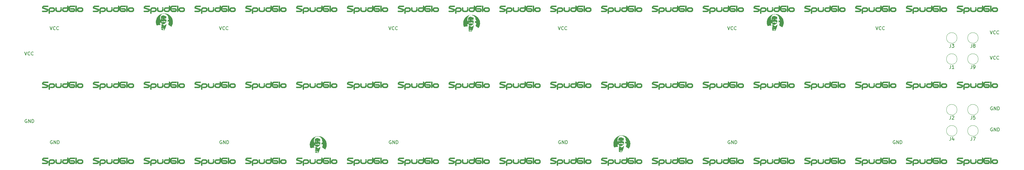
<source format=gto>
G04 #@! TF.GenerationSoftware,KiCad,Pcbnew,7.0.2-0*
G04 #@! TF.CreationDate,2024-01-28T20:17:44-06:00*
G04 #@! TF.ProjectId,bus_bar,6275735f-6261-4722-9e6b-696361645f70,rev?*
G04 #@! TF.SameCoordinates,Original*
G04 #@! TF.FileFunction,Legend,Top*
G04 #@! TF.FilePolarity,Positive*
%FSLAX46Y46*%
G04 Gerber Fmt 4.6, Leading zero omitted, Abs format (unit mm)*
G04 Created by KiCad (PCBNEW 7.0.2-0) date 2024-01-28 20:17:44*
%MOMM*%
%LPD*%
G01*
G04 APERTURE LIST*
%ADD10C,0.150000*%
%ADD11C,0.120000*%
%ADD12C,2.600000*%
%ADD13R,5.000000X10.000000*%
G04 APERTURE END LIST*
D10*
X55266911Y-137355236D02*
X55171673Y-137307617D01*
X55171673Y-137307617D02*
X55028816Y-137307617D01*
X55028816Y-137307617D02*
X54885959Y-137355236D01*
X54885959Y-137355236D02*
X54790721Y-137450474D01*
X54790721Y-137450474D02*
X54743102Y-137545712D01*
X54743102Y-137545712D02*
X54695483Y-137736188D01*
X54695483Y-137736188D02*
X54695483Y-137879045D01*
X54695483Y-137879045D02*
X54743102Y-138069521D01*
X54743102Y-138069521D02*
X54790721Y-138164759D01*
X54790721Y-138164759D02*
X54885959Y-138259998D01*
X54885959Y-138259998D02*
X55028816Y-138307617D01*
X55028816Y-138307617D02*
X55124054Y-138307617D01*
X55124054Y-138307617D02*
X55266911Y-138259998D01*
X55266911Y-138259998D02*
X55314530Y-138212378D01*
X55314530Y-138212378D02*
X55314530Y-137879045D01*
X55314530Y-137879045D02*
X55124054Y-137879045D01*
X55743102Y-138307617D02*
X55743102Y-137307617D01*
X55743102Y-137307617D02*
X56314530Y-138307617D01*
X56314530Y-138307617D02*
X56314530Y-137307617D01*
X56790721Y-138307617D02*
X56790721Y-137307617D01*
X56790721Y-137307617D02*
X57028816Y-137307617D01*
X57028816Y-137307617D02*
X57171673Y-137355236D01*
X57171673Y-137355236D02*
X57266911Y-137450474D01*
X57266911Y-137450474D02*
X57314530Y-137545712D01*
X57314530Y-137545712D02*
X57362149Y-137736188D01*
X57362149Y-137736188D02*
X57362149Y-137879045D01*
X57362149Y-137879045D02*
X57314530Y-138069521D01*
X57314530Y-138069521D02*
X57266911Y-138164759D01*
X57266911Y-138164759D02*
X57171673Y-138259998D01*
X57171673Y-138259998D02*
X57028816Y-138307617D01*
X57028816Y-138307617D02*
X56790721Y-138307617D01*
X62886904Y-143705233D02*
X62791666Y-143657614D01*
X62791666Y-143657614D02*
X62648809Y-143657614D01*
X62648809Y-143657614D02*
X62505952Y-143705233D01*
X62505952Y-143705233D02*
X62410714Y-143800471D01*
X62410714Y-143800471D02*
X62363095Y-143895709D01*
X62363095Y-143895709D02*
X62315476Y-144086185D01*
X62315476Y-144086185D02*
X62315476Y-144229042D01*
X62315476Y-144229042D02*
X62363095Y-144419518D01*
X62363095Y-144419518D02*
X62410714Y-144514756D01*
X62410714Y-144514756D02*
X62505952Y-144609995D01*
X62505952Y-144609995D02*
X62648809Y-144657614D01*
X62648809Y-144657614D02*
X62744047Y-144657614D01*
X62744047Y-144657614D02*
X62886904Y-144609995D01*
X62886904Y-144609995D02*
X62934523Y-144562375D01*
X62934523Y-144562375D02*
X62934523Y-144229042D01*
X62934523Y-144229042D02*
X62744047Y-144229042D01*
X63363095Y-144657614D02*
X63363095Y-143657614D01*
X63363095Y-143657614D02*
X63934523Y-144657614D01*
X63934523Y-144657614D02*
X63934523Y-143657614D01*
X64410714Y-144657614D02*
X64410714Y-143657614D01*
X64410714Y-143657614D02*
X64648809Y-143657614D01*
X64648809Y-143657614D02*
X64791666Y-143705233D01*
X64791666Y-143705233D02*
X64886904Y-143800471D01*
X64886904Y-143800471D02*
X64934523Y-143895709D01*
X64934523Y-143895709D02*
X64982142Y-144086185D01*
X64982142Y-144086185D02*
X64982142Y-144229042D01*
X64982142Y-144229042D02*
X64934523Y-144419518D01*
X64934523Y-144419518D02*
X64886904Y-144514756D01*
X64886904Y-144514756D02*
X64791666Y-144609995D01*
X64791666Y-144609995D02*
X64648809Y-144657614D01*
X64648809Y-144657614D02*
X64410714Y-144657614D01*
X113686905Y-143705234D02*
X113591667Y-143657615D01*
X113591667Y-143657615D02*
X113448810Y-143657615D01*
X113448810Y-143657615D02*
X113305953Y-143705234D01*
X113305953Y-143705234D02*
X113210715Y-143800472D01*
X113210715Y-143800472D02*
X113163096Y-143895710D01*
X113163096Y-143895710D02*
X113115477Y-144086186D01*
X113115477Y-144086186D02*
X113115477Y-144229043D01*
X113115477Y-144229043D02*
X113163096Y-144419519D01*
X113163096Y-144419519D02*
X113210715Y-144514757D01*
X113210715Y-144514757D02*
X113305953Y-144609996D01*
X113305953Y-144609996D02*
X113448810Y-144657615D01*
X113448810Y-144657615D02*
X113544048Y-144657615D01*
X113544048Y-144657615D02*
X113686905Y-144609996D01*
X113686905Y-144609996D02*
X113734524Y-144562376D01*
X113734524Y-144562376D02*
X113734524Y-144229043D01*
X113734524Y-144229043D02*
X113544048Y-144229043D01*
X114163096Y-144657615D02*
X114163096Y-143657615D01*
X114163096Y-143657615D02*
X114734524Y-144657615D01*
X114734524Y-144657615D02*
X114734524Y-143657615D01*
X115210715Y-144657615D02*
X115210715Y-143657615D01*
X115210715Y-143657615D02*
X115448810Y-143657615D01*
X115448810Y-143657615D02*
X115591667Y-143705234D01*
X115591667Y-143705234D02*
X115686905Y-143800472D01*
X115686905Y-143800472D02*
X115734524Y-143895710D01*
X115734524Y-143895710D02*
X115782143Y-144086186D01*
X115782143Y-144086186D02*
X115782143Y-144229043D01*
X115782143Y-144229043D02*
X115734524Y-144419519D01*
X115734524Y-144419519D02*
X115686905Y-144514757D01*
X115686905Y-144514757D02*
X115591667Y-144609996D01*
X115591667Y-144609996D02*
X115448810Y-144657615D01*
X115448810Y-144657615D02*
X115210715Y-144657615D01*
X164486907Y-143705239D02*
X164391669Y-143657620D01*
X164391669Y-143657620D02*
X164248812Y-143657620D01*
X164248812Y-143657620D02*
X164105955Y-143705239D01*
X164105955Y-143705239D02*
X164010717Y-143800477D01*
X164010717Y-143800477D02*
X163963098Y-143895715D01*
X163963098Y-143895715D02*
X163915479Y-144086191D01*
X163915479Y-144086191D02*
X163915479Y-144229048D01*
X163915479Y-144229048D02*
X163963098Y-144419524D01*
X163963098Y-144419524D02*
X164010717Y-144514762D01*
X164010717Y-144514762D02*
X164105955Y-144610001D01*
X164105955Y-144610001D02*
X164248812Y-144657620D01*
X164248812Y-144657620D02*
X164344050Y-144657620D01*
X164344050Y-144657620D02*
X164486907Y-144610001D01*
X164486907Y-144610001D02*
X164534526Y-144562381D01*
X164534526Y-144562381D02*
X164534526Y-144229048D01*
X164534526Y-144229048D02*
X164344050Y-144229048D01*
X164963098Y-144657620D02*
X164963098Y-143657620D01*
X164963098Y-143657620D02*
X165534526Y-144657620D01*
X165534526Y-144657620D02*
X165534526Y-143657620D01*
X166010717Y-144657620D02*
X166010717Y-143657620D01*
X166010717Y-143657620D02*
X166248812Y-143657620D01*
X166248812Y-143657620D02*
X166391669Y-143705239D01*
X166391669Y-143705239D02*
X166486907Y-143800477D01*
X166486907Y-143800477D02*
X166534526Y-143895715D01*
X166534526Y-143895715D02*
X166582145Y-144086191D01*
X166582145Y-144086191D02*
X166582145Y-144229048D01*
X166582145Y-144229048D02*
X166534526Y-144419524D01*
X166534526Y-144419524D02*
X166486907Y-144514762D01*
X166486907Y-144514762D02*
X166391669Y-144610001D01*
X166391669Y-144610001D02*
X166248812Y-144657620D01*
X166248812Y-144657620D02*
X166010717Y-144657620D01*
X215286906Y-143705232D02*
X215191668Y-143657613D01*
X215191668Y-143657613D02*
X215048811Y-143657613D01*
X215048811Y-143657613D02*
X214905954Y-143705232D01*
X214905954Y-143705232D02*
X214810716Y-143800470D01*
X214810716Y-143800470D02*
X214763097Y-143895708D01*
X214763097Y-143895708D02*
X214715478Y-144086184D01*
X214715478Y-144086184D02*
X214715478Y-144229041D01*
X214715478Y-144229041D02*
X214763097Y-144419517D01*
X214763097Y-144419517D02*
X214810716Y-144514755D01*
X214810716Y-144514755D02*
X214905954Y-144609994D01*
X214905954Y-144609994D02*
X215048811Y-144657613D01*
X215048811Y-144657613D02*
X215144049Y-144657613D01*
X215144049Y-144657613D02*
X215286906Y-144609994D01*
X215286906Y-144609994D02*
X215334525Y-144562374D01*
X215334525Y-144562374D02*
X215334525Y-144229041D01*
X215334525Y-144229041D02*
X215144049Y-144229041D01*
X215763097Y-144657613D02*
X215763097Y-143657613D01*
X215763097Y-143657613D02*
X216334525Y-144657613D01*
X216334525Y-144657613D02*
X216334525Y-143657613D01*
X216810716Y-144657613D02*
X216810716Y-143657613D01*
X216810716Y-143657613D02*
X217048811Y-143657613D01*
X217048811Y-143657613D02*
X217191668Y-143705232D01*
X217191668Y-143705232D02*
X217286906Y-143800470D01*
X217286906Y-143800470D02*
X217334525Y-143895708D01*
X217334525Y-143895708D02*
X217382144Y-144086184D01*
X217382144Y-144086184D02*
X217382144Y-144229041D01*
X217382144Y-144229041D02*
X217334525Y-144419517D01*
X217334525Y-144419517D02*
X217286906Y-144514755D01*
X217286906Y-144514755D02*
X217191668Y-144609994D01*
X217191668Y-144609994D02*
X217048811Y-144657613D01*
X217048811Y-144657613D02*
X216810716Y-144657613D01*
X266086908Y-143705238D02*
X265991670Y-143657619D01*
X265991670Y-143657619D02*
X265848813Y-143657619D01*
X265848813Y-143657619D02*
X265705956Y-143705238D01*
X265705956Y-143705238D02*
X265610718Y-143800476D01*
X265610718Y-143800476D02*
X265563099Y-143895714D01*
X265563099Y-143895714D02*
X265515480Y-144086190D01*
X265515480Y-144086190D02*
X265515480Y-144229047D01*
X265515480Y-144229047D02*
X265563099Y-144419523D01*
X265563099Y-144419523D02*
X265610718Y-144514761D01*
X265610718Y-144514761D02*
X265705956Y-144610000D01*
X265705956Y-144610000D02*
X265848813Y-144657619D01*
X265848813Y-144657619D02*
X265944051Y-144657619D01*
X265944051Y-144657619D02*
X266086908Y-144610000D01*
X266086908Y-144610000D02*
X266134527Y-144562380D01*
X266134527Y-144562380D02*
X266134527Y-144229047D01*
X266134527Y-144229047D02*
X265944051Y-144229047D01*
X266563099Y-144657619D02*
X266563099Y-143657619D01*
X266563099Y-143657619D02*
X267134527Y-144657619D01*
X267134527Y-144657619D02*
X267134527Y-143657619D01*
X267610718Y-144657619D02*
X267610718Y-143657619D01*
X267610718Y-143657619D02*
X267848813Y-143657619D01*
X267848813Y-143657619D02*
X267991670Y-143705238D01*
X267991670Y-143705238D02*
X268086908Y-143800476D01*
X268086908Y-143800476D02*
X268134527Y-143895714D01*
X268134527Y-143895714D02*
X268182146Y-144086190D01*
X268182146Y-144086190D02*
X268182146Y-144229047D01*
X268182146Y-144229047D02*
X268134527Y-144419523D01*
X268134527Y-144419523D02*
X268086908Y-144514761D01*
X268086908Y-144514761D02*
X267991670Y-144610000D01*
X267991670Y-144610000D02*
X267848813Y-144657619D01*
X267848813Y-144657619D02*
X267610718Y-144657619D01*
X315616908Y-143705232D02*
X315521670Y-143657613D01*
X315521670Y-143657613D02*
X315378813Y-143657613D01*
X315378813Y-143657613D02*
X315235956Y-143705232D01*
X315235956Y-143705232D02*
X315140718Y-143800470D01*
X315140718Y-143800470D02*
X315093099Y-143895708D01*
X315093099Y-143895708D02*
X315045480Y-144086184D01*
X315045480Y-144086184D02*
X315045480Y-144229041D01*
X315045480Y-144229041D02*
X315093099Y-144419517D01*
X315093099Y-144419517D02*
X315140718Y-144514755D01*
X315140718Y-144514755D02*
X315235956Y-144609994D01*
X315235956Y-144609994D02*
X315378813Y-144657613D01*
X315378813Y-144657613D02*
X315474051Y-144657613D01*
X315474051Y-144657613D02*
X315616908Y-144609994D01*
X315616908Y-144609994D02*
X315664527Y-144562374D01*
X315664527Y-144562374D02*
X315664527Y-144229041D01*
X315664527Y-144229041D02*
X315474051Y-144229041D01*
X316093099Y-144657613D02*
X316093099Y-143657613D01*
X316093099Y-143657613D02*
X316664527Y-144657613D01*
X316664527Y-144657613D02*
X316664527Y-143657613D01*
X317140718Y-144657613D02*
X317140718Y-143657613D01*
X317140718Y-143657613D02*
X317378813Y-143657613D01*
X317378813Y-143657613D02*
X317521670Y-143705232D01*
X317521670Y-143705232D02*
X317616908Y-143800470D01*
X317616908Y-143800470D02*
X317664527Y-143895708D01*
X317664527Y-143895708D02*
X317712146Y-144086184D01*
X317712146Y-144086184D02*
X317712146Y-144229041D01*
X317712146Y-144229041D02*
X317664527Y-144419517D01*
X317664527Y-144419517D02*
X317616908Y-144514755D01*
X317616908Y-144514755D02*
X317521670Y-144609994D01*
X317521670Y-144609994D02*
X317378813Y-144657613D01*
X317378813Y-144657613D02*
X317140718Y-144657613D01*
X344826906Y-139895237D02*
X344731668Y-139847618D01*
X344731668Y-139847618D02*
X344588811Y-139847618D01*
X344588811Y-139847618D02*
X344445954Y-139895237D01*
X344445954Y-139895237D02*
X344350716Y-139990475D01*
X344350716Y-139990475D02*
X344303097Y-140085713D01*
X344303097Y-140085713D02*
X344255478Y-140276189D01*
X344255478Y-140276189D02*
X344255478Y-140419046D01*
X344255478Y-140419046D02*
X344303097Y-140609522D01*
X344303097Y-140609522D02*
X344350716Y-140704760D01*
X344350716Y-140704760D02*
X344445954Y-140799999D01*
X344445954Y-140799999D02*
X344588811Y-140847618D01*
X344588811Y-140847618D02*
X344684049Y-140847618D01*
X344684049Y-140847618D02*
X344826906Y-140799999D01*
X344826906Y-140799999D02*
X344874525Y-140752379D01*
X344874525Y-140752379D02*
X344874525Y-140419046D01*
X344874525Y-140419046D02*
X344684049Y-140419046D01*
X345303097Y-140847618D02*
X345303097Y-139847618D01*
X345303097Y-139847618D02*
X345874525Y-140847618D01*
X345874525Y-140847618D02*
X345874525Y-139847618D01*
X346350716Y-140847618D02*
X346350716Y-139847618D01*
X346350716Y-139847618D02*
X346588811Y-139847618D01*
X346588811Y-139847618D02*
X346731668Y-139895237D01*
X346731668Y-139895237D02*
X346826906Y-139990475D01*
X346826906Y-139990475D02*
X346874525Y-140085713D01*
X346874525Y-140085713D02*
X346922144Y-140276189D01*
X346922144Y-140276189D02*
X346922144Y-140419046D01*
X346922144Y-140419046D02*
X346874525Y-140609522D01*
X346874525Y-140609522D02*
X346826906Y-140704760D01*
X346826906Y-140704760D02*
X346731668Y-140799999D01*
X346731668Y-140799999D02*
X346588811Y-140847618D01*
X346588811Y-140847618D02*
X346350716Y-140847618D01*
X344826902Y-133545238D02*
X344731664Y-133497619D01*
X344731664Y-133497619D02*
X344588807Y-133497619D01*
X344588807Y-133497619D02*
X344445950Y-133545238D01*
X344445950Y-133545238D02*
X344350712Y-133640476D01*
X344350712Y-133640476D02*
X344303093Y-133735714D01*
X344303093Y-133735714D02*
X344255474Y-133926190D01*
X344255474Y-133926190D02*
X344255474Y-134069047D01*
X344255474Y-134069047D02*
X344303093Y-134259523D01*
X344303093Y-134259523D02*
X344350712Y-134354761D01*
X344350712Y-134354761D02*
X344445950Y-134450000D01*
X344445950Y-134450000D02*
X344588807Y-134497619D01*
X344588807Y-134497619D02*
X344684045Y-134497619D01*
X344684045Y-134497619D02*
X344826902Y-134450000D01*
X344826902Y-134450000D02*
X344874521Y-134402380D01*
X344874521Y-134402380D02*
X344874521Y-134069047D01*
X344874521Y-134069047D02*
X344684045Y-134069047D01*
X345303093Y-134497619D02*
X345303093Y-133497619D01*
X345303093Y-133497619D02*
X345874521Y-134497619D01*
X345874521Y-134497619D02*
X345874521Y-133497619D01*
X346350712Y-134497619D02*
X346350712Y-133497619D01*
X346350712Y-133497619D02*
X346588807Y-133497619D01*
X346588807Y-133497619D02*
X346731664Y-133545238D01*
X346731664Y-133545238D02*
X346826902Y-133640476D01*
X346826902Y-133640476D02*
X346874521Y-133735714D01*
X346874521Y-133735714D02*
X346922140Y-133926190D01*
X346922140Y-133926190D02*
X346922140Y-134069047D01*
X346922140Y-134069047D02*
X346874521Y-134259523D01*
X346874521Y-134259523D02*
X346826902Y-134354761D01*
X346826902Y-134354761D02*
X346731664Y-134450000D01*
X346731664Y-134450000D02*
X346588807Y-134497619D01*
X346588807Y-134497619D02*
X346350712Y-134497619D01*
X309870236Y-109367610D02*
X310203569Y-110367610D01*
X310203569Y-110367610D02*
X310536902Y-109367610D01*
X311441664Y-110272371D02*
X311394045Y-110319991D01*
X311394045Y-110319991D02*
X311251188Y-110367610D01*
X311251188Y-110367610D02*
X311155950Y-110367610D01*
X311155950Y-110367610D02*
X311013093Y-110319991D01*
X311013093Y-110319991D02*
X310917855Y-110224752D01*
X310917855Y-110224752D02*
X310870236Y-110129514D01*
X310870236Y-110129514D02*
X310822617Y-109939038D01*
X310822617Y-109939038D02*
X310822617Y-109796181D01*
X310822617Y-109796181D02*
X310870236Y-109605705D01*
X310870236Y-109605705D02*
X310917855Y-109510467D01*
X310917855Y-109510467D02*
X311013093Y-109415229D01*
X311013093Y-109415229D02*
X311155950Y-109367610D01*
X311155950Y-109367610D02*
X311251188Y-109367610D01*
X311251188Y-109367610D02*
X311394045Y-109415229D01*
X311394045Y-109415229D02*
X311441664Y-109462848D01*
X312441664Y-110272371D02*
X312394045Y-110319991D01*
X312394045Y-110319991D02*
X312251188Y-110367610D01*
X312251188Y-110367610D02*
X312155950Y-110367610D01*
X312155950Y-110367610D02*
X312013093Y-110319991D01*
X312013093Y-110319991D02*
X311917855Y-110224752D01*
X311917855Y-110224752D02*
X311870236Y-110129514D01*
X311870236Y-110129514D02*
X311822617Y-109939038D01*
X311822617Y-109939038D02*
X311822617Y-109796181D01*
X311822617Y-109796181D02*
X311870236Y-109605705D01*
X311870236Y-109605705D02*
X311917855Y-109510467D01*
X311917855Y-109510467D02*
X312013093Y-109415229D01*
X312013093Y-109415229D02*
X312155950Y-109367610D01*
X312155950Y-109367610D02*
X312251188Y-109367610D01*
X312251188Y-109367610D02*
X312394045Y-109415229D01*
X312394045Y-109415229D02*
X312441664Y-109462848D01*
X344160241Y-118257621D02*
X344493574Y-119257621D01*
X344493574Y-119257621D02*
X344826907Y-118257621D01*
X345731669Y-119162382D02*
X345684050Y-119210002D01*
X345684050Y-119210002D02*
X345541193Y-119257621D01*
X345541193Y-119257621D02*
X345445955Y-119257621D01*
X345445955Y-119257621D02*
X345303098Y-119210002D01*
X345303098Y-119210002D02*
X345207860Y-119114763D01*
X345207860Y-119114763D02*
X345160241Y-119019525D01*
X345160241Y-119019525D02*
X345112622Y-118829049D01*
X345112622Y-118829049D02*
X345112622Y-118686192D01*
X345112622Y-118686192D02*
X345160241Y-118495716D01*
X345160241Y-118495716D02*
X345207860Y-118400478D01*
X345207860Y-118400478D02*
X345303098Y-118305240D01*
X345303098Y-118305240D02*
X345445955Y-118257621D01*
X345445955Y-118257621D02*
X345541193Y-118257621D01*
X345541193Y-118257621D02*
X345684050Y-118305240D01*
X345684050Y-118305240D02*
X345731669Y-118352859D01*
X346731669Y-119162382D02*
X346684050Y-119210002D01*
X346684050Y-119210002D02*
X346541193Y-119257621D01*
X346541193Y-119257621D02*
X346445955Y-119257621D01*
X346445955Y-119257621D02*
X346303098Y-119210002D01*
X346303098Y-119210002D02*
X346207860Y-119114763D01*
X346207860Y-119114763D02*
X346160241Y-119019525D01*
X346160241Y-119019525D02*
X346112622Y-118829049D01*
X346112622Y-118829049D02*
X346112622Y-118686192D01*
X346112622Y-118686192D02*
X346160241Y-118495716D01*
X346160241Y-118495716D02*
X346207860Y-118400478D01*
X346207860Y-118400478D02*
X346303098Y-118305240D01*
X346303098Y-118305240D02*
X346445955Y-118257621D01*
X346445955Y-118257621D02*
X346541193Y-118257621D01*
X346541193Y-118257621D02*
X346684050Y-118305240D01*
X346684050Y-118305240D02*
X346731669Y-118352859D01*
X344160242Y-110637619D02*
X344493575Y-111637619D01*
X344493575Y-111637619D02*
X344826908Y-110637619D01*
X345731670Y-111542380D02*
X345684051Y-111590000D01*
X345684051Y-111590000D02*
X345541194Y-111637619D01*
X345541194Y-111637619D02*
X345445956Y-111637619D01*
X345445956Y-111637619D02*
X345303099Y-111590000D01*
X345303099Y-111590000D02*
X345207861Y-111494761D01*
X345207861Y-111494761D02*
X345160242Y-111399523D01*
X345160242Y-111399523D02*
X345112623Y-111209047D01*
X345112623Y-111209047D02*
X345112623Y-111066190D01*
X345112623Y-111066190D02*
X345160242Y-110875714D01*
X345160242Y-110875714D02*
X345207861Y-110780476D01*
X345207861Y-110780476D02*
X345303099Y-110685238D01*
X345303099Y-110685238D02*
X345445956Y-110637619D01*
X345445956Y-110637619D02*
X345541194Y-110637619D01*
X345541194Y-110637619D02*
X345684051Y-110685238D01*
X345684051Y-110685238D02*
X345731670Y-110732857D01*
X346731670Y-111542380D02*
X346684051Y-111590000D01*
X346684051Y-111590000D02*
X346541194Y-111637619D01*
X346541194Y-111637619D02*
X346445956Y-111637619D01*
X346445956Y-111637619D02*
X346303099Y-111590000D01*
X346303099Y-111590000D02*
X346207861Y-111494761D01*
X346207861Y-111494761D02*
X346160242Y-111399523D01*
X346160242Y-111399523D02*
X346112623Y-111209047D01*
X346112623Y-111209047D02*
X346112623Y-111066190D01*
X346112623Y-111066190D02*
X346160242Y-110875714D01*
X346160242Y-110875714D02*
X346207861Y-110780476D01*
X346207861Y-110780476D02*
X346303099Y-110685238D01*
X346303099Y-110685238D02*
X346445956Y-110637619D01*
X346445956Y-110637619D02*
X346541194Y-110637619D01*
X346541194Y-110637619D02*
X346684051Y-110685238D01*
X346684051Y-110685238D02*
X346731670Y-110732857D01*
X265420237Y-109367618D02*
X265753570Y-110367618D01*
X265753570Y-110367618D02*
X266086903Y-109367618D01*
X266991665Y-110272379D02*
X266944046Y-110319999D01*
X266944046Y-110319999D02*
X266801189Y-110367618D01*
X266801189Y-110367618D02*
X266705951Y-110367618D01*
X266705951Y-110367618D02*
X266563094Y-110319999D01*
X266563094Y-110319999D02*
X266467856Y-110224760D01*
X266467856Y-110224760D02*
X266420237Y-110129522D01*
X266420237Y-110129522D02*
X266372618Y-109939046D01*
X266372618Y-109939046D02*
X266372618Y-109796189D01*
X266372618Y-109796189D02*
X266420237Y-109605713D01*
X266420237Y-109605713D02*
X266467856Y-109510475D01*
X266467856Y-109510475D02*
X266563094Y-109415237D01*
X266563094Y-109415237D02*
X266705951Y-109367618D01*
X266705951Y-109367618D02*
X266801189Y-109367618D01*
X266801189Y-109367618D02*
X266944046Y-109415237D01*
X266944046Y-109415237D02*
X266991665Y-109462856D01*
X267991665Y-110272379D02*
X267944046Y-110319999D01*
X267944046Y-110319999D02*
X267801189Y-110367618D01*
X267801189Y-110367618D02*
X267705951Y-110367618D01*
X267705951Y-110367618D02*
X267563094Y-110319999D01*
X267563094Y-110319999D02*
X267467856Y-110224760D01*
X267467856Y-110224760D02*
X267420237Y-110129522D01*
X267420237Y-110129522D02*
X267372618Y-109939046D01*
X267372618Y-109939046D02*
X267372618Y-109796189D01*
X267372618Y-109796189D02*
X267420237Y-109605713D01*
X267420237Y-109605713D02*
X267467856Y-109510475D01*
X267467856Y-109510475D02*
X267563094Y-109415237D01*
X267563094Y-109415237D02*
X267705951Y-109367618D01*
X267705951Y-109367618D02*
X267801189Y-109367618D01*
X267801189Y-109367618D02*
X267944046Y-109415237D01*
X267944046Y-109415237D02*
X267991665Y-109462856D01*
X214620240Y-109367619D02*
X214953573Y-110367619D01*
X214953573Y-110367619D02*
X215286906Y-109367619D01*
X216191668Y-110272380D02*
X216144049Y-110320000D01*
X216144049Y-110320000D02*
X216001192Y-110367619D01*
X216001192Y-110367619D02*
X215905954Y-110367619D01*
X215905954Y-110367619D02*
X215763097Y-110320000D01*
X215763097Y-110320000D02*
X215667859Y-110224761D01*
X215667859Y-110224761D02*
X215620240Y-110129523D01*
X215620240Y-110129523D02*
X215572621Y-109939047D01*
X215572621Y-109939047D02*
X215572621Y-109796190D01*
X215572621Y-109796190D02*
X215620240Y-109605714D01*
X215620240Y-109605714D02*
X215667859Y-109510476D01*
X215667859Y-109510476D02*
X215763097Y-109415238D01*
X215763097Y-109415238D02*
X215905954Y-109367619D01*
X215905954Y-109367619D02*
X216001192Y-109367619D01*
X216001192Y-109367619D02*
X216144049Y-109415238D01*
X216144049Y-109415238D02*
X216191668Y-109462857D01*
X217191668Y-110272380D02*
X217144049Y-110320000D01*
X217144049Y-110320000D02*
X217001192Y-110367619D01*
X217001192Y-110367619D02*
X216905954Y-110367619D01*
X216905954Y-110367619D02*
X216763097Y-110320000D01*
X216763097Y-110320000D02*
X216667859Y-110224761D01*
X216667859Y-110224761D02*
X216620240Y-110129523D01*
X216620240Y-110129523D02*
X216572621Y-109939047D01*
X216572621Y-109939047D02*
X216572621Y-109796190D01*
X216572621Y-109796190D02*
X216620240Y-109605714D01*
X216620240Y-109605714D02*
X216667859Y-109510476D01*
X216667859Y-109510476D02*
X216763097Y-109415238D01*
X216763097Y-109415238D02*
X216905954Y-109367619D01*
X216905954Y-109367619D02*
X217001192Y-109367619D01*
X217001192Y-109367619D02*
X217144049Y-109415238D01*
X217144049Y-109415238D02*
X217191668Y-109462857D01*
X163820237Y-109367618D02*
X164153570Y-110367618D01*
X164153570Y-110367618D02*
X164486903Y-109367618D01*
X165391665Y-110272379D02*
X165344046Y-110319999D01*
X165344046Y-110319999D02*
X165201189Y-110367618D01*
X165201189Y-110367618D02*
X165105951Y-110367618D01*
X165105951Y-110367618D02*
X164963094Y-110319999D01*
X164963094Y-110319999D02*
X164867856Y-110224760D01*
X164867856Y-110224760D02*
X164820237Y-110129522D01*
X164820237Y-110129522D02*
X164772618Y-109939046D01*
X164772618Y-109939046D02*
X164772618Y-109796189D01*
X164772618Y-109796189D02*
X164820237Y-109605713D01*
X164820237Y-109605713D02*
X164867856Y-109510475D01*
X164867856Y-109510475D02*
X164963094Y-109415237D01*
X164963094Y-109415237D02*
X165105951Y-109367618D01*
X165105951Y-109367618D02*
X165201189Y-109367618D01*
X165201189Y-109367618D02*
X165344046Y-109415237D01*
X165344046Y-109415237D02*
X165391665Y-109462856D01*
X166391665Y-110272379D02*
X166344046Y-110319999D01*
X166344046Y-110319999D02*
X166201189Y-110367618D01*
X166201189Y-110367618D02*
X166105951Y-110367618D01*
X166105951Y-110367618D02*
X165963094Y-110319999D01*
X165963094Y-110319999D02*
X165867856Y-110224760D01*
X165867856Y-110224760D02*
X165820237Y-110129522D01*
X165820237Y-110129522D02*
X165772618Y-109939046D01*
X165772618Y-109939046D02*
X165772618Y-109796189D01*
X165772618Y-109796189D02*
X165820237Y-109605713D01*
X165820237Y-109605713D02*
X165867856Y-109510475D01*
X165867856Y-109510475D02*
X165963094Y-109415237D01*
X165963094Y-109415237D02*
X166105951Y-109367618D01*
X166105951Y-109367618D02*
X166201189Y-109367618D01*
X166201189Y-109367618D02*
X166344046Y-109415237D01*
X166344046Y-109415237D02*
X166391665Y-109462856D01*
X113020238Y-109367618D02*
X113353571Y-110367618D01*
X113353571Y-110367618D02*
X113686904Y-109367618D01*
X114591666Y-110272379D02*
X114544047Y-110319999D01*
X114544047Y-110319999D02*
X114401190Y-110367618D01*
X114401190Y-110367618D02*
X114305952Y-110367618D01*
X114305952Y-110367618D02*
X114163095Y-110319999D01*
X114163095Y-110319999D02*
X114067857Y-110224760D01*
X114067857Y-110224760D02*
X114020238Y-110129522D01*
X114020238Y-110129522D02*
X113972619Y-109939046D01*
X113972619Y-109939046D02*
X113972619Y-109796189D01*
X113972619Y-109796189D02*
X114020238Y-109605713D01*
X114020238Y-109605713D02*
X114067857Y-109510475D01*
X114067857Y-109510475D02*
X114163095Y-109415237D01*
X114163095Y-109415237D02*
X114305952Y-109367618D01*
X114305952Y-109367618D02*
X114401190Y-109367618D01*
X114401190Y-109367618D02*
X114544047Y-109415237D01*
X114544047Y-109415237D02*
X114591666Y-109462856D01*
X115591666Y-110272379D02*
X115544047Y-110319999D01*
X115544047Y-110319999D02*
X115401190Y-110367618D01*
X115401190Y-110367618D02*
X115305952Y-110367618D01*
X115305952Y-110367618D02*
X115163095Y-110319999D01*
X115163095Y-110319999D02*
X115067857Y-110224760D01*
X115067857Y-110224760D02*
X115020238Y-110129522D01*
X115020238Y-110129522D02*
X114972619Y-109939046D01*
X114972619Y-109939046D02*
X114972619Y-109796189D01*
X114972619Y-109796189D02*
X115020238Y-109605713D01*
X115020238Y-109605713D02*
X115067857Y-109510475D01*
X115067857Y-109510475D02*
X115163095Y-109415237D01*
X115163095Y-109415237D02*
X115305952Y-109367618D01*
X115305952Y-109367618D02*
X115401190Y-109367618D01*
X115401190Y-109367618D02*
X115544047Y-109415237D01*
X115544047Y-109415237D02*
X115591666Y-109462856D01*
X62220246Y-109367614D02*
X62553579Y-110367614D01*
X62553579Y-110367614D02*
X62886912Y-109367614D01*
X63791674Y-110272375D02*
X63744055Y-110319995D01*
X63744055Y-110319995D02*
X63601198Y-110367614D01*
X63601198Y-110367614D02*
X63505960Y-110367614D01*
X63505960Y-110367614D02*
X63363103Y-110319995D01*
X63363103Y-110319995D02*
X63267865Y-110224756D01*
X63267865Y-110224756D02*
X63220246Y-110129518D01*
X63220246Y-110129518D02*
X63172627Y-109939042D01*
X63172627Y-109939042D02*
X63172627Y-109796185D01*
X63172627Y-109796185D02*
X63220246Y-109605709D01*
X63220246Y-109605709D02*
X63267865Y-109510471D01*
X63267865Y-109510471D02*
X63363103Y-109415233D01*
X63363103Y-109415233D02*
X63505960Y-109367614D01*
X63505960Y-109367614D02*
X63601198Y-109367614D01*
X63601198Y-109367614D02*
X63744055Y-109415233D01*
X63744055Y-109415233D02*
X63791674Y-109462852D01*
X64791674Y-110272375D02*
X64744055Y-110319995D01*
X64744055Y-110319995D02*
X64601198Y-110367614D01*
X64601198Y-110367614D02*
X64505960Y-110367614D01*
X64505960Y-110367614D02*
X64363103Y-110319995D01*
X64363103Y-110319995D02*
X64267865Y-110224756D01*
X64267865Y-110224756D02*
X64220246Y-110129518D01*
X64220246Y-110129518D02*
X64172627Y-109939042D01*
X64172627Y-109939042D02*
X64172627Y-109796185D01*
X64172627Y-109796185D02*
X64220246Y-109605709D01*
X64220246Y-109605709D02*
X64267865Y-109510471D01*
X64267865Y-109510471D02*
X64363103Y-109415233D01*
X64363103Y-109415233D02*
X64505960Y-109367614D01*
X64505960Y-109367614D02*
X64601198Y-109367614D01*
X64601198Y-109367614D02*
X64744055Y-109415233D01*
X64744055Y-109415233D02*
X64791674Y-109462852D01*
X54600241Y-116987622D02*
X54933574Y-117987622D01*
X54933574Y-117987622D02*
X55266907Y-116987622D01*
X56171669Y-117892383D02*
X56124050Y-117940003D01*
X56124050Y-117940003D02*
X55981193Y-117987622D01*
X55981193Y-117987622D02*
X55885955Y-117987622D01*
X55885955Y-117987622D02*
X55743098Y-117940003D01*
X55743098Y-117940003D02*
X55647860Y-117844764D01*
X55647860Y-117844764D02*
X55600241Y-117749526D01*
X55600241Y-117749526D02*
X55552622Y-117559050D01*
X55552622Y-117559050D02*
X55552622Y-117416193D01*
X55552622Y-117416193D02*
X55600241Y-117225717D01*
X55600241Y-117225717D02*
X55647860Y-117130479D01*
X55647860Y-117130479D02*
X55743098Y-117035241D01*
X55743098Y-117035241D02*
X55885955Y-116987622D01*
X55885955Y-116987622D02*
X55981193Y-116987622D01*
X55981193Y-116987622D02*
X56124050Y-117035241D01*
X56124050Y-117035241D02*
X56171669Y-117082860D01*
X57171669Y-117892383D02*
X57124050Y-117940003D01*
X57124050Y-117940003D02*
X56981193Y-117987622D01*
X56981193Y-117987622D02*
X56885955Y-117987622D01*
X56885955Y-117987622D02*
X56743098Y-117940003D01*
X56743098Y-117940003D02*
X56647860Y-117844764D01*
X56647860Y-117844764D02*
X56600241Y-117749526D01*
X56600241Y-117749526D02*
X56552622Y-117559050D01*
X56552622Y-117559050D02*
X56552622Y-117416193D01*
X56552622Y-117416193D02*
X56600241Y-117225717D01*
X56600241Y-117225717D02*
X56647860Y-117130479D01*
X56647860Y-117130479D02*
X56743098Y-117035241D01*
X56743098Y-117035241D02*
X56885955Y-116987622D01*
X56885955Y-116987622D02*
X56981193Y-116987622D01*
X56981193Y-116987622D02*
X57124050Y-117035241D01*
X57124050Y-117035241D02*
X57171669Y-117082860D01*
X338651669Y-121032616D02*
X338651669Y-121746901D01*
X338651669Y-121746901D02*
X338604050Y-121889758D01*
X338604050Y-121889758D02*
X338508812Y-121984997D01*
X338508812Y-121984997D02*
X338365955Y-122032616D01*
X338365955Y-122032616D02*
X338270717Y-122032616D01*
X339175479Y-122032616D02*
X339365955Y-122032616D01*
X339365955Y-122032616D02*
X339461193Y-121984997D01*
X339461193Y-121984997D02*
X339508812Y-121937377D01*
X339508812Y-121937377D02*
X339604050Y-121794520D01*
X339604050Y-121794520D02*
X339651669Y-121604044D01*
X339651669Y-121604044D02*
X339651669Y-121223092D01*
X339651669Y-121223092D02*
X339604050Y-121127854D01*
X339604050Y-121127854D02*
X339556431Y-121080235D01*
X339556431Y-121080235D02*
X339461193Y-121032616D01*
X339461193Y-121032616D02*
X339270717Y-121032616D01*
X339270717Y-121032616D02*
X339175479Y-121080235D01*
X339175479Y-121080235D02*
X339127860Y-121127854D01*
X339127860Y-121127854D02*
X339080241Y-121223092D01*
X339080241Y-121223092D02*
X339080241Y-121461187D01*
X339080241Y-121461187D02*
X339127860Y-121556425D01*
X339127860Y-121556425D02*
X339175479Y-121604044D01*
X339175479Y-121604044D02*
X339270717Y-121651663D01*
X339270717Y-121651663D02*
X339461193Y-121651663D01*
X339461193Y-121651663D02*
X339556431Y-121604044D01*
X339556431Y-121604044D02*
X339604050Y-121556425D01*
X339604050Y-121556425D02*
X339651669Y-121461187D01*
X338651668Y-114682619D02*
X338651668Y-115396904D01*
X338651668Y-115396904D02*
X338604049Y-115539761D01*
X338604049Y-115539761D02*
X338508811Y-115635000D01*
X338508811Y-115635000D02*
X338365954Y-115682619D01*
X338365954Y-115682619D02*
X338270716Y-115682619D01*
X339270716Y-115111190D02*
X339175478Y-115063571D01*
X339175478Y-115063571D02*
X339127859Y-115015952D01*
X339127859Y-115015952D02*
X339080240Y-114920714D01*
X339080240Y-114920714D02*
X339080240Y-114873095D01*
X339080240Y-114873095D02*
X339127859Y-114777857D01*
X339127859Y-114777857D02*
X339175478Y-114730238D01*
X339175478Y-114730238D02*
X339270716Y-114682619D01*
X339270716Y-114682619D02*
X339461192Y-114682619D01*
X339461192Y-114682619D02*
X339556430Y-114730238D01*
X339556430Y-114730238D02*
X339604049Y-114777857D01*
X339604049Y-114777857D02*
X339651668Y-114873095D01*
X339651668Y-114873095D02*
X339651668Y-114920714D01*
X339651668Y-114920714D02*
X339604049Y-115015952D01*
X339604049Y-115015952D02*
X339556430Y-115063571D01*
X339556430Y-115063571D02*
X339461192Y-115111190D01*
X339461192Y-115111190D02*
X339270716Y-115111190D01*
X339270716Y-115111190D02*
X339175478Y-115158809D01*
X339175478Y-115158809D02*
X339127859Y-115206428D01*
X339127859Y-115206428D02*
X339080240Y-115301666D01*
X339080240Y-115301666D02*
X339080240Y-115492142D01*
X339080240Y-115492142D02*
X339127859Y-115587380D01*
X339127859Y-115587380D02*
X339175478Y-115635000D01*
X339175478Y-115635000D02*
X339270716Y-115682619D01*
X339270716Y-115682619D02*
X339461192Y-115682619D01*
X339461192Y-115682619D02*
X339556430Y-115635000D01*
X339556430Y-115635000D02*
X339604049Y-115587380D01*
X339604049Y-115587380D02*
X339651668Y-115492142D01*
X339651668Y-115492142D02*
X339651668Y-115301666D01*
X339651668Y-115301666D02*
X339604049Y-115206428D01*
X339604049Y-115206428D02*
X339556430Y-115158809D01*
X339556430Y-115158809D02*
X339461192Y-115111190D01*
X338651666Y-142622618D02*
X338651666Y-143336903D01*
X338651666Y-143336903D02*
X338604047Y-143479760D01*
X338604047Y-143479760D02*
X338508809Y-143574999D01*
X338508809Y-143574999D02*
X338365952Y-143622618D01*
X338365952Y-143622618D02*
X338270714Y-143622618D01*
X339032619Y-142622618D02*
X339699285Y-142622618D01*
X339699285Y-142622618D02*
X339270714Y-143622618D01*
X338651669Y-136272617D02*
X338651669Y-136986902D01*
X338651669Y-136986902D02*
X338604050Y-137129759D01*
X338604050Y-137129759D02*
X338508812Y-137224998D01*
X338508812Y-137224998D02*
X338365955Y-137272617D01*
X338365955Y-137272617D02*
X338270717Y-137272617D01*
X339604050Y-136272617D02*
X339127860Y-136272617D01*
X339127860Y-136272617D02*
X339080241Y-136748807D01*
X339080241Y-136748807D02*
X339127860Y-136701188D01*
X339127860Y-136701188D02*
X339223098Y-136653569D01*
X339223098Y-136653569D02*
X339461193Y-136653569D01*
X339461193Y-136653569D02*
X339556431Y-136701188D01*
X339556431Y-136701188D02*
X339604050Y-136748807D01*
X339604050Y-136748807D02*
X339651669Y-136844045D01*
X339651669Y-136844045D02*
X339651669Y-137082140D01*
X339651669Y-137082140D02*
X339604050Y-137177378D01*
X339604050Y-137177378D02*
X339556431Y-137224998D01*
X339556431Y-137224998D02*
X339461193Y-137272617D01*
X339461193Y-137272617D02*
X339223098Y-137272617D01*
X339223098Y-137272617D02*
X339127860Y-137224998D01*
X339127860Y-137224998D02*
X339080241Y-137177378D01*
X332301669Y-142622615D02*
X332301669Y-143336900D01*
X332301669Y-143336900D02*
X332254050Y-143479757D01*
X332254050Y-143479757D02*
X332158812Y-143574996D01*
X332158812Y-143574996D02*
X332015955Y-143622615D01*
X332015955Y-143622615D02*
X331920717Y-143622615D01*
X333206431Y-142955948D02*
X333206431Y-143622615D01*
X332968336Y-142574996D02*
X332730241Y-143289281D01*
X332730241Y-143289281D02*
X333349288Y-143289281D01*
X332301671Y-114682615D02*
X332301671Y-115396900D01*
X332301671Y-115396900D02*
X332254052Y-115539757D01*
X332254052Y-115539757D02*
X332158814Y-115634996D01*
X332158814Y-115634996D02*
X332015957Y-115682615D01*
X332015957Y-115682615D02*
X331920719Y-115682615D01*
X332682624Y-114682615D02*
X333301671Y-114682615D01*
X333301671Y-114682615D02*
X332968338Y-115063567D01*
X332968338Y-115063567D02*
X333111195Y-115063567D01*
X333111195Y-115063567D02*
X333206433Y-115111186D01*
X333206433Y-115111186D02*
X333254052Y-115158805D01*
X333254052Y-115158805D02*
X333301671Y-115254043D01*
X333301671Y-115254043D02*
X333301671Y-115492138D01*
X333301671Y-115492138D02*
X333254052Y-115587376D01*
X333254052Y-115587376D02*
X333206433Y-115634996D01*
X333206433Y-115634996D02*
X333111195Y-115682615D01*
X333111195Y-115682615D02*
X332825481Y-115682615D01*
X332825481Y-115682615D02*
X332730243Y-115634996D01*
X332730243Y-115634996D02*
X332682624Y-115587376D01*
X332301672Y-136272614D02*
X332301672Y-136986899D01*
X332301672Y-136986899D02*
X332254053Y-137129756D01*
X332254053Y-137129756D02*
X332158815Y-137224995D01*
X332158815Y-137224995D02*
X332015958Y-137272614D01*
X332015958Y-137272614D02*
X331920720Y-137272614D01*
X332730244Y-136367852D02*
X332777863Y-136320233D01*
X332777863Y-136320233D02*
X332873101Y-136272614D01*
X332873101Y-136272614D02*
X333111196Y-136272614D01*
X333111196Y-136272614D02*
X333206434Y-136320233D01*
X333206434Y-136320233D02*
X333254053Y-136367852D01*
X333254053Y-136367852D02*
X333301672Y-136463090D01*
X333301672Y-136463090D02*
X333301672Y-136558328D01*
X333301672Y-136558328D02*
X333254053Y-136701185D01*
X333254053Y-136701185D02*
X332682625Y-137272614D01*
X332682625Y-137272614D02*
X333301672Y-137272614D01*
X332301669Y-121032619D02*
X332301669Y-121746904D01*
X332301669Y-121746904D02*
X332254050Y-121889761D01*
X332254050Y-121889761D02*
X332158812Y-121985000D01*
X332158812Y-121985000D02*
X332015955Y-122032619D01*
X332015955Y-122032619D02*
X331920717Y-122032619D01*
X333301669Y-122032619D02*
X332730241Y-122032619D01*
X333015955Y-122032619D02*
X333015955Y-121032619D01*
X333015955Y-121032619D02*
X332920717Y-121175476D01*
X332920717Y-121175476D02*
X332825479Y-121270714D01*
X332825479Y-121270714D02*
X332730241Y-121318333D01*
X316585480Y-112492613D02*
X316585480Y-113206898D01*
X316585480Y-113206898D02*
X316537861Y-113349755D01*
X316537861Y-113349755D02*
X316442623Y-113444994D01*
X316442623Y-113444994D02*
X316299766Y-113492613D01*
X316299766Y-113492613D02*
X316204528Y-113492613D01*
X317014052Y-112587851D02*
X317061671Y-112540232D01*
X317061671Y-112540232D02*
X317156909Y-112492613D01*
X317156909Y-112492613D02*
X317395004Y-112492613D01*
X317395004Y-112492613D02*
X317490242Y-112540232D01*
X317490242Y-112540232D02*
X317537861Y-112587851D01*
X317537861Y-112587851D02*
X317585480Y-112683089D01*
X317585480Y-112683089D02*
X317585480Y-112778327D01*
X317585480Y-112778327D02*
X317537861Y-112921184D01*
X317537861Y-112921184D02*
X316966433Y-113492613D01*
X316966433Y-113492613D02*
X317585480Y-113492613D01*
X318204528Y-112492613D02*
X318299766Y-112492613D01*
X318299766Y-112492613D02*
X318395004Y-112540232D01*
X318395004Y-112540232D02*
X318442623Y-112587851D01*
X318442623Y-112587851D02*
X318490242Y-112683089D01*
X318490242Y-112683089D02*
X318537861Y-112873565D01*
X318537861Y-112873565D02*
X318537861Y-113111660D01*
X318537861Y-113111660D02*
X318490242Y-113302136D01*
X318490242Y-113302136D02*
X318442623Y-113397374D01*
X318442623Y-113397374D02*
X318395004Y-113444994D01*
X318395004Y-113444994D02*
X318299766Y-113492613D01*
X318299766Y-113492613D02*
X318204528Y-113492613D01*
X318204528Y-113492613D02*
X318109290Y-113444994D01*
X318109290Y-113444994D02*
X318061671Y-113397374D01*
X318061671Y-113397374D02*
X318014052Y-113302136D01*
X318014052Y-113302136D02*
X317966433Y-113111660D01*
X317966433Y-113111660D02*
X317966433Y-112873565D01*
X317966433Y-112873565D02*
X318014052Y-112683089D01*
X318014052Y-112683089D02*
X318061671Y-112587851D01*
X318061671Y-112587851D02*
X318109290Y-112540232D01*
X318109290Y-112540232D02*
X318204528Y-112492613D01*
X265785478Y-112282614D02*
X265785478Y-112996899D01*
X265785478Y-112996899D02*
X265737859Y-113139756D01*
X265737859Y-113139756D02*
X265642621Y-113234995D01*
X265642621Y-113234995D02*
X265499764Y-113282614D01*
X265499764Y-113282614D02*
X265404526Y-113282614D01*
X266785478Y-113282614D02*
X266214050Y-113282614D01*
X266499764Y-113282614D02*
X266499764Y-112282614D01*
X266499764Y-112282614D02*
X266404526Y-112425471D01*
X266404526Y-112425471D02*
X266309288Y-112520709D01*
X266309288Y-112520709D02*
X266214050Y-112568328D01*
X267261669Y-113282614D02*
X267452145Y-113282614D01*
X267452145Y-113282614D02*
X267547383Y-113234995D01*
X267547383Y-113234995D02*
X267595002Y-113187375D01*
X267595002Y-113187375D02*
X267690240Y-113044518D01*
X267690240Y-113044518D02*
X267737859Y-112854042D01*
X267737859Y-112854042D02*
X267737859Y-112473090D01*
X267737859Y-112473090D02*
X267690240Y-112377852D01*
X267690240Y-112377852D02*
X267642621Y-112330233D01*
X267642621Y-112330233D02*
X267547383Y-112282614D01*
X267547383Y-112282614D02*
X267356907Y-112282614D01*
X267356907Y-112282614D02*
X267261669Y-112330233D01*
X267261669Y-112330233D02*
X267214050Y-112377852D01*
X267214050Y-112377852D02*
X267166431Y-112473090D01*
X267166431Y-112473090D02*
X267166431Y-112711185D01*
X267166431Y-112711185D02*
X267214050Y-112806423D01*
X267214050Y-112806423D02*
X267261669Y-112854042D01*
X267261669Y-112854042D02*
X267356907Y-112901661D01*
X267356907Y-112901661D02*
X267547383Y-112901661D01*
X267547383Y-112901661D02*
X267642621Y-112854042D01*
X267642621Y-112854042D02*
X267690240Y-112806423D01*
X267690240Y-112806423D02*
X267737859Y-112711185D01*
X316585473Y-132602617D02*
X316585473Y-133316902D01*
X316585473Y-133316902D02*
X316537854Y-133459759D01*
X316537854Y-133459759D02*
X316442616Y-133554998D01*
X316442616Y-133554998D02*
X316299759Y-133602617D01*
X316299759Y-133602617D02*
X316204521Y-133602617D01*
X317585473Y-133602617D02*
X317014045Y-133602617D01*
X317299759Y-133602617D02*
X317299759Y-132602617D01*
X317299759Y-132602617D02*
X317204521Y-132745474D01*
X317204521Y-132745474D02*
X317109283Y-132840712D01*
X317109283Y-132840712D02*
X317014045Y-132888331D01*
X318156902Y-133031188D02*
X318061664Y-132983569D01*
X318061664Y-132983569D02*
X318014045Y-132935950D01*
X318014045Y-132935950D02*
X317966426Y-132840712D01*
X317966426Y-132840712D02*
X317966426Y-132793093D01*
X317966426Y-132793093D02*
X318014045Y-132697855D01*
X318014045Y-132697855D02*
X318061664Y-132650236D01*
X318061664Y-132650236D02*
X318156902Y-132602617D01*
X318156902Y-132602617D02*
X318347378Y-132602617D01*
X318347378Y-132602617D02*
X318442616Y-132650236D01*
X318442616Y-132650236D02*
X318490235Y-132697855D01*
X318490235Y-132697855D02*
X318537854Y-132793093D01*
X318537854Y-132793093D02*
X318537854Y-132840712D01*
X318537854Y-132840712D02*
X318490235Y-132935950D01*
X318490235Y-132935950D02*
X318442616Y-132983569D01*
X318442616Y-132983569D02*
X318347378Y-133031188D01*
X318347378Y-133031188D02*
X318156902Y-133031188D01*
X318156902Y-133031188D02*
X318061664Y-133078807D01*
X318061664Y-133078807D02*
X318014045Y-133126426D01*
X318014045Y-133126426D02*
X317966426Y-133221664D01*
X317966426Y-133221664D02*
X317966426Y-133412140D01*
X317966426Y-133412140D02*
X318014045Y-133507378D01*
X318014045Y-133507378D02*
X318061664Y-133554998D01*
X318061664Y-133554998D02*
X318156902Y-133602617D01*
X318156902Y-133602617D02*
X318347378Y-133602617D01*
X318347378Y-133602617D02*
X318442616Y-133554998D01*
X318442616Y-133554998D02*
X318490235Y-133507378D01*
X318490235Y-133507378D02*
X318537854Y-133412140D01*
X318537854Y-133412140D02*
X318537854Y-133221664D01*
X318537854Y-133221664D02*
X318490235Y-133126426D01*
X318490235Y-133126426D02*
X318442616Y-133078807D01*
X318442616Y-133078807D02*
X318347378Y-133031188D01*
X265785478Y-132812622D02*
X265785478Y-133526907D01*
X265785478Y-133526907D02*
X265737859Y-133669764D01*
X265737859Y-133669764D02*
X265642621Y-133765003D01*
X265642621Y-133765003D02*
X265499764Y-133812622D01*
X265499764Y-133812622D02*
X265404526Y-133812622D01*
X266785478Y-133812622D02*
X266214050Y-133812622D01*
X266499764Y-133812622D02*
X266499764Y-132812622D01*
X266499764Y-132812622D02*
X266404526Y-132955479D01*
X266404526Y-132955479D02*
X266309288Y-133050717D01*
X266309288Y-133050717D02*
X266214050Y-133098336D01*
X267118812Y-132812622D02*
X267785478Y-132812622D01*
X267785478Y-132812622D02*
X267356907Y-133812622D01*
X214985478Y-132812613D02*
X214985478Y-133526898D01*
X214985478Y-133526898D02*
X214937859Y-133669755D01*
X214937859Y-133669755D02*
X214842621Y-133764994D01*
X214842621Y-133764994D02*
X214699764Y-133812613D01*
X214699764Y-133812613D02*
X214604526Y-133812613D01*
X215985478Y-133812613D02*
X215414050Y-133812613D01*
X215699764Y-133812613D02*
X215699764Y-132812613D01*
X215699764Y-132812613D02*
X215604526Y-132955470D01*
X215604526Y-132955470D02*
X215509288Y-133050708D01*
X215509288Y-133050708D02*
X215414050Y-133098327D01*
X216842621Y-132812613D02*
X216652145Y-132812613D01*
X216652145Y-132812613D02*
X216556907Y-132860232D01*
X216556907Y-132860232D02*
X216509288Y-132907851D01*
X216509288Y-132907851D02*
X216414050Y-133050708D01*
X216414050Y-133050708D02*
X216366431Y-133241184D01*
X216366431Y-133241184D02*
X216366431Y-133622136D01*
X216366431Y-133622136D02*
X216414050Y-133717374D01*
X216414050Y-133717374D02*
X216461669Y-133764994D01*
X216461669Y-133764994D02*
X216556907Y-133812613D01*
X216556907Y-133812613D02*
X216747383Y-133812613D01*
X216747383Y-133812613D02*
X216842621Y-133764994D01*
X216842621Y-133764994D02*
X216890240Y-133717374D01*
X216890240Y-133717374D02*
X216937859Y-133622136D01*
X216937859Y-133622136D02*
X216937859Y-133384041D01*
X216937859Y-133384041D02*
X216890240Y-133288803D01*
X216890240Y-133288803D02*
X216842621Y-133241184D01*
X216842621Y-133241184D02*
X216747383Y-133193565D01*
X216747383Y-133193565D02*
X216556907Y-133193565D01*
X216556907Y-133193565D02*
X216461669Y-133241184D01*
X216461669Y-133241184D02*
X216414050Y-133288803D01*
X216414050Y-133288803D02*
X216366431Y-133384041D01*
X164185478Y-132812616D02*
X164185478Y-133526901D01*
X164185478Y-133526901D02*
X164137859Y-133669758D01*
X164137859Y-133669758D02*
X164042621Y-133764997D01*
X164042621Y-133764997D02*
X163899764Y-133812616D01*
X163899764Y-133812616D02*
X163804526Y-133812616D01*
X165185478Y-133812616D02*
X164614050Y-133812616D01*
X164899764Y-133812616D02*
X164899764Y-132812616D01*
X164899764Y-132812616D02*
X164804526Y-132955473D01*
X164804526Y-132955473D02*
X164709288Y-133050711D01*
X164709288Y-133050711D02*
X164614050Y-133098330D01*
X166090240Y-132812616D02*
X165614050Y-132812616D01*
X165614050Y-132812616D02*
X165566431Y-133288806D01*
X165566431Y-133288806D02*
X165614050Y-133241187D01*
X165614050Y-133241187D02*
X165709288Y-133193568D01*
X165709288Y-133193568D02*
X165947383Y-133193568D01*
X165947383Y-133193568D02*
X166042621Y-133241187D01*
X166042621Y-133241187D02*
X166090240Y-133288806D01*
X166090240Y-133288806D02*
X166137859Y-133384044D01*
X166137859Y-133384044D02*
X166137859Y-133622139D01*
X166137859Y-133622139D02*
X166090240Y-133717377D01*
X166090240Y-133717377D02*
X166042621Y-133764997D01*
X166042621Y-133764997D02*
X165947383Y-133812616D01*
X165947383Y-133812616D02*
X165709288Y-133812616D01*
X165709288Y-133812616D02*
X165614050Y-133764997D01*
X165614050Y-133764997D02*
X165566431Y-133717377D01*
X113385483Y-132812616D02*
X113385483Y-133526901D01*
X113385483Y-133526901D02*
X113337864Y-133669758D01*
X113337864Y-133669758D02*
X113242626Y-133764997D01*
X113242626Y-133764997D02*
X113099769Y-133812616D01*
X113099769Y-133812616D02*
X113004531Y-133812616D01*
X114385483Y-133812616D02*
X113814055Y-133812616D01*
X114099769Y-133812616D02*
X114099769Y-132812616D01*
X114099769Y-132812616D02*
X114004531Y-132955473D01*
X114004531Y-132955473D02*
X113909293Y-133050711D01*
X113909293Y-133050711D02*
X113814055Y-133098330D01*
X115242626Y-133145949D02*
X115242626Y-133812616D01*
X115004531Y-132764997D02*
X114766436Y-133479282D01*
X114766436Y-133479282D02*
X115385483Y-133479282D01*
X62585477Y-132812622D02*
X62585477Y-133526907D01*
X62585477Y-133526907D02*
X62537858Y-133669764D01*
X62537858Y-133669764D02*
X62442620Y-133765003D01*
X62442620Y-133765003D02*
X62299763Y-133812622D01*
X62299763Y-133812622D02*
X62204525Y-133812622D01*
X63585477Y-133812622D02*
X63014049Y-133812622D01*
X63299763Y-133812622D02*
X63299763Y-132812622D01*
X63299763Y-132812622D02*
X63204525Y-132955479D01*
X63204525Y-132955479D02*
X63109287Y-133050717D01*
X63109287Y-133050717D02*
X63014049Y-133098336D01*
X63918811Y-132812622D02*
X64537858Y-132812622D01*
X64537858Y-132812622D02*
X64204525Y-133193574D01*
X64204525Y-133193574D02*
X64347382Y-133193574D01*
X64347382Y-133193574D02*
X64442620Y-133241193D01*
X64442620Y-133241193D02*
X64490239Y-133288812D01*
X64490239Y-133288812D02*
X64537858Y-133384050D01*
X64537858Y-133384050D02*
X64537858Y-133622145D01*
X64537858Y-133622145D02*
X64490239Y-133717383D01*
X64490239Y-133717383D02*
X64442620Y-133765003D01*
X64442620Y-133765003D02*
X64347382Y-133812622D01*
X64347382Y-133812622D02*
X64061668Y-133812622D01*
X64061668Y-133812622D02*
X63966430Y-133765003D01*
X63966430Y-133765003D02*
X63918811Y-133717383D01*
X214985478Y-112282619D02*
X214985478Y-112996904D01*
X214985478Y-112996904D02*
X214937859Y-113139761D01*
X214937859Y-113139761D02*
X214842621Y-113235000D01*
X214842621Y-113235000D02*
X214699764Y-113282619D01*
X214699764Y-113282619D02*
X214604526Y-113282619D01*
X215985478Y-113282619D02*
X215414050Y-113282619D01*
X215699764Y-113282619D02*
X215699764Y-112282619D01*
X215699764Y-112282619D02*
X215604526Y-112425476D01*
X215604526Y-112425476D02*
X215509288Y-112520714D01*
X215509288Y-112520714D02*
X215414050Y-112568333D01*
X216366431Y-112377857D02*
X216414050Y-112330238D01*
X216414050Y-112330238D02*
X216509288Y-112282619D01*
X216509288Y-112282619D02*
X216747383Y-112282619D01*
X216747383Y-112282619D02*
X216842621Y-112330238D01*
X216842621Y-112330238D02*
X216890240Y-112377857D01*
X216890240Y-112377857D02*
X216937859Y-112473095D01*
X216937859Y-112473095D02*
X216937859Y-112568333D01*
X216937859Y-112568333D02*
X216890240Y-112711190D01*
X216890240Y-112711190D02*
X216318812Y-113282619D01*
X216318812Y-113282619D02*
X216937859Y-113282619D01*
X164185478Y-112282620D02*
X164185478Y-112996905D01*
X164185478Y-112996905D02*
X164137859Y-113139762D01*
X164137859Y-113139762D02*
X164042621Y-113235001D01*
X164042621Y-113235001D02*
X163899764Y-113282620D01*
X163899764Y-113282620D02*
X163804526Y-113282620D01*
X165185478Y-113282620D02*
X164614050Y-113282620D01*
X164899764Y-113282620D02*
X164899764Y-112282620D01*
X164899764Y-112282620D02*
X164804526Y-112425477D01*
X164804526Y-112425477D02*
X164709288Y-112520715D01*
X164709288Y-112520715D02*
X164614050Y-112568334D01*
X166137859Y-113282620D02*
X165566431Y-113282620D01*
X165852145Y-113282620D02*
X165852145Y-112282620D01*
X165852145Y-112282620D02*
X165756907Y-112425477D01*
X165756907Y-112425477D02*
X165661669Y-112520715D01*
X165661669Y-112520715D02*
X165566431Y-112568334D01*
X113385483Y-112492614D02*
X113385483Y-113206899D01*
X113385483Y-113206899D02*
X113337864Y-113349756D01*
X113337864Y-113349756D02*
X113242626Y-113444995D01*
X113242626Y-113444995D02*
X113099769Y-113492614D01*
X113099769Y-113492614D02*
X113004531Y-113492614D01*
X114385483Y-113492614D02*
X113814055Y-113492614D01*
X114099769Y-113492614D02*
X114099769Y-112492614D01*
X114099769Y-112492614D02*
X114004531Y-112635471D01*
X114004531Y-112635471D02*
X113909293Y-112730709D01*
X113909293Y-112730709D02*
X113814055Y-112778328D01*
X115004531Y-112492614D02*
X115099769Y-112492614D01*
X115099769Y-112492614D02*
X115195007Y-112540233D01*
X115195007Y-112540233D02*
X115242626Y-112587852D01*
X115242626Y-112587852D02*
X115290245Y-112683090D01*
X115290245Y-112683090D02*
X115337864Y-112873566D01*
X115337864Y-112873566D02*
X115337864Y-113111661D01*
X115337864Y-113111661D02*
X115290245Y-113302137D01*
X115290245Y-113302137D02*
X115242626Y-113397375D01*
X115242626Y-113397375D02*
X115195007Y-113444995D01*
X115195007Y-113444995D02*
X115099769Y-113492614D01*
X115099769Y-113492614D02*
X115004531Y-113492614D01*
X115004531Y-113492614D02*
X114909293Y-113444995D01*
X114909293Y-113444995D02*
X114861674Y-113397375D01*
X114861674Y-113397375D02*
X114814055Y-113302137D01*
X114814055Y-113302137D02*
X114766436Y-113111661D01*
X114766436Y-113111661D02*
X114766436Y-112873566D01*
X114766436Y-112873566D02*
X114814055Y-112683090D01*
X114814055Y-112683090D02*
X114861674Y-112587852D01*
X114861674Y-112587852D02*
X114909293Y-112540233D01*
X114909293Y-112540233D02*
X115004531Y-112492614D01*
X63061667Y-112492619D02*
X63061667Y-113206904D01*
X63061667Y-113206904D02*
X63014048Y-113349761D01*
X63014048Y-113349761D02*
X62918810Y-113445000D01*
X62918810Y-113445000D02*
X62775953Y-113492619D01*
X62775953Y-113492619D02*
X62680715Y-113492619D01*
X63966429Y-112492619D02*
X63775953Y-112492619D01*
X63775953Y-112492619D02*
X63680715Y-112540238D01*
X63680715Y-112540238D02*
X63633096Y-112587857D01*
X63633096Y-112587857D02*
X63537858Y-112730714D01*
X63537858Y-112730714D02*
X63490239Y-112921190D01*
X63490239Y-112921190D02*
X63490239Y-113302142D01*
X63490239Y-113302142D02*
X63537858Y-113397380D01*
X63537858Y-113397380D02*
X63585477Y-113445000D01*
X63585477Y-113445000D02*
X63680715Y-113492619D01*
X63680715Y-113492619D02*
X63871191Y-113492619D01*
X63871191Y-113492619D02*
X63966429Y-113445000D01*
X63966429Y-113445000D02*
X64014048Y-113397380D01*
X64014048Y-113397380D02*
X64061667Y-113302142D01*
X64061667Y-113302142D02*
X64061667Y-113064047D01*
X64061667Y-113064047D02*
X64014048Y-112968809D01*
X64014048Y-112968809D02*
X63966429Y-112921190D01*
X63966429Y-112921190D02*
X63871191Y-112873571D01*
X63871191Y-112873571D02*
X63680715Y-112873571D01*
X63680715Y-112873571D02*
X63585477Y-112921190D01*
X63585477Y-112921190D02*
X63537858Y-112968809D01*
X63537858Y-112968809D02*
X63490239Y-113064047D01*
G36*
X278549520Y-107520571D02*
G01*
X278546217Y-107523342D01*
X278543444Y-107520039D01*
X278546748Y-107517268D01*
X278549520Y-107520571D01*
G37*
G36*
X278554000Y-107539328D02*
G01*
X278550697Y-107542099D01*
X278547926Y-107538796D01*
X278551229Y-107536024D01*
X278554000Y-107539328D01*
G37*
G36*
X278616273Y-107667211D02*
G01*
X278612970Y-107669982D01*
X278610198Y-107666679D01*
X278613501Y-107663907D01*
X278616273Y-107667211D01*
G37*
G36*
X278555000Y-108647449D02*
G01*
X278551697Y-108650221D01*
X278548925Y-108646918D01*
X278552228Y-108644146D01*
X278555000Y-108647449D01*
G37*
G36*
X278610432Y-108223778D02*
G01*
X278607128Y-108226549D01*
X278604357Y-108223246D01*
X278607660Y-108220474D01*
X278610432Y-108223778D01*
G37*
G36*
X278551966Y-108892053D02*
G01*
X278548662Y-108894825D01*
X278545890Y-108891521D01*
X278549193Y-108888750D01*
X278551966Y-108892053D01*
G37*
G36*
X278763896Y-107239361D02*
G01*
X278760593Y-107242133D01*
X278757821Y-107238829D01*
X278761124Y-107236058D01*
X278763896Y-107239361D01*
G37*
G36*
X278623045Y-108849298D02*
G01*
X278619742Y-108852070D01*
X278616970Y-108848767D01*
X278620273Y-108845995D01*
X278623045Y-108849298D01*
G37*
G36*
X278639677Y-108869118D02*
G01*
X278636372Y-108871890D01*
X278633601Y-108868586D01*
X278636904Y-108865815D01*
X278639677Y-108869118D01*
G37*
G36*
X278950846Y-105872205D02*
G01*
X278947543Y-105874977D01*
X278944771Y-105871674D01*
X278948074Y-105868902D01*
X278950846Y-105872205D01*
G37*
G36*
X278689798Y-108995938D02*
G01*
X278686495Y-108998710D01*
X278683723Y-108995407D01*
X278687027Y-108992635D01*
X278689798Y-108995938D01*
G37*
G36*
X279083614Y-108063159D02*
G01*
X279080311Y-108065930D01*
X279077539Y-108062627D01*
X279080842Y-108059855D01*
X279083614Y-108063159D01*
G37*
G36*
X279462834Y-105757834D02*
G01*
X279459531Y-105760605D01*
X279456759Y-105757302D01*
X279460063Y-105754529D01*
X279462834Y-105757834D01*
G37*
G36*
X279339077Y-108012047D02*
G01*
X279335773Y-108014819D01*
X279333002Y-108011516D01*
X279336305Y-108008744D01*
X279339077Y-108012047D01*
G37*
G36*
X279502513Y-109152745D02*
G01*
X279499210Y-109155517D01*
X279496438Y-109152214D01*
X279499742Y-109149442D01*
X279502513Y-109152745D01*
G37*
G36*
X279685280Y-107203659D02*
G01*
X279681977Y-107206430D01*
X279679205Y-107203127D01*
X279682508Y-107200356D01*
X279685280Y-107203659D01*
G37*
G36*
X279398188Y-110625078D02*
G01*
X279394885Y-110627850D01*
X279392113Y-110624546D01*
X279395416Y-110621774D01*
X279398188Y-110625078D01*
G37*
G36*
X279729098Y-107262588D02*
G01*
X279725795Y-107265360D01*
X279723023Y-107262057D01*
X279726327Y-107259285D01*
X279729098Y-107262588D01*
G37*
G36*
X279825170Y-107913775D02*
G01*
X279821867Y-107916547D01*
X279819095Y-107913244D01*
X279822399Y-107910472D01*
X279825170Y-107913775D01*
G37*
G36*
X279817581Y-108280416D02*
G01*
X279814276Y-108283188D01*
X279811505Y-108279884D01*
X279814808Y-108277112D01*
X279817581Y-108280416D01*
G37*
G36*
X279764509Y-109236885D02*
G01*
X279761205Y-109239657D01*
X279758433Y-109236354D01*
X279761736Y-109233581D01*
X279764509Y-109236885D01*
G37*
G36*
X280059909Y-108589338D02*
G01*
X280056606Y-108592110D01*
X280053834Y-108588806D01*
X280057138Y-108586035D01*
X280059909Y-108589338D01*
G37*
G36*
X280077907Y-108523573D02*
G01*
X280074602Y-108526346D01*
X280071831Y-108523042D01*
X280075134Y-108520270D01*
X280077907Y-108523573D01*
G37*
G36*
X280075781Y-108547874D02*
G01*
X280072476Y-108550646D01*
X280069705Y-108547343D01*
X280073008Y-108544571D01*
X280075781Y-108547874D01*
G37*
G36*
X280143671Y-108541570D02*
G01*
X280140367Y-108544342D01*
X280137596Y-108541039D01*
X280140899Y-108538267D01*
X280143671Y-108541570D01*
G37*
G36*
X280344891Y-106661437D02*
G01*
X280341588Y-106664209D01*
X280338817Y-106660906D01*
X280342120Y-106658134D01*
X280344891Y-106661437D01*
G37*
G36*
X280154307Y-108909806D02*
G01*
X280151003Y-108912577D01*
X280148231Y-108909274D01*
X280151534Y-108906501D01*
X280154307Y-108909806D01*
G37*
G36*
X280272309Y-108050843D02*
G01*
X280269005Y-108053614D01*
X280266233Y-108050311D01*
X280269536Y-108047539D01*
X280272309Y-108050843D01*
G37*
G36*
X280148848Y-109741883D02*
G01*
X280145545Y-109744656D01*
X280142773Y-109741352D01*
X280146076Y-109738580D01*
X280148848Y-109741883D01*
G37*
G36*
X280183779Y-109622505D02*
G01*
X280180476Y-109625277D01*
X280177705Y-109621974D01*
X280181008Y-109619201D01*
X280183779Y-109622505D01*
G37*
G36*
X280346960Y-108247148D02*
G01*
X280343656Y-108249919D01*
X280340885Y-108246616D01*
X280344188Y-108243845D01*
X280346960Y-108247148D01*
G37*
G36*
X280300644Y-108916486D02*
G01*
X280297341Y-108919258D01*
X280294569Y-108915955D01*
X280297872Y-108913183D01*
X280300644Y-108916486D01*
G37*
G36*
X280395721Y-108949292D02*
G01*
X280392418Y-108952063D01*
X280389646Y-108948760D01*
X280392950Y-108945988D01*
X280395721Y-108949292D01*
G37*
G36*
X280659677Y-107821498D02*
G01*
X280656374Y-107824271D01*
X280653603Y-107820967D01*
X280656906Y-107818195D01*
X280659677Y-107821498D01*
G37*
G36*
X280912860Y-107586536D02*
G01*
X280909557Y-107589308D01*
X280906784Y-107586005D01*
X280910088Y-107583233D01*
X280912860Y-107586536D01*
G37*
G36*
X280863206Y-108573913D02*
G01*
X280859902Y-108576685D01*
X280857131Y-108573382D01*
X280860434Y-108570610D01*
X280863206Y-108573913D01*
G37*
G36*
X280867309Y-108806898D02*
G01*
X280864006Y-108809670D01*
X280861234Y-108806367D01*
X280864538Y-108803595D01*
X280867309Y-108806898D01*
G37*
G36*
X281012492Y-107497305D02*
G01*
X281009189Y-107500077D01*
X281006417Y-107496774D01*
X281009721Y-107494002D01*
X281012492Y-107497305D01*
G37*
G36*
X281051373Y-107402759D02*
G01*
X281048069Y-107405531D01*
X281045298Y-107402228D01*
X281048601Y-107399456D01*
X281051373Y-107402759D01*
G37*
G36*
X280997696Y-108506097D02*
G01*
X280994392Y-108508869D01*
X280991620Y-108505565D01*
X280994923Y-108502793D01*
X280997696Y-108506097D01*
G37*
G36*
X278453712Y-106914172D02*
G01*
X278453605Y-106923730D01*
X278452213Y-106925773D01*
X278449610Y-106923721D01*
X278449720Y-106917521D01*
X278451771Y-106911168D01*
X278453712Y-106914172D01*
G37*
G36*
X278476211Y-108826121D02*
G01*
X278476104Y-108835680D01*
X278474713Y-108837723D01*
X278472110Y-108835670D01*
X278472220Y-108829470D01*
X278474270Y-108823118D01*
X278476211Y-108826121D01*
G37*
G36*
X278511372Y-108563030D02*
G01*
X278510222Y-108566568D01*
X278506967Y-108566725D01*
X278502161Y-108564065D01*
X278503272Y-108562321D01*
X278510545Y-108562225D01*
X278511372Y-108563030D01*
G37*
G36*
X278593390Y-108815074D02*
G01*
X278592240Y-108818613D01*
X278588986Y-108818770D01*
X278584179Y-108816110D01*
X278585290Y-108814366D01*
X278592564Y-108814269D01*
X278593390Y-108815074D01*
G37*
G36*
X278825141Y-107145751D02*
G01*
X278823991Y-107149291D01*
X278820737Y-107149448D01*
X278815930Y-107146787D01*
X278817041Y-107145043D01*
X278824315Y-107144946D01*
X278825141Y-107145751D01*
G37*
G36*
X278862655Y-107136790D02*
G01*
X278861506Y-107140329D01*
X278858251Y-107140486D01*
X278853445Y-107137825D01*
X278854555Y-107136081D01*
X278861828Y-107135985D01*
X278862655Y-107136790D01*
G37*
G36*
X278870210Y-110339118D02*
G01*
X278870306Y-110346391D01*
X278869501Y-110347218D01*
X278865962Y-110346068D01*
X278865805Y-110342814D01*
X278868465Y-110338008D01*
X278870210Y-110339118D01*
G37*
G36*
X279852404Y-108698720D02*
G01*
X279852500Y-108705993D01*
X279851695Y-108706820D01*
X279848156Y-108705670D01*
X279847999Y-108702416D01*
X279850660Y-108697610D01*
X279852404Y-108698720D01*
G37*
G36*
X280122796Y-105888013D02*
G01*
X280122892Y-105895286D01*
X280122087Y-105896113D01*
X280118548Y-105894964D01*
X280118391Y-105891709D01*
X280121051Y-105886902D01*
X280122796Y-105888013D01*
G37*
G36*
X279933045Y-108056871D02*
G01*
X279931895Y-108060410D01*
X279928640Y-108060567D01*
X279923834Y-108057907D01*
X279924944Y-108056162D01*
X279932218Y-108056067D01*
X279933045Y-108056871D01*
G37*
G36*
X280112730Y-108941878D02*
G01*
X280111580Y-108945416D01*
X280108326Y-108945573D01*
X280103519Y-108942913D01*
X280104629Y-108941169D01*
X280111903Y-108941073D01*
X280112730Y-108941878D01*
G37*
G36*
X280337565Y-106861793D02*
G01*
X280336416Y-106865333D01*
X280333162Y-106865490D01*
X280328355Y-106862829D01*
X280329465Y-106861085D01*
X280336738Y-106860988D01*
X280337565Y-106861793D01*
G37*
G36*
X280206287Y-108852115D02*
G01*
X280206383Y-108859389D01*
X280205578Y-108860215D01*
X280202040Y-108859066D01*
X280201883Y-108855811D01*
X280204543Y-108851005D01*
X280206287Y-108852115D01*
G37*
G36*
X280214489Y-108828346D02*
G01*
X280213339Y-108831885D01*
X280210084Y-108832042D01*
X280205277Y-108829381D01*
X280206389Y-108827637D01*
X280213662Y-108827541D01*
X280214489Y-108828346D01*
G37*
G36*
X280144255Y-109771070D02*
G01*
X280143105Y-109774609D01*
X280139850Y-109774766D01*
X280135043Y-109772105D01*
X280136154Y-109770361D01*
X280143428Y-109770265D01*
X280144255Y-109771070D01*
G37*
G36*
X280315265Y-109075910D02*
G01*
X280314114Y-109079449D01*
X280310860Y-109079606D01*
X280306053Y-109076945D01*
X280307164Y-109075201D01*
X280314438Y-109075105D01*
X280315265Y-109075910D01*
G37*
G36*
X280359688Y-108987971D02*
G01*
X280359784Y-108995244D01*
X280358979Y-108996071D01*
X280355441Y-108994921D01*
X280355284Y-108991666D01*
X280357944Y-108986860D01*
X280359688Y-108987971D01*
G37*
G36*
X280611882Y-108835438D02*
G01*
X280611775Y-108844996D01*
X280610383Y-108847040D01*
X280607780Y-108844987D01*
X280607890Y-108838787D01*
X280609941Y-108832434D01*
X280611882Y-108835438D01*
G37*
G36*
X280842261Y-106761961D02*
G01*
X280842154Y-106771519D01*
X280840763Y-106773562D01*
X280838160Y-106771509D01*
X280838270Y-106765309D01*
X280840320Y-106758957D01*
X280842261Y-106761961D01*
G37*
G36*
X280931195Y-107213695D02*
G01*
X280930045Y-107217233D01*
X280926790Y-107217390D01*
X280921985Y-107214730D01*
X280923095Y-107212986D01*
X280930368Y-107212890D01*
X280931195Y-107213695D01*
G37*
G36*
X280953902Y-107234046D02*
G01*
X280952752Y-107237584D01*
X280949497Y-107237742D01*
X280944691Y-107235081D01*
X280945802Y-107233337D01*
X280953075Y-107233241D01*
X280953902Y-107234046D01*
G37*
G36*
X281034306Y-107574205D02*
G01*
X281034020Y-107586713D01*
X281032977Y-107589393D01*
X281030693Y-107589962D01*
X281030577Y-107581531D01*
X281032286Y-107572990D01*
X281034306Y-107574205D01*
G37*
G36*
X279447438Y-105760730D02*
G01*
X279445220Y-105765089D01*
X279439285Y-105767622D01*
X279432026Y-105768851D01*
X279435327Y-105764656D01*
X279436182Y-105763925D01*
X279444567Y-105759823D01*
X279447438Y-105760730D01*
G37*
G36*
X279668381Y-105777208D02*
G01*
X279668892Y-105781621D01*
X279666122Y-105790224D01*
X279661092Y-105787132D01*
X279659705Y-105784663D01*
X279661150Y-105776927D01*
X279663212Y-105775426D01*
X279668381Y-105777208D01*
G37*
G36*
X279398841Y-110197252D02*
G01*
X279399572Y-110198107D01*
X279403674Y-110206491D01*
X279402767Y-110209363D01*
X279398408Y-110207144D01*
X279395874Y-110201210D01*
X279394646Y-110193950D01*
X279398841Y-110197252D01*
G37*
G36*
X280158573Y-108512328D02*
G01*
X280161440Y-108519915D01*
X280160423Y-108522033D01*
X280154087Y-108526907D01*
X280151754Y-108520521D01*
X280151904Y-108517443D01*
X280155440Y-108511446D01*
X280158573Y-108512328D01*
G37*
G36*
X280677925Y-107842854D02*
G01*
X280679081Y-107844622D01*
X280680741Y-107850273D01*
X280675173Y-107847712D01*
X280669968Y-107843825D01*
X280665724Y-107838539D01*
X280668613Y-107837679D01*
X280677925Y-107842854D01*
G37*
G36*
X280966339Y-107536181D02*
G01*
X280969207Y-107543769D01*
X280968189Y-107545887D01*
X280961854Y-107550760D01*
X280959520Y-107544374D01*
X280959670Y-107541296D01*
X280963206Y-107535300D01*
X280966339Y-107536181D01*
G37*
G36*
X280947977Y-108433823D02*
G01*
X280953954Y-108440037D01*
X280954377Y-108441451D01*
X280951276Y-108443695D01*
X280945762Y-108437576D01*
X280945064Y-108436268D01*
X280944711Y-108432048D01*
X280947977Y-108433823D01*
G37*
G36*
X278611146Y-106271940D02*
G01*
X278612375Y-106273652D01*
X278611074Y-106281542D01*
X278609362Y-106282771D01*
X278601473Y-106281470D01*
X278600243Y-106279758D01*
X278601545Y-106271868D01*
X278603256Y-106270640D01*
X278611146Y-106271940D01*
G37*
G36*
X278527237Y-107482026D02*
G01*
X278528142Y-107485031D01*
X278523266Y-107490550D01*
X278521894Y-107490606D01*
X278514052Y-107485470D01*
X278512954Y-107483703D01*
X278514786Y-107478622D01*
X278519202Y-107478127D01*
X278527237Y-107482026D01*
G37*
G36*
X278444700Y-108718669D02*
G01*
X278454757Y-108725299D01*
X278454325Y-108732690D01*
X278450317Y-108735632D01*
X278442321Y-108734060D01*
X278438508Y-108730675D01*
X278432696Y-108720544D01*
X278436741Y-108716916D01*
X278444700Y-108718669D01*
G37*
G36*
X278509304Y-108459424D02*
G01*
X278506884Y-108468800D01*
X278502523Y-108477571D01*
X278497762Y-108485553D01*
X278496698Y-108482212D01*
X278496977Y-108475917D01*
X278500178Y-108463870D01*
X278504118Y-108459346D01*
X278509304Y-108459424D01*
G37*
G36*
X278508713Y-108511782D02*
G01*
X278508273Y-108521893D01*
X278505891Y-108524846D01*
X278498253Y-108526375D01*
X278495499Y-108522870D01*
X278495939Y-108512759D01*
X278498322Y-108509807D01*
X278505960Y-108508278D01*
X278508713Y-108511782D01*
G37*
G36*
X278599936Y-107632019D02*
G01*
X278597143Y-107641396D01*
X278590618Y-107648732D01*
X278583503Y-107654085D01*
X278583202Y-107651706D01*
X278588808Y-107641157D01*
X278595553Y-107631893D01*
X278599714Y-107631359D01*
X278599936Y-107632019D01*
G37*
G36*
X278601538Y-108463345D02*
G01*
X278601587Y-108464812D01*
X278596449Y-108470307D01*
X278594981Y-108470356D01*
X278589487Y-108465217D01*
X278589438Y-108463749D01*
X278594576Y-108458255D01*
X278596044Y-108458206D01*
X278601538Y-108463345D01*
G37*
G36*
X278748699Y-107251168D02*
G01*
X278747379Y-107253221D01*
X278741147Y-107258522D01*
X278740056Y-107258702D01*
X278739984Y-107254741D01*
X278741304Y-107252689D01*
X278747536Y-107247387D01*
X278748628Y-107247208D01*
X278748699Y-107251168D01*
G37*
G36*
X278615198Y-108898398D02*
G01*
X278621147Y-108900865D01*
X278628637Y-108905319D01*
X278625017Y-108908224D01*
X278622153Y-108909100D01*
X278611763Y-108908484D01*
X278608527Y-108905510D01*
X278607282Y-108897988D01*
X278615198Y-108898398D01*
G37*
G36*
X279045953Y-107362230D02*
G01*
X279046737Y-107365116D01*
X279041345Y-107370074D01*
X279037093Y-107370393D01*
X279029295Y-107366405D01*
X279028512Y-107363521D01*
X279033904Y-107358561D01*
X279038156Y-107358243D01*
X279045953Y-107362230D01*
G37*
G36*
X279385548Y-108163520D02*
G01*
X279385317Y-108167219D01*
X279379114Y-108174018D01*
X279371546Y-108176182D01*
X279367925Y-108172294D01*
X279367949Y-108171843D01*
X279373431Y-108165249D01*
X279378412Y-108163061D01*
X279385548Y-108163520D01*
G37*
G36*
X279234219Y-110398070D02*
G01*
X279234268Y-110399537D01*
X279229129Y-110405032D01*
X279227662Y-110405081D01*
X279222167Y-110399942D01*
X279222118Y-110398474D01*
X279227257Y-110392980D01*
X279228725Y-110392931D01*
X279234219Y-110398070D01*
G37*
G36*
X279659532Y-109288824D02*
G01*
X279658686Y-109291904D01*
X279650408Y-109297069D01*
X279648684Y-109297152D01*
X279643536Y-109292031D01*
X279643498Y-109290576D01*
X279648910Y-109285677D01*
X279653501Y-109285329D01*
X279659532Y-109288824D01*
G37*
G36*
X279739361Y-109242403D02*
G01*
X279739410Y-109243871D01*
X279734271Y-109249365D01*
X279732804Y-109249416D01*
X279727309Y-109244276D01*
X279727260Y-109242808D01*
X279732399Y-109237314D01*
X279733867Y-109237265D01*
X279739361Y-109242403D01*
G37*
G36*
X280047617Y-105833483D02*
G01*
X280046703Y-105836463D01*
X280037455Y-105841225D01*
X280033304Y-105841412D01*
X280027562Y-105837848D01*
X280028477Y-105834869D01*
X280037725Y-105830107D01*
X280041876Y-105829919D01*
X280047617Y-105833483D01*
G37*
G36*
X279799869Y-108738685D02*
G01*
X279798714Y-108740956D01*
X279792748Y-108746274D01*
X279791749Y-108746468D01*
X279789550Y-108741540D01*
X279789601Y-108740159D01*
X279794783Y-108734726D01*
X279796567Y-108734646D01*
X279799869Y-108738685D01*
G37*
G36*
X279979149Y-107389223D02*
G01*
X279977994Y-107391494D01*
X279972027Y-107396813D01*
X279971029Y-107397006D01*
X279968831Y-107392078D01*
X279968881Y-107390697D01*
X279974063Y-107385264D01*
X279975846Y-107385184D01*
X279979149Y-107389223D01*
G37*
G36*
X280069315Y-107420990D02*
G01*
X280068802Y-107427305D01*
X280062043Y-107437450D01*
X280057344Y-107439955D01*
X280051464Y-107437633D01*
X280051977Y-107431318D01*
X280058736Y-107421173D01*
X280063436Y-107418667D01*
X280069315Y-107420990D01*
G37*
G36*
X280233216Y-105945812D02*
G01*
X280230982Y-105951307D01*
X280222736Y-105958961D01*
X280213493Y-105964187D01*
X280210132Y-105962650D01*
X280214565Y-105954958D01*
X280223320Y-105947833D01*
X280231348Y-105944958D01*
X280233216Y-105945812D01*
G37*
G36*
X279966660Y-109095405D02*
G01*
X279971978Y-109101372D01*
X279972173Y-109102370D01*
X279967243Y-109104569D01*
X279965863Y-109104519D01*
X279960430Y-109099337D01*
X279960351Y-109097553D01*
X279964390Y-109094250D01*
X279966660Y-109095405D01*
G37*
G36*
X280020570Y-109052985D02*
G01*
X280023084Y-109058687D01*
X280015570Y-109059849D01*
X280012641Y-109059637D01*
X280003092Y-109057567D01*
X280004463Y-109053071D01*
X280005989Y-109051709D01*
X280014621Y-109048270D01*
X280020570Y-109052985D01*
G37*
G36*
X280094854Y-108538975D02*
G01*
X280094803Y-108540356D01*
X280089622Y-108545790D01*
X280087838Y-108545869D01*
X280084535Y-108541829D01*
X280085690Y-108539558D01*
X280091656Y-108534241D01*
X280092656Y-108534046D01*
X280094854Y-108538975D01*
G37*
G36*
X280270400Y-107139248D02*
G01*
X280269223Y-107141495D01*
X280260663Y-107146640D01*
X280258861Y-107146710D01*
X280255895Y-107142679D01*
X280257072Y-107140432D01*
X280265632Y-107135288D01*
X280267433Y-107135217D01*
X280270400Y-107139248D01*
G37*
G36*
X280131146Y-108919013D02*
G01*
X280134752Y-108923399D01*
X280129244Y-108927940D01*
X280122428Y-108928442D01*
X280111043Y-108924635D01*
X280107413Y-108921007D01*
X280109958Y-108916691D01*
X280119737Y-108915963D01*
X280131146Y-108919013D01*
G37*
G36*
X280382868Y-106084578D02*
G01*
X280382969Y-106086264D01*
X280380379Y-106092001D01*
X280379759Y-106092106D01*
X280374944Y-106087395D01*
X280373857Y-106085467D01*
X280374828Y-106079912D01*
X280377067Y-106079627D01*
X280382868Y-106084578D01*
G37*
G36*
X280173380Y-108900906D02*
G01*
X280173330Y-108902287D01*
X280168148Y-108907720D01*
X280166365Y-108907799D01*
X280163061Y-108903760D01*
X280164217Y-108901490D01*
X280170183Y-108896171D01*
X280171183Y-108895977D01*
X280173380Y-108900906D01*
G37*
G36*
X280410231Y-108801685D02*
G01*
X280408605Y-108803357D01*
X280399306Y-108811034D01*
X280395965Y-108808784D01*
X280396004Y-108806110D01*
X280401445Y-108800012D01*
X280406787Y-108797731D01*
X280413481Y-108796747D01*
X280410231Y-108801685D01*
G37*
G36*
X280625330Y-107770209D02*
G01*
X280624175Y-107772479D01*
X280618208Y-107777798D01*
X280617210Y-107777991D01*
X280615011Y-107773063D01*
X280615062Y-107771682D01*
X280620244Y-107766249D01*
X280622027Y-107766170D01*
X280625330Y-107770209D01*
G37*
G36*
X280661654Y-107749600D02*
G01*
X280662752Y-107751367D01*
X280660920Y-107756448D01*
X280656504Y-107756943D01*
X280648469Y-107753044D01*
X280647564Y-107750039D01*
X280652441Y-107744519D01*
X280653812Y-107744464D01*
X280661654Y-107749600D01*
G37*
G36*
X280698910Y-107874535D02*
G01*
X280703221Y-107882986D01*
X280703199Y-107883824D01*
X280698632Y-107889074D01*
X280697636Y-107889098D01*
X280693534Y-107883784D01*
X280693347Y-107879810D01*
X280696516Y-107873913D01*
X280698910Y-107874535D01*
G37*
G36*
X281011040Y-107651819D02*
G01*
X281011089Y-107653287D01*
X281005950Y-107658781D01*
X281004483Y-107658830D01*
X280998989Y-107653692D01*
X280998939Y-107652224D01*
X281004078Y-107646730D01*
X281005546Y-107646680D01*
X281011040Y-107651819D01*
G37*
G36*
X280944464Y-108764674D02*
G01*
X280949782Y-108770640D01*
X280949977Y-108771640D01*
X280945048Y-108773838D01*
X280943667Y-108773787D01*
X280938233Y-108768606D01*
X280938155Y-108766822D01*
X280942194Y-108763519D01*
X280944464Y-108764674D01*
G37*
G36*
X281015598Y-108661377D02*
G01*
X281017556Y-108663939D01*
X281015277Y-108668558D01*
X281008270Y-108669248D01*
X280998422Y-108665889D01*
X280996293Y-108662079D01*
X281001664Y-108657058D01*
X281005578Y-108656769D01*
X281015598Y-108661377D01*
G37*
G36*
X280190059Y-105929692D02*
G01*
X280200329Y-105935401D01*
X280202805Y-105941436D01*
X280197544Y-105950111D01*
X280185844Y-105949850D01*
X280182308Y-105948316D01*
X280175352Y-105940485D01*
X280177548Y-105932522D01*
X280186894Y-105929234D01*
X280190059Y-105929692D01*
G37*
G36*
X280193677Y-108870437D02*
G01*
X280194278Y-108872761D01*
X280189681Y-108880364D01*
X280180913Y-108886242D01*
X280173601Y-108886806D01*
X280173055Y-108886307D01*
X280172218Y-108877780D01*
X280178349Y-108869399D01*
X280186282Y-108866689D01*
X280193677Y-108870437D01*
G37*
G36*
X280688271Y-107897374D02*
G01*
X280689276Y-107903016D01*
X280684190Y-107910632D01*
X280674862Y-107911126D01*
X280667690Y-107904843D01*
X280666551Y-107899017D01*
X280667366Y-107898693D01*
X280675025Y-107897446D01*
X280680198Y-107896100D01*
X280688271Y-107897374D01*
G37*
G36*
X280807231Y-108782840D02*
G01*
X280816221Y-108788685D01*
X280817818Y-108794697D01*
X280816910Y-108803835D01*
X280815969Y-108805467D01*
X280811445Y-108801122D01*
X280805381Y-108793609D01*
X280799658Y-108784956D01*
X280802274Y-108782593D01*
X280807231Y-108782840D01*
G37*
G36*
X280925590Y-108507058D02*
G01*
X280926893Y-108516964D01*
X280921087Y-108524943D01*
X280913091Y-108530038D01*
X280909187Y-108525555D01*
X280908311Y-108522738D01*
X280905961Y-108508069D01*
X280910499Y-108502159D01*
X280915056Y-108501928D01*
X280925590Y-108507058D01*
G37*
G36*
X280964754Y-108490679D02*
G01*
X280964681Y-108503781D01*
X280961257Y-108513467D01*
X280956344Y-108516995D01*
X280951804Y-108511628D01*
X280951392Y-108510322D01*
X280951784Y-108497859D01*
X280955331Y-108487039D01*
X280961936Y-108473064D01*
X280964754Y-108490679D01*
G37*
G36*
X278543611Y-108708681D02*
G01*
X278546143Y-108710737D01*
X278553150Y-108720241D01*
X278554367Y-108724665D01*
X278549271Y-108728741D01*
X278539021Y-108728274D01*
X278529437Y-108724046D01*
X278526812Y-108720971D01*
X278526557Y-108711516D01*
X278533697Y-108706604D01*
X278543611Y-108708681D01*
G37*
G36*
X279386260Y-110329047D02*
G01*
X279382533Y-110333672D01*
X279377283Y-110343988D01*
X279377602Y-110348545D01*
X279378614Y-110356354D01*
X279375089Y-110354140D01*
X279369456Y-110344686D01*
X279366336Y-110332250D01*
X279373229Y-110326772D01*
X279380630Y-110326638D01*
X279386260Y-110329047D01*
G37*
G36*
X279937391Y-107378537D02*
G01*
X279938562Y-107387389D01*
X279933671Y-107397625D01*
X279925292Y-107399127D01*
X279915729Y-107394462D01*
X279913939Y-107388951D01*
X279916030Y-107380967D01*
X279917276Y-107380060D01*
X279924583Y-107378795D01*
X279929749Y-107377436D01*
X279937391Y-107378537D01*
G37*
G36*
X279829338Y-109156831D02*
G01*
X279840595Y-109160922D01*
X279844117Y-109166452D01*
X279838716Y-109169081D01*
X279826833Y-109169405D01*
X279813888Y-109167802D01*
X279805297Y-109164651D01*
X279804475Y-109163686D01*
X279807553Y-109159098D01*
X279815034Y-109156716D01*
X279829338Y-109156831D01*
G37*
G36*
X280915138Y-107602040D02*
G01*
X280921169Y-107608172D01*
X280921822Y-107624050D01*
X280919353Y-107639290D01*
X280915977Y-107644948D01*
X280912579Y-107639877D01*
X280911862Y-107636953D01*
X280908463Y-107616060D01*
X280909466Y-107604965D01*
X280915023Y-107602031D01*
X280915138Y-107602040D01*
G37*
G36*
X280961512Y-107268940D02*
G01*
X280962027Y-107269447D01*
X280968898Y-107278885D01*
X280970012Y-107283138D01*
X280965493Y-107287819D01*
X280957438Y-107284915D01*
X280955725Y-107283179D01*
X280952794Y-107273708D01*
X280952803Y-107269931D01*
X280954977Y-107264466D01*
X280961512Y-107268940D01*
G37*
G36*
X279825643Y-108225837D02*
G01*
X279828295Y-108236982D01*
X279829446Y-108245671D01*
X279829486Y-108261675D01*
X279823452Y-108267887D01*
X279811181Y-108266087D01*
X279803220Y-108258369D01*
X279802939Y-108245790D01*
X279810100Y-108232764D01*
X279813110Y-108229884D01*
X279821232Y-108224100D01*
X279825643Y-108225837D01*
G37*
G36*
X280893454Y-108751961D02*
G01*
X280890916Y-108757369D01*
X280881277Y-108767031D01*
X280876505Y-108771033D01*
X280864645Y-108779372D01*
X280857946Y-108781764D01*
X280857358Y-108780692D01*
X280861799Y-108773375D01*
X280871577Y-108763983D01*
X280882749Y-108755653D01*
X280891373Y-108751524D01*
X280893454Y-108751961D01*
G37*
G36*
X280958122Y-108087420D02*
G01*
X280964167Y-108103170D01*
X280963133Y-108116864D01*
X280957746Y-108123054D01*
X280951501Y-108122873D01*
X280950907Y-108121286D01*
X280950638Y-108112208D01*
X280950574Y-108096985D01*
X280950578Y-108095943D01*
X280951091Y-108083005D01*
X280953286Y-108080814D01*
X280958122Y-108087420D01*
G37*
G36*
X281051517Y-107608615D02*
G01*
X281048199Y-107622738D01*
X281038319Y-107636861D01*
X281036140Y-107638899D01*
X281026685Y-107646758D01*
X281024308Y-107646474D01*
X281026628Y-107639342D01*
X281032058Y-107624318D01*
X281036562Y-107611175D01*
X281041967Y-107600705D01*
X281047128Y-107598687D01*
X281051517Y-107608615D01*
G37*
G36*
X281077117Y-107443802D02*
G01*
X281077763Y-107450981D01*
X281073314Y-107460227D01*
X281063092Y-107461231D01*
X281055170Y-107459422D01*
X281059155Y-107457672D01*
X281060017Y-107457517D01*
X281067828Y-107451870D01*
X281067963Y-107446679D01*
X281069100Y-107439154D01*
X281072101Y-107438242D01*
X281077117Y-107443802D01*
G37*
G36*
X281027635Y-108363345D02*
G01*
X281033971Y-108374658D01*
X281038886Y-108387386D01*
X281040322Y-108396740D01*
X281039271Y-108398579D01*
X281031215Y-108397124D01*
X281025628Y-108393215D01*
X281020070Y-108383904D01*
X281017392Y-108371677D01*
X281018123Y-108361517D01*
X281021936Y-108358236D01*
X281027635Y-108363345D01*
G37*
G36*
X280115979Y-108502794D02*
G01*
X280116266Y-108504950D01*
X280120460Y-108508835D01*
X280125995Y-108508248D01*
X280133320Y-108508480D01*
X280132699Y-108513618D01*
X280125296Y-108520577D01*
X280114536Y-108522756D01*
X280105589Y-108520029D01*
X280103201Y-108514331D01*
X280107664Y-108504117D01*
X280110409Y-108501931D01*
X280115979Y-108502794D01*
G37*
G36*
X278612376Y-108243390D02*
G01*
X278619353Y-108252333D01*
X278616086Y-108266581D01*
X278608348Y-108278392D01*
X278595225Y-108290965D01*
X278583631Y-108294951D01*
X278576351Y-108290000D01*
X278577874Y-108281600D01*
X278583463Y-108276440D01*
X278592909Y-108265529D01*
X278595196Y-108257990D01*
X278599137Y-108244368D01*
X278607920Y-108241726D01*
X278612376Y-108243390D01*
G37*
G36*
X278533042Y-108831325D02*
G01*
X278538527Y-108839449D01*
X278541431Y-108851030D01*
X278536264Y-108857352D01*
X278535712Y-108857646D01*
X278523284Y-108861638D01*
X278518379Y-108857439D01*
X278518393Y-108855956D01*
X278523755Y-108849288D01*
X278526744Y-108847971D01*
X278531320Y-108844302D01*
X278526871Y-108839054D01*
X278522937Y-108831983D01*
X278525899Y-108829149D01*
X278533042Y-108831325D01*
G37*
G36*
X280642028Y-107754649D02*
G01*
X280649758Y-107767934D01*
X280656356Y-107784626D01*
X280659205Y-107796332D01*
X280659091Y-107808814D01*
X280655058Y-107811912D01*
X280649917Y-107806376D01*
X280649322Y-107799916D01*
X280646258Y-107786158D01*
X280642478Y-107780751D01*
X280636075Y-107770938D01*
X280632421Y-107759343D01*
X280632592Y-107750721D01*
X280635283Y-107748964D01*
X280642028Y-107754649D01*
G37*
G36*
X280877703Y-107075033D02*
G01*
X280877784Y-107077817D01*
X280881925Y-107083019D01*
X280888877Y-107082686D01*
X280899489Y-107085142D01*
X280905088Y-107094489D01*
X280902602Y-107105571D01*
X280902557Y-107105632D01*
X280895886Y-107110043D01*
X280888134Y-107104658D01*
X280880416Y-107093348D01*
X280874680Y-107081061D01*
X280874336Y-107073785D01*
X280874488Y-107073636D01*
X280877703Y-107075033D01*
G37*
G36*
X279182460Y-107391923D02*
G01*
X279183505Y-107393988D01*
X279190337Y-107401520D01*
X279193961Y-107402482D01*
X279201682Y-107405770D01*
X279199836Y-107411302D01*
X279189824Y-107415986D01*
X279187638Y-107416436D01*
X279165963Y-107418209D01*
X279151781Y-107415091D01*
X279147096Y-107407529D01*
X279147105Y-107407434D01*
X279152177Y-107399166D01*
X279162824Y-107392692D01*
X279174450Y-107389712D01*
X279182460Y-107391923D01*
G37*
G36*
X280101457Y-105839625D02*
G01*
X280103660Y-105844407D01*
X280097592Y-105851553D01*
X280082017Y-105862377D01*
X280077340Y-105865291D01*
X280057518Y-105875884D01*
X280039812Y-105882572D01*
X280026895Y-105884632D01*
X280021447Y-105881339D01*
X280021431Y-105880413D01*
X280026434Y-105874137D01*
X280038415Y-105864346D01*
X280053789Y-105853626D01*
X280068972Y-105844563D01*
X280075484Y-105841414D01*
X280091502Y-105837565D01*
X280101457Y-105839625D01*
G37*
G36*
X280154167Y-105906518D02*
G01*
X280145098Y-105914105D01*
X280138705Y-105918017D01*
X280125341Y-105926891D01*
X280118573Y-105934075D01*
X280118410Y-105935894D01*
X280115991Y-105939881D01*
X280112029Y-105940126D01*
X280106097Y-105935249D01*
X280107367Y-105927475D01*
X280113480Y-105918076D01*
X280118014Y-105916163D01*
X280127493Y-105913235D01*
X280136031Y-105907928D01*
X280147696Y-105902200D01*
X280154582Y-105902142D01*
X280154167Y-105906518D01*
G37*
G36*
X278552902Y-108378080D02*
G01*
X278551887Y-108383660D01*
X278548881Y-108385028D01*
X278541256Y-108392066D01*
X278540297Y-108395682D01*
X278535745Y-108402171D01*
X278532444Y-108402137D01*
X278525257Y-108405292D01*
X278521773Y-108411916D01*
X278514493Y-108426380D01*
X278509713Y-108432288D01*
X278501074Y-108443911D01*
X278493240Y-108458394D01*
X278485257Y-108476061D01*
X278486521Y-108456079D01*
X278490426Y-108436199D01*
X278497977Y-108416669D01*
X278507676Y-108403459D01*
X278521246Y-108390898D01*
X278535525Y-108381209D01*
X278547349Y-108376613D01*
X278552902Y-108378080D01*
G37*
G36*
X280998046Y-108385945D02*
G01*
X280998518Y-108386408D01*
X281006214Y-108397403D01*
X281002654Y-108405748D01*
X280992254Y-108411522D01*
X280968218Y-108417514D01*
X280947799Y-108414356D01*
X280943046Y-108411726D01*
X280936297Y-108403140D01*
X280937802Y-108400160D01*
X280976355Y-108400160D01*
X280979127Y-108403464D01*
X280982430Y-108400692D01*
X280979659Y-108397389D01*
X280976355Y-108400160D01*
X280937802Y-108400160D01*
X280939434Y-108396930D01*
X280939975Y-108395857D01*
X280952336Y-108391987D01*
X280959445Y-108391874D01*
X280974527Y-108390292D01*
X280983963Y-108385231D01*
X280990109Y-108380742D01*
X280998046Y-108385945D01*
G37*
G36*
X281004629Y-107529446D02*
G01*
X281014558Y-107537873D01*
X281018132Y-107552881D01*
X281018251Y-107558159D01*
X281016745Y-107573755D01*
X281011742Y-107579542D01*
X281009300Y-107579670D01*
X281003505Y-107582054D01*
X281001381Y-107592293D01*
X281001531Y-107603477D01*
X281000934Y-107619472D01*
X280997794Y-107627240D01*
X280996633Y-107627535D01*
X280993562Y-107622186D01*
X280994841Y-107612039D01*
X280996245Y-107597536D01*
X280993972Y-107589006D01*
X280991123Y-107578385D01*
X280989828Y-107560852D01*
X280989909Y-107551982D01*
X280990895Y-107534730D01*
X280993274Y-107527194D01*
X280998666Y-107526896D01*
X281004629Y-107529446D01*
G37*
G36*
X278686506Y-108925850D02*
G01*
X278697133Y-108931161D01*
X278700617Y-108934892D01*
X278703641Y-108947499D01*
X278702153Y-108953391D01*
X278701396Y-108961732D01*
X278704580Y-108963562D01*
X278708490Y-108967615D01*
X278707378Y-108969928D01*
X278697163Y-108974411D01*
X278680009Y-108969278D01*
X278679892Y-108969222D01*
X278667454Y-108963292D01*
X278657214Y-108958437D01*
X278648056Y-108952252D01*
X278649510Y-108945779D01*
X278651074Y-108944070D01*
X278655485Y-108936416D01*
X278651265Y-108932001D01*
X278650084Y-108930359D01*
X278657103Y-108932329D01*
X278667714Y-108933566D01*
X278671042Y-108930431D01*
X278676112Y-108925352D01*
X278686506Y-108925850D01*
G37*
G36*
X281008906Y-108678922D02*
G01*
X281024467Y-108687424D01*
X281031384Y-108698872D01*
X281031655Y-108717133D01*
X281031103Y-108721831D01*
X281025959Y-108742354D01*
X281017274Y-108759790D01*
X281006816Y-108772330D01*
X280996360Y-108778160D01*
X280987675Y-108775471D01*
X280984290Y-108769689D01*
X280982754Y-108768988D01*
X280983042Y-108778158D01*
X280983103Y-108778767D01*
X280983839Y-108791912D01*
X280981792Y-108794029D01*
X280976261Y-108784995D01*
X280972264Y-108776875D01*
X280966193Y-108755073D01*
X280965594Y-108730129D01*
X280969976Y-108706498D01*
X280978851Y-108688633D01*
X280982354Y-108685032D01*
X280997630Y-108677294D01*
X281008906Y-108678922D01*
G37*
G36*
X278491013Y-108660285D02*
G01*
X278513670Y-108662337D01*
X278510535Y-108691283D01*
X278508222Y-108708571D01*
X278505885Y-108719833D01*
X278504906Y-108721971D01*
X278499968Y-108718815D01*
X278490652Y-108708813D01*
X278487133Y-108704521D01*
X278478424Y-108691248D01*
X278475363Y-108681572D01*
X278475870Y-108679938D01*
X278475773Y-108678585D01*
X278491059Y-108678585D01*
X278493831Y-108681889D01*
X278497134Y-108679117D01*
X278494362Y-108675813D01*
X278491059Y-108678585D01*
X278475773Y-108678585D01*
X278475677Y-108677239D01*
X278475484Y-108674541D01*
X278473457Y-108673985D01*
X278467901Y-108668673D01*
X278467689Y-108665828D01*
X278473763Y-108660915D01*
X278489425Y-108660155D01*
X278491013Y-108660285D01*
G37*
G36*
X281041968Y-108424357D02*
G01*
X281043132Y-108436412D01*
X281041220Y-108450183D01*
X281040771Y-108451709D01*
X281033692Y-108466746D01*
X281023108Y-108481825D01*
X281012014Y-108493271D01*
X281003504Y-108497423D01*
X281000143Y-108492674D01*
X281001395Y-108488251D01*
X281001972Y-108478697D01*
X280996200Y-108473785D01*
X280988502Y-108476986D01*
X280987937Y-108477695D01*
X280979556Y-108481430D01*
X280975930Y-108479975D01*
X280972539Y-108471009D01*
X280976784Y-108458051D01*
X280986339Y-108444148D01*
X280998878Y-108432348D01*
X281012077Y-108425697D01*
X281017722Y-108425205D01*
X281029628Y-108422570D01*
X281033528Y-108419342D01*
X281038506Y-108417505D01*
X281041968Y-108424357D01*
G37*
G36*
X280947015Y-108555102D02*
G01*
X280946296Y-108561983D01*
X280943749Y-108567634D01*
X280939626Y-108579765D01*
X280940036Y-108586090D01*
X280938587Y-108592561D01*
X280931248Y-108601254D01*
X280918649Y-108610338D01*
X280910483Y-108611073D01*
X280908584Y-108606962D01*
X280909354Y-108597481D01*
X280910274Y-108591884D01*
X280909518Y-108584768D01*
X280901400Y-108582899D01*
X280893346Y-108583516D01*
X280880201Y-108583795D01*
X280875569Y-108579274D01*
X280875498Y-108573356D01*
X280881422Y-108562766D01*
X280893641Y-108557802D01*
X280907277Y-108559197D01*
X280917126Y-108567117D01*
X280922629Y-108574609D01*
X280925708Y-108571647D01*
X280927691Y-108562804D01*
X280934107Y-108555911D01*
X280939939Y-108554240D01*
X280947015Y-108555102D01*
G37*
G36*
X278545678Y-108555230D02*
G01*
X278549608Y-108566332D01*
X278549859Y-108582611D01*
X278546728Y-108600943D01*
X278540516Y-108618206D01*
X278531519Y-108631277D01*
X278530100Y-108632557D01*
X278519858Y-108639896D01*
X278513337Y-108638509D01*
X278507486Y-108631081D01*
X278505774Y-108624971D01*
X278507993Y-108624971D01*
X278510765Y-108628275D01*
X278514068Y-108625503D01*
X278511296Y-108622199D01*
X278507993Y-108624971D01*
X278505774Y-108624971D01*
X278505718Y-108624772D01*
X278503791Y-108617893D01*
X278505032Y-108610971D01*
X278506440Y-108607809D01*
X278521738Y-108607809D01*
X278524510Y-108611112D01*
X278527813Y-108608340D01*
X278525042Y-108605037D01*
X278521738Y-108607809D01*
X278506440Y-108607809D01*
X278507014Y-108606520D01*
X278516967Y-108584159D01*
X278527471Y-108564477D01*
X278535509Y-108553773D01*
X278537769Y-108552427D01*
X278545678Y-108555230D01*
G37*
G36*
X278606698Y-108399428D02*
G01*
X278613014Y-108402380D01*
X278613112Y-108403060D01*
X278609050Y-108411582D01*
X278600268Y-108423189D01*
X278590415Y-108433625D01*
X278583139Y-108438631D01*
X278582602Y-108438665D01*
X278574358Y-108442587D01*
X278567609Y-108449597D01*
X278562315Y-108458424D01*
X278565498Y-108461579D01*
X278567414Y-108461822D01*
X278575287Y-108467439D01*
X278577949Y-108478669D01*
X278574631Y-108489771D01*
X278571558Y-108492820D01*
X278563017Y-108502946D01*
X278558040Y-108513288D01*
X278552765Y-108523825D01*
X278548614Y-108526683D01*
X278539778Y-108524189D01*
X278530807Y-108521638D01*
X278519696Y-108513243D01*
X278517994Y-108497913D01*
X278519671Y-108491315D01*
X278521497Y-108481261D01*
X278522045Y-108475748D01*
X278551657Y-108475748D01*
X278554429Y-108479052D01*
X278557732Y-108476279D01*
X278554960Y-108472976D01*
X278551657Y-108475748D01*
X278522045Y-108475748D01*
X278522300Y-108473179D01*
X278522843Y-108467725D01*
X278528195Y-108451531D01*
X278540420Y-108432265D01*
X278556522Y-108414022D01*
X278570278Y-108402855D01*
X278580351Y-108399643D01*
X278594151Y-108398508D01*
X278606698Y-108399428D01*
G37*
G36*
X280252624Y-108299838D02*
G01*
X280257243Y-108305239D01*
X280262909Y-108317003D01*
X280260481Y-108330404D01*
X280258658Y-108334715D01*
X280251848Y-108346657D01*
X280246162Y-108351576D01*
X280246043Y-108351571D01*
X280241715Y-108356587D01*
X280237044Y-108369559D01*
X280236020Y-108373650D01*
X280228018Y-108404282D01*
X280220282Y-108424549D01*
X280212076Y-108436240D01*
X280209379Y-108438365D01*
X280202381Y-108447937D01*
X280202207Y-108454065D01*
X280199881Y-108463420D01*
X280195822Y-108465852D01*
X280187706Y-108473367D01*
X280185812Y-108479727D01*
X280182759Y-108487260D01*
X280173324Y-108488068D01*
X280166833Y-108486746D01*
X280153363Y-108485548D01*
X280148250Y-108489241D01*
X280142779Y-108494682D01*
X280137854Y-108495149D01*
X280132295Y-108492748D01*
X280131095Y-108484973D01*
X280133934Y-108468902D01*
X280134643Y-108465789D01*
X280137352Y-108457580D01*
X280163262Y-108457580D01*
X280166035Y-108460883D01*
X280169338Y-108458112D01*
X280166566Y-108454809D01*
X280163262Y-108457580D01*
X280137352Y-108457580D01*
X280138079Y-108455377D01*
X280140842Y-108447007D01*
X280142019Y-108444898D01*
X280158250Y-108444898D01*
X280161022Y-108448201D01*
X280164325Y-108445430D01*
X280163560Y-108444518D01*
X280188892Y-108444518D01*
X280190678Y-108449714D01*
X280192588Y-108448923D01*
X280193946Y-108441776D01*
X280193297Y-108440822D01*
X280189612Y-108441340D01*
X280188892Y-108444518D01*
X280163560Y-108444518D01*
X280161554Y-108442127D01*
X280158250Y-108444898D01*
X280142019Y-108444898D01*
X280142775Y-108443544D01*
X280148850Y-108432653D01*
X280152324Y-108429075D01*
X280161035Y-108416383D01*
X280162629Y-108406107D01*
X280166876Y-108384785D01*
X280169096Y-108380728D01*
X280194473Y-108380728D01*
X280197245Y-108384032D01*
X280200549Y-108381260D01*
X280197776Y-108377956D01*
X280194473Y-108380728D01*
X280169096Y-108380728D01*
X280170255Y-108378609D01*
X280181299Y-108358419D01*
X280185535Y-108352398D01*
X280206500Y-108324561D01*
X280222382Y-108306248D01*
X280234489Y-108296597D01*
X280244133Y-108294748D01*
X280252624Y-108299838D01*
G37*
G36*
X278889616Y-108664895D02*
G01*
X278899204Y-108672105D01*
X278911508Y-108683500D01*
X278932428Y-108703267D01*
X278956502Y-108725692D01*
X278974397Y-108742154D01*
X278995814Y-108764241D01*
X279017380Y-108790519D01*
X279031172Y-108810304D01*
X279043507Y-108829503D01*
X279053917Y-108844602D01*
X279060297Y-108852563D01*
X279060588Y-108852814D01*
X279068855Y-108862834D01*
X279076365Y-108877045D01*
X279081006Y-108890656D01*
X279080807Y-108898703D01*
X279082350Y-108903524D01*
X279089150Y-108905381D01*
X279099030Y-108908434D01*
X279101195Y-108911791D01*
X279105617Y-108916668D01*
X279116443Y-108918338D01*
X279128311Y-108916801D01*
X279135856Y-108912061D01*
X279136006Y-108911776D01*
X279143561Y-108904573D01*
X279151520Y-108905428D01*
X279154954Y-108912898D01*
X279154082Y-108917078D01*
X279152391Y-108925255D01*
X279158068Y-108925211D01*
X279162905Y-108923276D01*
X279173995Y-108920855D01*
X279180259Y-108927337D01*
X279180623Y-108928121D01*
X279186926Y-108935537D01*
X279190783Y-108935785D01*
X279197733Y-108938261D01*
X279208052Y-108947661D01*
X279218787Y-108960479D01*
X279226983Y-108973210D01*
X279229730Y-108982004D01*
X279234216Y-108989860D01*
X279241426Y-108993269D01*
X279252337Y-109000633D01*
X279261952Y-109014374D01*
X279262443Y-109015430D01*
X279268668Y-109029135D01*
X279272423Y-109037171D01*
X279272596Y-109037511D01*
X279278427Y-109037402D01*
X279287282Y-109033787D01*
X279298782Y-109030281D01*
X279308211Y-109035639D01*
X279311071Y-109038580D01*
X279318934Y-109052650D01*
X279320534Y-109063658D01*
X279323854Y-109077310D01*
X279336922Y-109083835D01*
X279355564Y-109083862D01*
X279368483Y-109083660D01*
X279372929Y-109088447D01*
X279372944Y-109094352D01*
X279376270Y-109105380D01*
X279382450Y-109108148D01*
X279408604Y-109112338D01*
X279432632Y-109118072D01*
X279452417Y-109124569D01*
X279465841Y-109131052D01*
X279470784Y-109136741D01*
X279468308Y-109139715D01*
X279467460Y-109144447D01*
X279477816Y-109151514D01*
X279481540Y-109153320D01*
X279494503Y-109161364D01*
X279499364Y-109168790D01*
X279499058Y-109170090D01*
X279499125Y-109180500D01*
X279502507Y-109188526D01*
X279507827Y-109195411D01*
X279512220Y-109192888D01*
X279517093Y-109183424D01*
X279522361Y-109173023D01*
X279524185Y-109173311D01*
X279524076Y-109180649D01*
X279526237Y-109192088D01*
X279532251Y-109194524D01*
X279538227Y-109188009D01*
X279540588Y-109187932D01*
X279541359Y-109197542D01*
X279541319Y-109198993D01*
X279541818Y-109209656D01*
X279543884Y-109211054D01*
X279544142Y-109210603D01*
X279551249Y-109206624D01*
X279560855Y-109208851D01*
X279567531Y-109214995D01*
X279567528Y-109220456D01*
X279568716Y-109227203D01*
X279578608Y-109229803D01*
X279589723Y-109233422D01*
X279593010Y-109238715D01*
X279597459Y-109246178D01*
X279609360Y-109256037D01*
X279615631Y-109260045D01*
X279631912Y-109271017D01*
X279637542Y-109278017D01*
X279632473Y-109280466D01*
X279617060Y-109277894D01*
X279601444Y-109275066D01*
X279596771Y-109277069D01*
X279602935Y-109283573D01*
X279619823Y-109294253D01*
X279623118Y-109296107D01*
X279638708Y-109305811D01*
X279643163Y-109311460D01*
X279639996Y-109313120D01*
X279629934Y-109317008D01*
X279630350Y-109322394D01*
X279640219Y-109326714D01*
X279645734Y-109327502D01*
X279662558Y-109324393D01*
X279668266Y-109316697D01*
X279837108Y-109316697D01*
X279839881Y-109320000D01*
X279843184Y-109317229D01*
X279840412Y-109313926D01*
X279837108Y-109316697D01*
X279668266Y-109316697D01*
X279672033Y-109311617D01*
X279672889Y-109305004D01*
X279703454Y-109305004D01*
X279706225Y-109308307D01*
X279709528Y-109305535D01*
X279706757Y-109302232D01*
X279703454Y-109305004D01*
X279672889Y-109305004D01*
X279673231Y-109302360D01*
X279674210Y-109294793D01*
X279676517Y-109284303D01*
X279680578Y-109281576D01*
X279686475Y-109286167D01*
X279686597Y-109287755D01*
X279690996Y-109289325D01*
X279702310Y-109286669D01*
X279709598Y-109283874D01*
X279782309Y-109283874D01*
X279784465Y-109284544D01*
X279791037Y-109280675D01*
X279791430Y-109279031D01*
X279789875Y-109272932D01*
X279789283Y-109272722D01*
X279783723Y-109276525D01*
X279782317Y-109278234D01*
X279782309Y-109283874D01*
X279709598Y-109283874D01*
X279716628Y-109281178D01*
X279730038Y-109274243D01*
X279730775Y-109273724D01*
X279735563Y-109270354D01*
X279743063Y-109261015D01*
X279744384Y-109256988D01*
X279749906Y-109252032D01*
X279756361Y-109251477D01*
X279770061Y-109248466D01*
X279775429Y-109244730D01*
X279778782Y-109237262D01*
X279774481Y-109226680D01*
X279772413Y-109223822D01*
X279790138Y-109223822D01*
X279794245Y-109230126D01*
X279795682Y-109230429D01*
X279801985Y-109226322D01*
X279802289Y-109224885D01*
X279798182Y-109218582D01*
X279796745Y-109218279D01*
X279790442Y-109222386D01*
X279790138Y-109223822D01*
X279772413Y-109223822D01*
X279771215Y-109222167D01*
X279767826Y-109217482D01*
X279765035Y-109213917D01*
X279809370Y-109213917D01*
X279813354Y-109219126D01*
X279822530Y-109219568D01*
X279830771Y-109215009D01*
X279830975Y-109214745D01*
X279833610Y-109207042D01*
X279833014Y-109205597D01*
X279825511Y-109204302D01*
X279815289Y-109207771D01*
X279809432Y-109213511D01*
X279809370Y-109213917D01*
X279765035Y-109213917D01*
X279761775Y-109209753D01*
X279752561Y-109197980D01*
X279766364Y-109192883D01*
X279780174Y-109191071D01*
X279786410Y-109195202D01*
X279793501Y-109198281D01*
X279803169Y-109191204D01*
X279804125Y-109190185D01*
X279815595Y-109177753D01*
X279832170Y-109194946D01*
X279848744Y-109212138D01*
X279831503Y-109224527D01*
X279820740Y-109233500D01*
X279816646Y-109239486D01*
X279816834Y-109239983D01*
X279816326Y-109247039D01*
X279811665Y-109259052D01*
X279807294Y-109270301D01*
X279809657Y-109273497D01*
X279811789Y-109273179D01*
X279819797Y-109266360D01*
X279821357Y-109262899D01*
X279939762Y-109262899D01*
X279943260Y-109265071D01*
X279949006Y-109262208D01*
X279957464Y-109253731D01*
X279959312Y-109249368D01*
X279955815Y-109247196D01*
X279950069Y-109250058D01*
X279941611Y-109258536D01*
X279939762Y-109262899D01*
X279821357Y-109262899D01*
X279822737Y-109259836D01*
X279827119Y-109253044D01*
X279831446Y-109246338D01*
X279842880Y-109237970D01*
X279978674Y-109237970D01*
X279983621Y-109240313D01*
X279990621Y-109241362D01*
X280000698Y-109239918D01*
X280003253Y-109236919D01*
X279998688Y-109233371D01*
X279991307Y-109233527D01*
X279981184Y-109236195D01*
X279978674Y-109237970D01*
X279842880Y-109237970D01*
X279846637Y-109235220D01*
X279862695Y-109230423D01*
X279864548Y-109230469D01*
X279869821Y-109228447D01*
X279870991Y-109227998D01*
X279942816Y-109227998D01*
X279945589Y-109231301D01*
X279948892Y-109228529D01*
X279946120Y-109225226D01*
X279942816Y-109227998D01*
X279870991Y-109227998D01*
X279873926Y-109226872D01*
X279875989Y-109222151D01*
X279871818Y-109213701D01*
X279867543Y-109212229D01*
X279858724Y-109206444D01*
X279853025Y-109196521D01*
X279851353Y-109187142D01*
X279860686Y-109187142D01*
X279862472Y-109192338D01*
X279863397Y-109191955D01*
X279875088Y-109191955D01*
X279878115Y-109197850D01*
X279887091Y-109205841D01*
X279896613Y-109208439D01*
X279897304Y-109207931D01*
X279920085Y-109207931D01*
X279924065Y-109211001D01*
X279934669Y-109208052D01*
X279940956Y-109204717D01*
X279947746Y-109195970D01*
X279948673Y-109188111D01*
X280017191Y-109188111D01*
X280019347Y-109188780D01*
X280025919Y-109184912D01*
X280026312Y-109183268D01*
X280024757Y-109177169D01*
X280024165Y-109176959D01*
X280018605Y-109180761D01*
X280017199Y-109182470D01*
X280017191Y-109188111D01*
X279948673Y-109188111D01*
X279949055Y-109184874D01*
X279947043Y-109181145D01*
X279972287Y-109181145D01*
X279973442Y-109184440D01*
X279976821Y-109185059D01*
X279985444Y-109181368D01*
X279986774Y-109179879D01*
X279986760Y-109179807D01*
X279986099Y-109176341D01*
X279981267Y-109176991D01*
X279972287Y-109181145D01*
X279947043Y-109181145D01*
X279945793Y-109178827D01*
X279944763Y-109176918D01*
X279941584Y-109175855D01*
X279936234Y-109180195D01*
X279928675Y-109190471D01*
X279922218Y-109201744D01*
X279920085Y-109207931D01*
X279897304Y-109207931D01*
X279899727Y-109206150D01*
X279901965Y-109204505D01*
X279902093Y-109203664D01*
X279897545Y-109196723D01*
X279886328Y-109190626D01*
X279877671Y-109188628D01*
X279875088Y-109191955D01*
X279863397Y-109191955D01*
X279864382Y-109191547D01*
X279864481Y-109191027D01*
X279865740Y-109184401D01*
X279865091Y-109183447D01*
X279861406Y-109183965D01*
X279860686Y-109187142D01*
X279851353Y-109187142D01*
X279851205Y-109186313D01*
X279850952Y-109184887D01*
X279856159Y-109175244D01*
X279864242Y-109167783D01*
X279881989Y-109155269D01*
X279895805Y-109150144D01*
X279902648Y-109152173D01*
X279901034Y-109158323D01*
X279894921Y-109164849D01*
X279887654Y-109171945D01*
X279889808Y-109175344D01*
X279893790Y-109176638D01*
X279902503Y-109174363D01*
X279916703Y-109166516D01*
X279932770Y-109155641D01*
X279947083Y-109144278D01*
X279956020Y-109134969D01*
X279957334Y-109132036D01*
X279962623Y-109124189D01*
X279974046Y-109115107D01*
X279986521Y-109108349D01*
X279993201Y-109106910D01*
X279998838Y-109103758D01*
X280027147Y-109103758D01*
X280028701Y-109109857D01*
X280029294Y-109110068D01*
X280034854Y-109106264D01*
X280036259Y-109104555D01*
X280036268Y-109098915D01*
X280034112Y-109098246D01*
X280027540Y-109102115D01*
X280027147Y-109103758D01*
X279998838Y-109103758D01*
X280001068Y-109102511D01*
X280001406Y-109101506D01*
X280003364Y-109095708D01*
X280002215Y-109087579D01*
X279994575Y-109084927D01*
X279984379Y-109085304D01*
X279971573Y-109085917D01*
X279969442Y-109084055D01*
X279976070Y-109078928D01*
X279993643Y-109074102D01*
X280010250Y-109075992D01*
X280029167Y-109077818D01*
X280041122Y-109072501D01*
X280041643Y-109071991D01*
X280047144Y-109064862D01*
X280042829Y-109062321D01*
X280040724Y-109062094D01*
X280032459Y-109058105D01*
X280031431Y-109054798D01*
X280035450Y-109051439D01*
X280037571Y-109052524D01*
X280046443Y-109053198D01*
X280060837Y-109049377D01*
X280063000Y-109048525D01*
X280076874Y-109040689D01*
X280081016Y-109031355D01*
X280080683Y-109027616D01*
X280082361Y-109014233D01*
X280089590Y-109001150D01*
X280099414Y-108992211D01*
X280108703Y-108991174D01*
X280114645Y-108991358D01*
X280114358Y-108983309D01*
X280115035Y-108972086D01*
X280118355Y-108968031D01*
X280124432Y-108959784D01*
X280126051Y-108952885D01*
X280131415Y-108943351D01*
X280139019Y-108942137D01*
X280151632Y-108938304D01*
X280158522Y-108931600D01*
X280167448Y-108922661D01*
X280173503Y-108920667D01*
X280175840Y-108919221D01*
X280226944Y-108919221D01*
X280231051Y-108925524D01*
X280232487Y-108925827D01*
X280238791Y-108921720D01*
X280239094Y-108920284D01*
X280234987Y-108913981D01*
X280233550Y-108913677D01*
X280227247Y-108917784D01*
X280226944Y-108919221D01*
X280175840Y-108919221D01*
X280180617Y-108916265D01*
X280181444Y-108915240D01*
X280189584Y-108905139D01*
X280197452Y-108891779D01*
X280201271Y-108880672D01*
X280201209Y-108878669D01*
X280218248Y-108878669D01*
X280221020Y-108881972D01*
X280224323Y-108879200D01*
X280221551Y-108875897D01*
X280218248Y-108878669D01*
X280201209Y-108878669D01*
X280201205Y-108878538D01*
X280202180Y-108877263D01*
X280205306Y-108873178D01*
X280211233Y-108870730D01*
X280222977Y-108865401D01*
X280238849Y-108855702D01*
X280243887Y-108852197D01*
X280258234Y-108843917D01*
X280269374Y-108840900D01*
X280274760Y-108843250D01*
X280271865Y-108851042D01*
X280272015Y-108859444D01*
X280276749Y-108865595D01*
X280282731Y-108874425D01*
X280280237Y-108886265D01*
X280278820Y-108889334D01*
X280274819Y-108900503D01*
X280275764Y-108905221D01*
X280275874Y-108907912D01*
X280273452Y-108909610D01*
X280266483Y-108917752D01*
X280259655Y-108931594D01*
X280254622Y-108946613D01*
X280253035Y-108958278D01*
X280254405Y-108961770D01*
X280259334Y-108960558D01*
X280260403Y-108956617D01*
X280265639Y-108945560D01*
X280276211Y-108935279D01*
X280286982Y-108930640D01*
X280287780Y-108930665D01*
X280287886Y-108934850D01*
X280281675Y-108944743D01*
X280271439Y-108957414D01*
X280259472Y-108969929D01*
X280251972Y-108976493D01*
X280240126Y-108988332D01*
X280230948Y-109001674D01*
X280226841Y-109012608D01*
X280227604Y-109016166D01*
X280233565Y-109014904D01*
X280244288Y-109006630D01*
X280249256Y-109001763D01*
X280266031Y-108984479D01*
X280283775Y-108966418D01*
X280286255Y-108963915D01*
X280297078Y-108950995D01*
X280302120Y-108940822D01*
X280301954Y-108938279D01*
X280303040Y-108934694D01*
X280307784Y-108936201D01*
X280315917Y-108936296D01*
X280317643Y-108932092D01*
X280321083Y-108920565D01*
X280328010Y-108907068D01*
X280335702Y-108896214D01*
X280341001Y-108892517D01*
X280345158Y-108887698D01*
X280346625Y-108880718D01*
X280349629Y-108871027D01*
X280352789Y-108869013D01*
X280359112Y-108864618D01*
X280367141Y-108853435D01*
X280373794Y-108843007D01*
X280377428Y-108842643D01*
X280380238Y-108849989D01*
X280383418Y-108864372D01*
X280380862Y-108874873D01*
X280370848Y-108886253D01*
X280365307Y-108891284D01*
X280351762Y-108906838D01*
X280347686Y-108922425D01*
X280347759Y-108924949D01*
X280346431Y-108937536D01*
X280341999Y-108941531D01*
X280336073Y-108946136D01*
X280334165Y-108953171D01*
X280331231Y-108965128D01*
X280323553Y-108978023D01*
X280309642Y-108993678D01*
X280288014Y-109013915D01*
X280275885Y-109024554D01*
X280253838Y-109043759D01*
X280231895Y-109063052D01*
X280214271Y-109078725D01*
X280212024Y-109080747D01*
X280195729Y-109094963D01*
X280181216Y-109106807D01*
X280175717Y-109110887D01*
X280165139Y-109119432D01*
X280149540Y-109133488D01*
X280133807Y-109148542D01*
X280117730Y-109163208D01*
X280104181Y-109173480D01*
X280096106Y-109177130D01*
X280089479Y-109179526D01*
X280089206Y-109181599D01*
X280085194Y-109187587D01*
X280073681Y-109198334D01*
X280057292Y-109211790D01*
X280038646Y-109225909D01*
X280020364Y-109238640D01*
X280005067Y-109247934D01*
X280002906Y-109249048D01*
X279987502Y-109258256D01*
X279977001Y-109266659D01*
X279967685Y-109272588D01*
X279962811Y-109272214D01*
X279959867Y-109273478D01*
X279960565Y-109278172D01*
X279961834Y-109282214D01*
X279963884Y-109284446D01*
X279968118Y-109284138D01*
X279975944Y-109280559D01*
X279988763Y-109272980D01*
X280007985Y-109260668D01*
X280035010Y-109242894D01*
X280059228Y-109226874D01*
X280096077Y-109202402D01*
X280245021Y-109202402D01*
X280249128Y-109208705D01*
X280250564Y-109209009D01*
X280256868Y-109204902D01*
X280257171Y-109203465D01*
X280253064Y-109197162D01*
X280251627Y-109196859D01*
X280245324Y-109200965D01*
X280245021Y-109202402D01*
X280096077Y-109202402D01*
X280104426Y-109196857D01*
X280113303Y-109190878D01*
X280118744Y-109187214D01*
X280246350Y-109187214D01*
X280249121Y-109190517D01*
X280252424Y-109187746D01*
X280249653Y-109184443D01*
X280246350Y-109187214D01*
X280118744Y-109187214D01*
X280133415Y-109177334D01*
X280141269Y-109172044D01*
X280171661Y-109151045D01*
X280197503Y-109132470D01*
X280220702Y-109114928D01*
X280243162Y-109097028D01*
X280266785Y-109077381D01*
X280284176Y-109062577D01*
X280309876Y-109040886D01*
X280327284Y-109027017D01*
X280337072Y-109020514D01*
X280339911Y-109020926D01*
X280337094Y-109026806D01*
X280325197Y-109043667D01*
X280312893Y-109057785D01*
X280311707Y-109058911D01*
X280300296Y-109073985D01*
X280294187Y-109087988D01*
X280285903Y-109105276D01*
X280275835Y-109117487D01*
X280266468Y-109129040D01*
X280263712Y-109143734D01*
X280264150Y-109153195D01*
X280265256Y-109172544D01*
X280265387Y-109188881D01*
X280265317Y-109190405D01*
X280267892Y-109201377D01*
X280273002Y-109204850D01*
X280279726Y-109210029D01*
X280279804Y-109219655D01*
X280275896Y-109225281D01*
X280272721Y-109233345D01*
X280269614Y-109249872D01*
X280266944Y-109271132D01*
X280265078Y-109293394D01*
X280264386Y-109312927D01*
X280265235Y-109326000D01*
X280265758Y-109327890D01*
X280265110Y-109342458D01*
X280257226Y-109357752D01*
X280249991Y-109373274D01*
X280243989Y-109394469D01*
X280239707Y-109417863D01*
X280237634Y-109439978D01*
X280238257Y-109457343D01*
X280241958Y-109466400D01*
X280245661Y-109472514D01*
X280240712Y-109478473D01*
X280233942Y-109489494D01*
X280231095Y-109501525D01*
X280228457Y-109512897D01*
X280221007Y-109514935D01*
X280215021Y-109513539D01*
X280203665Y-109512607D01*
X280196844Y-109520073D01*
X280194313Y-109526349D01*
X280189748Y-109544299D01*
X280186789Y-109565118D01*
X280186665Y-109566781D01*
X280184725Y-109580884D01*
X280181701Y-109583249D01*
X280180566Y-109581551D01*
X280177930Y-109576689D01*
X280176081Y-109575894D01*
X280174421Y-109581136D01*
X280172351Y-109594387D01*
X280169275Y-109617618D01*
X280169010Y-109619640D01*
X280165079Y-109641760D01*
X280160040Y-109659625D01*
X280155294Y-109668912D01*
X280149529Y-109681334D01*
X280149281Y-109691220D01*
X280146104Y-109707620D01*
X280137937Y-109717312D01*
X280129759Y-109726183D01*
X280126496Y-109736210D01*
X280127048Y-109752024D01*
X280127897Y-109759451D01*
X280129707Y-109776433D01*
X280129324Y-109782963D01*
X280126387Y-109780647D01*
X280123976Y-109776885D01*
X280116649Y-109768721D01*
X280111962Y-109768144D01*
X280111906Y-109775069D01*
X280117493Y-109785016D01*
X280122620Y-109794240D01*
X280120862Y-109797592D01*
X280114084Y-109801908D01*
X280111015Y-109812924D01*
X280112309Y-109825531D01*
X280116362Y-109832783D01*
X280121306Y-109840452D01*
X280116953Y-109844057D01*
X280109389Y-109851557D01*
X280108278Y-109855742D01*
X280103973Y-109866452D01*
X280094608Y-109880005D01*
X280093807Y-109880958D01*
X280085275Y-109894534D01*
X280082811Y-109906116D01*
X280082988Y-109906923D01*
X280080787Y-109916884D01*
X280075655Y-109919777D01*
X280067241Y-109925682D01*
X280066107Y-109929707D01*
X280065034Y-109940939D01*
X280061327Y-109956560D01*
X280056318Y-109972280D01*
X280051343Y-109983811D01*
X280048254Y-109987135D01*
X280042113Y-109991581D01*
X280035031Y-110002246D01*
X280029886Y-110013884D01*
X280029536Y-110021220D01*
X280033672Y-110019432D01*
X280037413Y-110011937D01*
X280043116Y-110001856D01*
X280047458Y-109999308D01*
X280051289Y-110000333D01*
X280051732Y-110004194D01*
X280048102Y-110013467D01*
X280039712Y-110030725D01*
X280038339Y-110033484D01*
X280029573Y-110051743D01*
X280017906Y-110076947D01*
X280005291Y-110104852D01*
X279999648Y-110117560D01*
X279976114Y-110166837D01*
X279951199Y-110211681D01*
X279926391Y-110249610D01*
X279903766Y-110277519D01*
X279885995Y-110297125D01*
X279867659Y-110318480D01*
X279862821Y-110324366D01*
X279849879Y-110339424D01*
X279829206Y-110362254D01*
X279801641Y-110391956D01*
X279768025Y-110427626D01*
X279729200Y-110468360D01*
X279714564Y-110483618D01*
X279714578Y-110486044D01*
X279723235Y-110483199D01*
X279729349Y-110480343D01*
X279749127Y-110471836D01*
X279760137Y-110470776D01*
X279763439Y-110477394D01*
X279761558Y-110487333D01*
X279760712Y-110504867D01*
X279765594Y-110512923D01*
X279772637Y-110525564D01*
X279773533Y-110533170D01*
X279775200Y-110542852D01*
X279778161Y-110545069D01*
X279778328Y-110550514D01*
X279773456Y-110565452D01*
X279764106Y-110588543D01*
X279750839Y-110618445D01*
X279734219Y-110653817D01*
X279722463Y-110677935D01*
X279705077Y-110713145D01*
X279659519Y-110712950D01*
X279628383Y-110712371D01*
X279594081Y-110711067D01*
X279569730Y-110709685D01*
X279547036Y-110707917D01*
X279534178Y-110705908D01*
X279528814Y-110702694D01*
X279528604Y-110697309D01*
X279529792Y-110693218D01*
X279532761Y-110681621D01*
X279537242Y-110661375D01*
X279542511Y-110635821D01*
X279545695Y-110619618D01*
X279551218Y-110591147D01*
X279556407Y-110564672D01*
X279560487Y-110544143D01*
X279561931Y-110537041D01*
X279563616Y-110519850D01*
X279559127Y-110509921D01*
X279556660Y-110507940D01*
X279552102Y-110502616D01*
X279549541Y-110492766D01*
X279548749Y-110476092D01*
X279549503Y-110450295D01*
X279550014Y-110440101D01*
X279551573Y-110411626D01*
X279553664Y-110393109D01*
X279557866Y-110382358D01*
X279565756Y-110377180D01*
X279578914Y-110375382D01*
X279596987Y-110374828D01*
X279611481Y-110370737D01*
X279618947Y-110364816D01*
X279620929Y-110352894D01*
X279616776Y-110330771D01*
X279606588Y-110298727D01*
X279590466Y-110257044D01*
X279568511Y-110206003D01*
X279540823Y-110145884D01*
X279539895Y-110143922D01*
X279523761Y-110109836D01*
X279508921Y-110078471D01*
X279496366Y-110051918D01*
X279487083Y-110032273D01*
X279482153Y-110021820D01*
X279474100Y-110007907D01*
X279469062Y-110004403D01*
X279468648Y-110011017D01*
X279472769Y-110023505D01*
X279476346Y-110043064D01*
X279474807Y-110067861D01*
X279469136Y-110094240D01*
X279460316Y-110118546D01*
X279449329Y-110137121D01*
X279440054Y-110145197D01*
X279435222Y-110153391D01*
X279435050Y-110163344D01*
X279434555Y-110177075D01*
X279428344Y-110181215D01*
X279418214Y-110175777D01*
X279407538Y-110163148D01*
X279397499Y-110150684D01*
X279389629Y-110144912D01*
X279387591Y-110145165D01*
X279387159Y-110149383D01*
X279389116Y-110149850D01*
X279396297Y-110155360D01*
X279398162Y-110159512D01*
X279397469Y-110165573D01*
X279391299Y-110163994D01*
X279384800Y-110162604D01*
X279385959Y-110167583D01*
X279385361Y-110177087D01*
X279382015Y-110179856D01*
X279377426Y-110185323D01*
X279380737Y-110195557D01*
X279382621Y-110198951D01*
X279389571Y-110213447D01*
X279389903Y-110220178D01*
X279383993Y-110217949D01*
X279378342Y-110212604D01*
X279366373Y-110199895D01*
X279374616Y-110220208D01*
X279381032Y-110237748D01*
X279381853Y-110245423D01*
X279377171Y-110244155D01*
X279377001Y-110244030D01*
X279373835Y-110245832D01*
X279374071Y-110253552D01*
X279374009Y-110262762D01*
X279369766Y-110262048D01*
X279365302Y-110261512D01*
X279365973Y-110266881D01*
X279365429Y-110274902D01*
X279362610Y-110276088D01*
X279358547Y-110280590D01*
X279358567Y-110287978D01*
X279357640Y-110297636D01*
X279354089Y-110299829D01*
X279349752Y-110303908D01*
X279350195Y-110308671D01*
X279349081Y-110316426D01*
X279345811Y-110317470D01*
X279341257Y-110320783D01*
X279341951Y-110323254D01*
X279340307Y-110328513D01*
X279336729Y-110328919D01*
X279329808Y-110324107D01*
X279317517Y-110311829D01*
X279301800Y-110294384D01*
X279284597Y-110274073D01*
X279267850Y-110253191D01*
X279253501Y-110234037D01*
X279243491Y-110218910D01*
X279242853Y-110217795D01*
X279234494Y-110202919D01*
X279173702Y-110225101D01*
X279148728Y-110234700D01*
X279128631Y-110243347D01*
X279115813Y-110249951D01*
X279112414Y-110252955D01*
X279115143Y-110261536D01*
X279122440Y-110274700D01*
X279123109Y-110275735D01*
X279134300Y-110292843D01*
X279118381Y-110291450D01*
X279100615Y-110283894D01*
X279083855Y-110264864D01*
X279068688Y-110235077D01*
X279065527Y-110226891D01*
X279059374Y-110207629D01*
X279058321Y-110194136D01*
X279058529Y-110193434D01*
X279362491Y-110193434D01*
X279365263Y-110196737D01*
X279368566Y-110193965D01*
X279365795Y-110190661D01*
X279362491Y-110193434D01*
X279058529Y-110193434D01*
X279062157Y-110181200D01*
X279063541Y-110178117D01*
X279066900Y-110167573D01*
X279069301Y-110160037D01*
X279066546Y-110149739D01*
X279055488Y-110147870D01*
X279053723Y-110148218D01*
X279045883Y-110148291D01*
X279043156Y-110141686D01*
X279043658Y-110129221D01*
X279046895Y-110113919D01*
X279052006Y-110108408D01*
X279057318Y-110113542D01*
X279059679Y-110121028D01*
X279064447Y-110131343D01*
X279068547Y-110134047D01*
X279072350Y-110129635D01*
X279071964Y-110122698D01*
X279070664Y-110105924D01*
X279071673Y-110081356D01*
X279071797Y-110080171D01*
X279173763Y-110080171D01*
X279175624Y-110090459D01*
X279183777Y-110096800D01*
X279193752Y-110095890D01*
X279204072Y-110087928D01*
X279207000Y-110081475D01*
X279203133Y-110071195D01*
X279192581Y-110066863D01*
X279180477Y-110070337D01*
X279173763Y-110080171D01*
X279071797Y-110080171D01*
X279072724Y-110071331D01*
X279074634Y-110053095D01*
X279079194Y-110025249D01*
X279081235Y-110015784D01*
X279081633Y-110013678D01*
X279324350Y-110013678D01*
X279325959Y-110021696D01*
X279327753Y-110024445D01*
X279336203Y-110033696D01*
X279345372Y-110033696D01*
X279354706Y-110028782D01*
X279362384Y-110022926D01*
X279360992Y-110016834D01*
X279355514Y-110010536D01*
X279346059Y-110002831D01*
X279336878Y-110004236D01*
X279332731Y-110006565D01*
X279324350Y-110013678D01*
X279081633Y-110013678D01*
X279084674Y-109997604D01*
X279084098Y-109992658D01*
X279083850Y-109990536D01*
X279081518Y-109991321D01*
X279074222Y-110001660D01*
X279071664Y-110008317D01*
X279066178Y-110019971D01*
X279059810Y-110021392D01*
X279053465Y-110014409D01*
X279048051Y-110000858D01*
X279044472Y-109982566D01*
X279043913Y-109968421D01*
X279449517Y-109968421D01*
X279452288Y-109971725D01*
X279455591Y-109968953D01*
X279452820Y-109965650D01*
X279449517Y-109968421D01*
X279043913Y-109968421D01*
X279043634Y-109961367D01*
X279044230Y-109952859D01*
X279045643Y-109936026D01*
X279045717Y-109933094D01*
X279045907Y-109925569D01*
X279045520Y-109923893D01*
X279041698Y-109928744D01*
X279034125Y-109941536D01*
X279024431Y-109959268D01*
X279014243Y-109978936D01*
X279005190Y-109997536D01*
X279003022Y-110002276D01*
X278995800Y-110018193D01*
X278985143Y-110041483D01*
X278972741Y-110068451D01*
X278965012Y-110085197D01*
X278953395Y-110110785D01*
X278943584Y-110133237D01*
X278936832Y-110149637D01*
X278934585Y-110155997D01*
X278930465Y-110167739D01*
X278922895Y-110186687D01*
X278913514Y-110208961D01*
X278903958Y-110230684D01*
X278895868Y-110247976D01*
X278895028Y-110249660D01*
X278892679Y-110257535D01*
X278899168Y-110258362D01*
X278902672Y-110257652D01*
X278910246Y-110257311D01*
X278915277Y-110262139D01*
X278919267Y-110274644D01*
X278922526Y-110290822D01*
X278926847Y-110313306D01*
X278930913Y-110333124D01*
X278933037Y-110342574D01*
X278936461Y-110358126D01*
X278940620Y-110379003D01*
X278942259Y-110387764D01*
X278946656Y-110404936D01*
X278951864Y-110415897D01*
X278954575Y-110417919D01*
X278960345Y-110413286D01*
X278970900Y-110400231D01*
X278984722Y-110380776D01*
X278999831Y-110357676D01*
X279016234Y-110331851D01*
X279027886Y-110314679D01*
X279036513Y-110304470D01*
X279043838Y-110299542D01*
X279051587Y-110298210D01*
X279060221Y-110298681D01*
X279080317Y-110303473D01*
X279090470Y-110314427D01*
X279091490Y-110332803D01*
X279089222Y-110343695D01*
X279085439Y-110359628D01*
X279083661Y-110369956D01*
X279083666Y-110371291D01*
X279080802Y-110378105D01*
X279073329Y-110388840D01*
X279066523Y-110398784D01*
X279065560Y-110403142D01*
X279065588Y-110403145D01*
X279064641Y-110407900D01*
X279058529Y-110419677D01*
X279053655Y-110427787D01*
X279044188Y-110442009D01*
X279038349Y-110446998D01*
X279033760Y-110444132D01*
X279031475Y-110440660D01*
X279021548Y-110431832D01*
X279009535Y-110429669D01*
X278999835Y-110433870D01*
X278996729Y-110443033D01*
X279000580Y-110456592D01*
X279004248Y-110462056D01*
X279007908Y-110472385D01*
X279007247Y-110486695D01*
X279006091Y-110502548D01*
X279007513Y-110521019D01*
X279010814Y-110538032D01*
X279015298Y-110549508D01*
X279018436Y-110552063D01*
X279023529Y-110547494D01*
X279032315Y-110535606D01*
X279042651Y-110519794D01*
X279052400Y-110503450D01*
X279059419Y-110489968D01*
X279061629Y-110483574D01*
X279066370Y-110476979D01*
X279075089Y-110469674D01*
X279084524Y-110463568D01*
X279087330Y-110465161D01*
X279087011Y-110470888D01*
X279084660Y-110481967D01*
X279079651Y-110500444D01*
X279073732Y-110520170D01*
X279066342Y-110544064D01*
X279062382Y-110558405D01*
X279061563Y-110565256D01*
X279063590Y-110566676D01*
X279067361Y-110565140D01*
X279077762Y-110554406D01*
X279088733Y-110533408D01*
X279099604Y-110504017D01*
X279109705Y-110468101D01*
X279118367Y-110427534D01*
X279120021Y-110418124D01*
X279122899Y-110397663D01*
X279121780Y-110387918D01*
X279115321Y-110387699D01*
X279102179Y-110395816D01*
X279098093Y-110398720D01*
X279087030Y-110403897D01*
X279082772Y-110399672D01*
X279085902Y-110387133D01*
X279088722Y-110381227D01*
X279100932Y-110366926D01*
X279113598Y-110363311D01*
X279125313Y-110360260D01*
X279134257Y-110350041D01*
X279139962Y-110338373D01*
X279148504Y-110322253D01*
X279157955Y-110314787D01*
X279168540Y-110312876D01*
X279186300Y-110314206D01*
X279196263Y-110319891D01*
X279197162Y-110326452D01*
X279197407Y-110336391D01*
X279198894Y-110342126D01*
X279196867Y-110353111D01*
X279185900Y-110371973D01*
X279168065Y-110396120D01*
X279143965Y-110429539D01*
X279125822Y-110460372D01*
X279114499Y-110486852D01*
X279110859Y-110507216D01*
X279111423Y-110512000D01*
X279117362Y-110528166D01*
X279127624Y-110547955D01*
X279139460Y-110566664D01*
X279150120Y-110579588D01*
X279151752Y-110580976D01*
X279157040Y-110582563D01*
X279164727Y-110579560D01*
X279168123Y-110577003D01*
X279176277Y-110570866D01*
X279193157Y-110555380D01*
X279211474Y-110537293D01*
X279234460Y-110537293D01*
X279237232Y-110540596D01*
X279240535Y-110537824D01*
X279237763Y-110534521D01*
X279234460Y-110537293D01*
X279211474Y-110537293D01*
X279213345Y-110535445D01*
X279216628Y-110532203D01*
X279220436Y-110528446D01*
X279242856Y-110528446D01*
X279243653Y-110528915D01*
X279249571Y-110525122D01*
X279250977Y-110523434D01*
X279253022Y-110517890D01*
X279252225Y-110517421D01*
X279246306Y-110521213D01*
X279244901Y-110522902D01*
X279242856Y-110528446D01*
X279220436Y-110528446D01*
X279222262Y-110526644D01*
X279242705Y-110506470D01*
X279261460Y-110489163D01*
X279273734Y-110479637D01*
X279280364Y-110477255D01*
X279282188Y-110481373D01*
X279282142Y-110482083D01*
X279277818Y-110489947D01*
X279273378Y-110494796D01*
X279268552Y-110499781D01*
X279272762Y-110497763D01*
X279276531Y-110495423D01*
X279287453Y-110490143D01*
X279290162Y-110492716D01*
X279284947Y-110502251D01*
X279272096Y-110517854D01*
X279267762Y-110522559D01*
X279249554Y-110542421D01*
X279239274Y-110554622D01*
X279237021Y-110558878D01*
X279242900Y-110554904D01*
X279245314Y-110552768D01*
X279292150Y-110552768D01*
X279292760Y-110555405D01*
X279293451Y-110555110D01*
X279302365Y-110547386D01*
X279307839Y-110540311D01*
X279313030Y-110530776D01*
X279311304Y-110529729D01*
X279304016Y-110536701D01*
X279298253Y-110543628D01*
X279292150Y-110552768D01*
X279245314Y-110552768D01*
X279249529Y-110549039D01*
X279252332Y-110546558D01*
X279270379Y-110546558D01*
X279273152Y-110549861D01*
X279276455Y-110547089D01*
X279273683Y-110543785D01*
X279270379Y-110546558D01*
X279252332Y-110546558D01*
X279253956Y-110545121D01*
X279257011Y-110542417D01*
X279262472Y-110537336D01*
X279280567Y-110519383D01*
X279281546Y-110518307D01*
X279297338Y-110518307D01*
X279300109Y-110521611D01*
X279303414Y-110518838D01*
X279300641Y-110515535D01*
X279297338Y-110518307D01*
X279281546Y-110518307D01*
X279282711Y-110517027D01*
X279296530Y-110501840D01*
X279306506Y-110489053D01*
X279318337Y-110470968D01*
X279277884Y-110418591D01*
X279254303Y-110386323D01*
X279238035Y-110360208D01*
X279229476Y-110341006D01*
X279229023Y-110329476D01*
X279230368Y-110327754D01*
X279238013Y-110327516D01*
X279253008Y-110330666D01*
X279262823Y-110333553D01*
X279283218Y-110340369D01*
X279306661Y-110348575D01*
X279330157Y-110357075D01*
X279350711Y-110364768D01*
X279365327Y-110370557D01*
X279370883Y-110373189D01*
X279371970Y-110379799D01*
X279372502Y-110394933D01*
X279372489Y-110414931D01*
X279371940Y-110436134D01*
X279370861Y-110454882D01*
X279370684Y-110456929D01*
X279373642Y-110470447D01*
X279377619Y-110475901D01*
X279382551Y-110486411D01*
X279386952Y-110507614D01*
X279390601Y-110538008D01*
X279393279Y-110576093D01*
X279393744Y-110586013D01*
X279393683Y-110600586D01*
X279390642Y-110605800D01*
X279382920Y-110604426D01*
X279382523Y-110604285D01*
X279372395Y-110603731D01*
X279365921Y-110612851D01*
X279364951Y-110615486D01*
X279363117Y-110631645D01*
X279366149Y-110640547D01*
X279368954Y-110648981D01*
X279364882Y-110659741D01*
X279357606Y-110670329D01*
X279348076Y-110682618D01*
X279342249Y-110689211D01*
X279341540Y-110689598D01*
X279335557Y-110688059D01*
X279320592Y-110684904D01*
X279299650Y-110680764D01*
X279295439Y-110679955D01*
X279264384Y-110674172D01*
X279229842Y-110667970D01*
X279205038Y-110663673D01*
X279161596Y-110655166D01*
X279119011Y-110645281D01*
X279220931Y-110645281D01*
X279221449Y-110648965D01*
X279224627Y-110649684D01*
X279229822Y-110647899D01*
X279229031Y-110645989D01*
X279221885Y-110644631D01*
X279220931Y-110645281D01*
X279119011Y-110645281D01*
X279109805Y-110643144D01*
X279065067Y-110631644D01*
X279052700Y-110628465D01*
X278993320Y-110611986D01*
X278969176Y-110604811D01*
X279027471Y-110604811D01*
X279028421Y-110611839D01*
X279035112Y-110619548D01*
X279045108Y-110619052D01*
X279048961Y-110615626D01*
X279259716Y-110615626D01*
X279260512Y-110616094D01*
X279266431Y-110612302D01*
X279267837Y-110610613D01*
X279269882Y-110605069D01*
X279269085Y-110604601D01*
X279263166Y-110608392D01*
X279261761Y-110610081D01*
X279259716Y-110615626D01*
X279048961Y-110615626D01*
X279053742Y-110611375D01*
X279053999Y-110610727D01*
X279234157Y-110610727D01*
X279236928Y-110614031D01*
X279237358Y-110613670D01*
X279240232Y-110611258D01*
X279237460Y-110607955D01*
X279234157Y-110610727D01*
X279053999Y-110610727D01*
X279055954Y-110605787D01*
X279055694Y-110595113D01*
X279055691Y-110594978D01*
X279046872Y-110591281D01*
X279032884Y-110594236D01*
X279027471Y-110604811D01*
X278969176Y-110604811D01*
X278944857Y-110597584D01*
X278934700Y-110594565D01*
X278919915Y-110589844D01*
X279205375Y-110589844D01*
X279208147Y-110593147D01*
X279211451Y-110590375D01*
X279208678Y-110587072D01*
X279205375Y-110589844D01*
X278919915Y-110589844D01*
X278905525Y-110585249D01*
X279262373Y-110585249D01*
X279263170Y-110585717D01*
X279268892Y-110582052D01*
X279290307Y-110582052D01*
X279296754Y-110577367D01*
X279299182Y-110575110D01*
X279316855Y-110575110D01*
X279319627Y-110578414D01*
X279322930Y-110575641D01*
X279320159Y-110572338D01*
X279316855Y-110575110D01*
X279299182Y-110575110D01*
X279300702Y-110573697D01*
X279303711Y-110570899D01*
X279315102Y-110558643D01*
X279321018Y-110549965D01*
X279321195Y-110547952D01*
X279315725Y-110549476D01*
X279306158Y-110558620D01*
X279295037Y-110572776D01*
X279290911Y-110578962D01*
X279290307Y-110582052D01*
X279268892Y-110582052D01*
X279269089Y-110581926D01*
X279270430Y-110580313D01*
X279270494Y-110580237D01*
X279272539Y-110574693D01*
X279271743Y-110574225D01*
X279265824Y-110578016D01*
X279264418Y-110579705D01*
X279262373Y-110585249D01*
X278905525Y-110585249D01*
X278879877Y-110577059D01*
X278831888Y-110560326D01*
X278821134Y-110556227D01*
X278811550Y-110552574D01*
X278769332Y-110535873D01*
X278774098Y-110481393D01*
X278776449Y-110455486D01*
X278779175Y-110438429D01*
X278784034Y-110426956D01*
X278792788Y-110417798D01*
X278807195Y-110407689D01*
X278817336Y-110401081D01*
X278833017Y-110390841D01*
X278824624Y-110356460D01*
X278858514Y-110356460D01*
X278859602Y-110369191D01*
X278864800Y-110371802D01*
X278870383Y-110364684D01*
X278874937Y-110347634D01*
X278876472Y-110337113D01*
X278880127Y-110315213D01*
X278885139Y-110295999D01*
X278887965Y-110288756D01*
X278892370Y-110276136D01*
X278891986Y-110268912D01*
X278888245Y-110271612D01*
X278882233Y-110282960D01*
X278875118Y-110299903D01*
X278868069Y-110319384D01*
X278862252Y-110338352D01*
X278858836Y-110353751D01*
X278858514Y-110356460D01*
X278824624Y-110356460D01*
X278823884Y-110353430D01*
X278823233Y-110350763D01*
X278817892Y-110324460D01*
X278812929Y-110292460D01*
X278809335Y-110261250D01*
X278809077Y-110258268D01*
X278806794Y-110233219D01*
X278803472Y-110199761D01*
X278799492Y-110161597D01*
X278795234Y-110122432D01*
X278793494Y-110106922D01*
X278782284Y-110007994D01*
X278792795Y-109903497D01*
X279057284Y-109903497D01*
X279060055Y-109906800D01*
X279063359Y-109904029D01*
X279060587Y-109900725D01*
X279057284Y-109903497D01*
X278792795Y-109903497D01*
X278795102Y-109880559D01*
X278799375Y-109838081D01*
X278802426Y-109807625D01*
X279143330Y-109807625D01*
X279149227Y-109811453D01*
X279169711Y-109817687D01*
X279188211Y-109813546D01*
X279190943Y-109812111D01*
X279203208Y-109806900D01*
X279223917Y-109799667D01*
X279249701Y-109791429D01*
X279277192Y-109783204D01*
X279303020Y-109776008D01*
X279323818Y-109770861D01*
X279333598Y-109769019D01*
X279345799Y-109765082D01*
X279347639Y-109757127D01*
X279347577Y-109756902D01*
X279341782Y-109749934D01*
X279328199Y-109748689D01*
X279325028Y-109748955D01*
X279308279Y-109747961D01*
X279296587Y-109739240D01*
X279294791Y-109736970D01*
X279284271Y-109723044D01*
X279315978Y-109728026D01*
X279334768Y-109730378D01*
X279344561Y-109729490D01*
X279348241Y-109724874D01*
X279348599Y-109722526D01*
X279347323Y-109715456D01*
X279339460Y-109715073D01*
X279333410Y-109716607D01*
X279311434Y-109720413D01*
X279298406Y-109717047D01*
X279294861Y-109706960D01*
X279292928Y-109696848D01*
X279289239Y-109694225D01*
X279281968Y-109697430D01*
X279267643Y-109706337D01*
X279248802Y-109719115D01*
X279227990Y-109733939D01*
X279207747Y-109748982D01*
X279190614Y-109762416D01*
X279179134Y-109772413D01*
X279176528Y-109775254D01*
X279167536Y-109784237D01*
X279154657Y-109794587D01*
X279144386Y-109802850D01*
X279143330Y-109807625D01*
X278802426Y-109807625D01*
X278805388Y-109778059D01*
X278806844Y-109763524D01*
X278813169Y-109699557D01*
X278818480Y-109644637D01*
X278822903Y-109597223D01*
X278826570Y-109555774D01*
X278829606Y-109518747D01*
X278832141Y-109484602D01*
X278834305Y-109451795D01*
X278836223Y-109418788D01*
X278838026Y-109384038D01*
X278839140Y-109361003D01*
X278841638Y-109318771D01*
X278845297Y-109271309D01*
X278849899Y-109220398D01*
X278855233Y-109167819D01*
X278861084Y-109115353D01*
X278867235Y-109064782D01*
X278872031Y-109028734D01*
X278919982Y-109028734D01*
X278920283Y-109047279D01*
X278923863Y-109072985D01*
X278929803Y-109101559D01*
X278937185Y-109128708D01*
X278945090Y-109150143D01*
X278946679Y-109153417D01*
X278955549Y-109171969D01*
X278966560Y-109196922D01*
X278977516Y-109223279D01*
X278978855Y-109226632D01*
X279003382Y-109283034D01*
X279029774Y-109331873D01*
X279060765Y-109377750D01*
X279091863Y-109416784D01*
X279113913Y-109444126D01*
X279135454Y-109472915D01*
X279153821Y-109499477D01*
X279165097Y-109517827D01*
X279178108Y-109539117D01*
X279194663Y-109563113D01*
X279213059Y-109587703D01*
X279231593Y-109610775D01*
X279248566Y-109630215D01*
X279262272Y-109643912D01*
X279271012Y-109649752D01*
X279271420Y-109649814D01*
X279280479Y-109654014D01*
X279293864Y-109663705D01*
X279298511Y-109667644D01*
X279315229Y-109679566D01*
X279331560Y-109683466D01*
X279339539Y-109683285D01*
X279355973Y-109680592D01*
X279367255Y-109676053D01*
X279367896Y-109675527D01*
X279370338Y-109671376D01*
X279363047Y-109672293D01*
X279343994Y-109672674D01*
X279323272Y-109663827D01*
X279299934Y-109645123D01*
X279273034Y-109615933D01*
X279266714Y-109608252D01*
X279246860Y-109583484D01*
X279230927Y-109562811D01*
X279216637Y-109543015D01*
X279201710Y-109520881D01*
X279183868Y-109493193D01*
X279174428Y-109478294D01*
X280214762Y-109478294D01*
X280217534Y-109481597D01*
X280220837Y-109478825D01*
X280218065Y-109475522D01*
X280214762Y-109478294D01*
X279174428Y-109478294D01*
X279172917Y-109475909D01*
X279158040Y-109453933D01*
X279142252Y-109433033D01*
X279131246Y-109420229D01*
X279117719Y-109403784D01*
X279101748Y-109381399D01*
X279806961Y-109381399D01*
X279809733Y-109384702D01*
X279813036Y-109381930D01*
X279810264Y-109378626D01*
X279806961Y-109381399D01*
X279101748Y-109381399D01*
X279101382Y-109380886D01*
X279099811Y-109378683D01*
X279092184Y-109367200D01*
X279836505Y-109367200D01*
X279839584Y-109367954D01*
X279849948Y-109362985D01*
X279866513Y-109352438D01*
X279876465Y-109345349D01*
X279896684Y-109331025D01*
X279919620Y-109315510D01*
X279928285Y-109309859D01*
X279943209Y-109299539D01*
X279952296Y-109291808D01*
X279953732Y-109289084D01*
X279947200Y-109290058D01*
X279933216Y-109296824D01*
X279914153Y-109307946D01*
X279892380Y-109321988D01*
X279870272Y-109337511D01*
X279856534Y-109347960D01*
X279841794Y-109360583D01*
X279836505Y-109367200D01*
X279092184Y-109367200D01*
X279078814Y-109347069D01*
X279059117Y-109315971D01*
X279056020Y-109311082D01*
X279048187Y-109298231D01*
X279032724Y-109272862D01*
X279010217Y-109234550D01*
X278989792Y-109198289D01*
X278972743Y-109166218D01*
X278960362Y-109140479D01*
X278956249Y-109130446D01*
X278947893Y-109106274D01*
X278944340Y-109095033D01*
X279344316Y-109095033D01*
X279344834Y-109098717D01*
X279348012Y-109099437D01*
X279353208Y-109097652D01*
X279352417Y-109095742D01*
X279345270Y-109094384D01*
X279344316Y-109095033D01*
X278944340Y-109095033D01*
X278938820Y-109077565D01*
X278933428Y-109059085D01*
X278932817Y-109056991D01*
X278927176Y-109038899D01*
X278922663Y-109028560D01*
X278920138Y-109027866D01*
X278919982Y-109028734D01*
X278872031Y-109028734D01*
X278872583Y-109024587D01*
X278873474Y-109017886D01*
X278879586Y-108976447D01*
X278885357Y-108942246D01*
X278890571Y-108917063D01*
X278894047Y-108905006D01*
X278896970Y-108894709D01*
X278898381Y-108882048D01*
X278898199Y-108864961D01*
X278896341Y-108841388D01*
X278892725Y-108809268D01*
X278889111Y-108780647D01*
X278883606Y-108737222D01*
X278880017Y-108704838D01*
X278878584Y-108682453D01*
X278879545Y-108669028D01*
X278883143Y-108663522D01*
X278889616Y-108664895D01*
G37*
G36*
X279746623Y-105633069D02*
G01*
X279810323Y-105636348D01*
X279878208Y-105641064D01*
X279947671Y-105646991D01*
X280016102Y-105653900D01*
X280080895Y-105661561D01*
X280139440Y-105669747D01*
X280189129Y-105678230D01*
X280201136Y-105680636D01*
X280376472Y-105723177D01*
X280546059Y-105776435D01*
X280709797Y-105840360D01*
X280867589Y-105914901D01*
X281019341Y-106000009D01*
X281164953Y-106095630D01*
X281304331Y-106201718D01*
X281437376Y-106318219D01*
X281456853Y-106336658D01*
X281579950Y-106462717D01*
X281693436Y-106596115D01*
X281797052Y-106736403D01*
X281890538Y-106883127D01*
X281973636Y-107035837D01*
X282046089Y-107194079D01*
X282107636Y-107357402D01*
X282158020Y-107525353D01*
X282174044Y-107589701D01*
X282202820Y-107727766D01*
X282223551Y-107864487D01*
X282236788Y-108004102D01*
X282242121Y-108112987D01*
X282242403Y-108160491D01*
X282240789Y-108217397D01*
X282237510Y-108281096D01*
X282232793Y-108348982D01*
X282226867Y-108418444D01*
X282219958Y-108486876D01*
X282212297Y-108551668D01*
X282204110Y-108610214D01*
X282195627Y-108659902D01*
X282193222Y-108671909D01*
X282152931Y-108839907D01*
X282103446Y-109000744D01*
X282044171Y-109155911D01*
X281974511Y-109306896D01*
X281893869Y-109455187D01*
X281853285Y-109522326D01*
X281792574Y-109619712D01*
X281757132Y-109595873D01*
X281722103Y-109572290D01*
X281694811Y-109553855D01*
X281672852Y-109538935D01*
X281653829Y-109525894D01*
X281635336Y-109513099D01*
X281626382Y-109506869D01*
X281611204Y-109496446D01*
X281594532Y-109485338D01*
X281575245Y-109472847D01*
X281552221Y-109458277D01*
X281524338Y-109440928D01*
X281490476Y-109420103D01*
X281449512Y-109395104D01*
X281400325Y-109365233D01*
X281341904Y-109329860D01*
X281287651Y-109296681D01*
X281234800Y-109263673D01*
X281184502Y-109231606D01*
X281137906Y-109201244D01*
X281096164Y-109173356D01*
X281060425Y-109148710D01*
X281031841Y-109128073D01*
X281011561Y-109112213D01*
X281001394Y-109102697D01*
X280990634Y-109088181D01*
X280977469Y-109067559D01*
X280963366Y-109043515D01*
X280949788Y-109018730D01*
X280938198Y-108995889D01*
X280935800Y-108990520D01*
X280936948Y-108990520D01*
X280939721Y-108993825D01*
X280943024Y-108991052D01*
X280940253Y-108987749D01*
X280936948Y-108990520D01*
X280935800Y-108990520D01*
X280935754Y-108990416D01*
X280930061Y-108977672D01*
X280929213Y-108974801D01*
X280932202Y-108974801D01*
X280933987Y-108979996D01*
X280935898Y-108979206D01*
X280937256Y-108972060D01*
X280936606Y-108971106D01*
X280932922Y-108971624D01*
X280932202Y-108974801D01*
X280929213Y-108974801D01*
X280929134Y-108974533D01*
X280926842Y-108966765D01*
X280926853Y-108966117D01*
X280923456Y-108951058D01*
X280912895Y-108932718D01*
X280897734Y-108915166D01*
X280891061Y-108909358D01*
X280881633Y-108900363D01*
X280879015Y-108894545D01*
X280879034Y-108894517D01*
X280876681Y-108888555D01*
X280868545Y-108880238D01*
X280858566Y-108869965D01*
X280858221Y-108861996D01*
X280868282Y-108853993D01*
X280879033Y-108848492D01*
X280892880Y-108840109D01*
X280900166Y-108832217D01*
X280900521Y-108830281D01*
X280904906Y-108823036D01*
X280916771Y-108816015D01*
X280917025Y-108815914D01*
X280929618Y-108808314D01*
X280935268Y-108799817D01*
X280939950Y-108793757D01*
X280948761Y-108794395D01*
X280956406Y-108800679D01*
X280957899Y-108804302D01*
X280956781Y-108810734D01*
X280954763Y-108810955D01*
X280940328Y-108810770D01*
X280931985Y-108820619D01*
X280931579Y-108821703D01*
X280930391Y-108831361D01*
X280932845Y-108834057D01*
X280938602Y-108829886D01*
X280938883Y-108828464D01*
X280944403Y-108823973D01*
X280951565Y-108823452D01*
X280961626Y-108822237D01*
X280964149Y-108819559D01*
X280969476Y-108814313D01*
X280982456Y-108806738D01*
X280990155Y-108803035D01*
X281017422Y-108785736D01*
X281038206Y-108762674D01*
X281050132Y-108736785D01*
X281051842Y-108726859D01*
X281051035Y-108699005D01*
X281044457Y-108674328D01*
X281033409Y-108655031D01*
X281019192Y-108643319D01*
X281003107Y-108641397D01*
X281001652Y-108641768D01*
X280991744Y-108639769D01*
X280985547Y-108628898D01*
X280983154Y-108611927D01*
X280984658Y-108591631D01*
X280990149Y-108570784D01*
X280998719Y-108553630D01*
X281003860Y-108543903D01*
X281003581Y-108540282D01*
X281005198Y-108535999D01*
X281013205Y-108525205D01*
X281023591Y-108512866D01*
X281044449Y-108482546D01*
X281059067Y-108447875D01*
X281066138Y-108412845D01*
X281065233Y-108385753D01*
X281063338Y-108366762D01*
X281066608Y-108353113D01*
X281071791Y-108344458D01*
X281077204Y-108335426D01*
X281079804Y-108325871D01*
X281079804Y-108312412D01*
X281077418Y-108291668D01*
X281075844Y-108280572D01*
X281072958Y-108255172D01*
X281072584Y-108237338D01*
X281074760Y-108229196D01*
X281074925Y-108229088D01*
X281080532Y-108220914D01*
X281083091Y-108211630D01*
X281082229Y-108202111D01*
X281074953Y-108193241D01*
X281059059Y-108182554D01*
X281054943Y-108180149D01*
X281036560Y-108170356D01*
X281021267Y-108163617D01*
X281014702Y-108161766D01*
X281004528Y-108155392D01*
X280997870Y-108141297D01*
X280996712Y-108132585D01*
X280994438Y-108123581D01*
X280988897Y-108108130D01*
X280986056Y-108101044D01*
X280979171Y-108079698D01*
X280973447Y-108053927D01*
X280971519Y-108041062D01*
X280962059Y-108006344D01*
X280942891Y-107978796D01*
X280914498Y-107959076D01*
X280909396Y-107956801D01*
X280893476Y-107947596D01*
X280889543Y-107938382D01*
X280889602Y-107938143D01*
X280888113Y-107928269D01*
X280885086Y-107925639D01*
X280878505Y-107928760D01*
X280868608Y-107940214D01*
X280859714Y-107953869D01*
X280846945Y-107972129D01*
X280829295Y-107992661D01*
X280808756Y-108013676D01*
X280787324Y-108033383D01*
X280766990Y-108049994D01*
X280749749Y-108061717D01*
X280737593Y-108066762D01*
X280734385Y-108066414D01*
X280725896Y-108064887D01*
X280723882Y-108067241D01*
X280718794Y-108073045D01*
X280705895Y-108082892D01*
X280687923Y-108094703D01*
X280686990Y-108095277D01*
X280664635Y-108107872D01*
X280647401Y-108114213D01*
X280630904Y-108115696D01*
X280624023Y-108115284D01*
X280606089Y-108112329D01*
X280598625Y-108107151D01*
X280598209Y-108104255D01*
X280593907Y-108095149D01*
X280587158Y-108090632D01*
X280577185Y-108084442D01*
X280578739Y-108078432D01*
X280592098Y-108071898D01*
X280595008Y-108070874D01*
X280608973Y-108064193D01*
X280614355Y-108057662D01*
X280610025Y-108053204D01*
X280605801Y-108052471D01*
X280597993Y-108048585D01*
X280597202Y-108045790D01*
X280602001Y-108043019D01*
X280607468Y-108044660D01*
X280614398Y-108046043D01*
X280615302Y-108038560D01*
X280614774Y-108035042D01*
X280614228Y-108025768D01*
X280617910Y-108027332D01*
X280618314Y-108027804D01*
X280626892Y-108030865D01*
X280636691Y-108023969D01*
X280645525Y-108008871D01*
X280647064Y-108004786D01*
X280652786Y-107993484D01*
X280657870Y-107989688D01*
X280663354Y-107985318D01*
X280663988Y-107982571D01*
X280667582Y-107972292D01*
X280674867Y-107959036D01*
X280680420Y-107947974D01*
X280680131Y-107942692D01*
X280679835Y-107942636D01*
X280672876Y-107946840D01*
X280671250Y-107949537D01*
X280665652Y-107953303D01*
X280663333Y-107951842D01*
X280664234Y-107945665D01*
X280672457Y-107938336D01*
X280683844Y-107932815D01*
X280691725Y-107931627D01*
X280696184Y-107935593D01*
X280694852Y-107938623D01*
X280694482Y-107943246D01*
X280698701Y-107942982D01*
X280700214Y-107941369D01*
X280809856Y-107941369D01*
X280810653Y-107941837D01*
X280816571Y-107938046D01*
X280817976Y-107936357D01*
X280820021Y-107930812D01*
X280819225Y-107930344D01*
X280813307Y-107934136D01*
X280811901Y-107935825D01*
X280809856Y-107941369D01*
X280700214Y-107941369D01*
X280705324Y-107935920D01*
X280705834Y-107932269D01*
X280706583Y-107926903D01*
X280707937Y-107917393D01*
X280711989Y-107917593D01*
X280717852Y-107919872D01*
X280717603Y-107915402D01*
X280711834Y-107907624D01*
X280709973Y-107905889D01*
X280707311Y-107901750D01*
X280712743Y-107899950D01*
X280727883Y-107900212D01*
X280738916Y-107900980D01*
X280766999Y-107900740D01*
X280784919Y-107895023D01*
X280792306Y-107884012D01*
X280791452Y-107874666D01*
X280793653Y-107864093D01*
X280797695Y-107860597D01*
X280802419Y-107856443D01*
X280800558Y-107855344D01*
X280792537Y-107858683D01*
X280779948Y-107867783D01*
X280775685Y-107871428D01*
X280764344Y-107880503D01*
X280754218Y-107884344D01*
X280741499Y-107883144D01*
X280722382Y-107877094D01*
X280715173Y-107874488D01*
X280703127Y-107864527D01*
X280693145Y-107846617D01*
X280690081Y-107836837D01*
X280776689Y-107836837D01*
X280777207Y-107840522D01*
X280780385Y-107841242D01*
X280785580Y-107839457D01*
X280785501Y-107839267D01*
X280792801Y-107839267D01*
X280795573Y-107842570D01*
X280798876Y-107839799D01*
X280796104Y-107836496D01*
X280792801Y-107839267D01*
X280785501Y-107839267D01*
X280785227Y-107838605D01*
X280784789Y-107837545D01*
X280777643Y-107836187D01*
X280776689Y-107836837D01*
X280690081Y-107836837D01*
X280687640Y-107829046D01*
X280687369Y-107828180D01*
X280806015Y-107828180D01*
X280808787Y-107831483D01*
X280812090Y-107828711D01*
X280809318Y-107825408D01*
X280806015Y-107828180D01*
X280687369Y-107828180D01*
X280686304Y-107824782D01*
X280685440Y-107817631D01*
X280684816Y-107812460D01*
X280801268Y-107812460D01*
X280803053Y-107817655D01*
X280804964Y-107816864D01*
X280806322Y-107809718D01*
X280805673Y-107808764D01*
X280801988Y-107809282D01*
X280801268Y-107812460D01*
X280684816Y-107812460D01*
X280683679Y-107803046D01*
X280683810Y-107802184D01*
X280686347Y-107785430D01*
X280689808Y-107779637D01*
X280691977Y-107769219D01*
X280687141Y-107760387D01*
X280681667Y-107747518D01*
X280681471Y-107746058D01*
X280740975Y-107746058D01*
X280746799Y-107759425D01*
X280748280Y-107762234D01*
X280756492Y-107773084D01*
X280764333Y-107772981D01*
X280764609Y-107772798D01*
X280798617Y-107772798D01*
X280801326Y-107780947D01*
X280803925Y-107782084D01*
X280809260Y-107777407D01*
X280811096Y-107770107D01*
X280809492Y-107761501D01*
X280805786Y-107760820D01*
X280799427Y-107769122D01*
X280798617Y-107772798D01*
X280764609Y-107772798D01*
X280764763Y-107772696D01*
X280774044Y-107770460D01*
X280777110Y-107772138D01*
X280778560Y-107771357D01*
X280778453Y-107771034D01*
X280775996Y-107763650D01*
X280773815Y-107752775D01*
X280779536Y-107743542D01*
X280786222Y-107737824D01*
X280796666Y-107727797D01*
X280798171Y-107719130D01*
X280795837Y-107713334D01*
X280788582Y-107702535D01*
X280783613Y-107703611D01*
X280781133Y-107712338D01*
X280776033Y-107725550D01*
X280767558Y-107738805D01*
X280758050Y-107748353D01*
X280750770Y-107748129D01*
X280748156Y-107745953D01*
X280741424Y-107741253D01*
X280740975Y-107746058D01*
X280681471Y-107746058D01*
X280680766Y-107740790D01*
X280679404Y-107730620D01*
X280680297Y-107714134D01*
X280684290Y-107702504D01*
X280687913Y-107699754D01*
X280692295Y-107694795D01*
X280690307Y-107690435D01*
X280689999Y-107685025D01*
X280700299Y-107683721D01*
X280701795Y-107683786D01*
X280715859Y-107687982D01*
X280723993Y-107700844D01*
X280724305Y-107701737D01*
X280727078Y-107717324D01*
X280725455Y-107728452D01*
X280723169Y-107736901D01*
X280728933Y-107736704D01*
X280731999Y-107734773D01*
X280752969Y-107734773D01*
X280754755Y-107739969D01*
X280756665Y-107739178D01*
X280758023Y-107732032D01*
X280757374Y-107731078D01*
X280753689Y-107731596D01*
X280752969Y-107734773D01*
X280731999Y-107734773D01*
X280734556Y-107733162D01*
X280743001Y-107727843D01*
X280743788Y-107727274D01*
X280755071Y-107714573D01*
X280766980Y-107714573D01*
X280769751Y-107717876D01*
X280773056Y-107715105D01*
X280770283Y-107711802D01*
X280766980Y-107714573D01*
X280755071Y-107714573D01*
X280755929Y-107713607D01*
X280758567Y-107710637D01*
X280766689Y-107689290D01*
X280768140Y-107666613D01*
X280762905Y-107645983D01*
X280750972Y-107630781D01*
X280744202Y-107626928D01*
X280735892Y-107620005D01*
X280733057Y-107611316D01*
X280736558Y-107605532D01*
X280740188Y-107605099D01*
X280744100Y-107601671D01*
X280743319Y-107599100D01*
X280744503Y-107594534D01*
X280747555Y-107594879D01*
X280755383Y-107592213D01*
X280757366Y-107588237D01*
X280760323Y-107576579D01*
X280764641Y-107559592D01*
X280765395Y-107556630D01*
X280770302Y-107543274D01*
X280775458Y-107537819D01*
X280776769Y-107538196D01*
X280784559Y-107537431D01*
X280793991Y-107530369D01*
X280802276Y-107523059D01*
X280810116Y-107522029D01*
X280822366Y-107527174D01*
X280827143Y-107529652D01*
X280847871Y-107544813D01*
X280860983Y-107563294D01*
X280864387Y-107580812D01*
X280866451Y-107594536D01*
X280871110Y-107606139D01*
X280878528Y-107626549D01*
X280884354Y-107655175D01*
X280888090Y-107688086D01*
X280889240Y-107721349D01*
X280888292Y-107742142D01*
X280883241Y-107780882D01*
X280875206Y-107820395D01*
X280865095Y-107857282D01*
X280853815Y-107888149D01*
X280844368Y-107906527D01*
X280836120Y-107920808D01*
X280832596Y-107929901D01*
X280833222Y-107931568D01*
X280839821Y-107926557D01*
X280849631Y-107911927D01*
X280861661Y-107889515D01*
X280866481Y-107879211D01*
X280899498Y-107879211D01*
X280902270Y-107882514D01*
X280905573Y-107879742D01*
X280902801Y-107876439D01*
X280899498Y-107879211D01*
X280866481Y-107879211D01*
X280867779Y-107876436D01*
X280871694Y-107868067D01*
X280907767Y-107868067D01*
X280909991Y-107867681D01*
X280913243Y-107862048D01*
X280918935Y-107848893D01*
X280920649Y-107842439D01*
X280918111Y-107837146D01*
X280915369Y-107837747D01*
X280910261Y-107845637D01*
X280907962Y-107857356D01*
X280907767Y-107868067D01*
X280871694Y-107868067D01*
X280874927Y-107861155D01*
X280877616Y-107854701D01*
X280888220Y-107829250D01*
X280898194Y-107804948D01*
X280925327Y-107804948D01*
X280925526Y-107813657D01*
X280927727Y-107812810D01*
X280929617Y-107800443D01*
X280929055Y-107797622D01*
X280926905Y-107796665D01*
X280925327Y-107804948D01*
X280898194Y-107804948D01*
X280898785Y-107803508D01*
X280899163Y-107802659D01*
X280909132Y-107780199D01*
X280917581Y-107763042D01*
X280920144Y-107758588D01*
X280942316Y-107715688D01*
X280954875Y-107671154D01*
X280958653Y-107621606D01*
X280958151Y-107604272D01*
X280957635Y-107584096D01*
X280959047Y-107573460D01*
X280962930Y-107569793D01*
X280965440Y-107569710D01*
X280972625Y-107576096D01*
X280976651Y-107592479D01*
X280977064Y-107616641D01*
X280974563Y-107649908D01*
X280971260Y-107675279D01*
X280967410Y-107691031D01*
X280965370Y-107694755D01*
X280960668Y-107703688D01*
X280954522Y-107720196D01*
X280950329Y-107733675D01*
X280944048Y-107754267D01*
X280938184Y-107771470D01*
X280935463Y-107778287D01*
X280932433Y-107786345D01*
X280936461Y-107784885D01*
X280940485Y-107781788D01*
X280950113Y-107769574D01*
X280955211Y-107757596D01*
X280962735Y-107737942D01*
X280972372Y-107723710D01*
X280981946Y-107718035D01*
X280982683Y-107718046D01*
X280986494Y-107716679D01*
X280982494Y-107712812D01*
X280980314Y-107707257D01*
X280986658Y-107698732D01*
X280998021Y-107689185D01*
X281032436Y-107689185D01*
X281033175Y-107697456D01*
X281036878Y-107694813D01*
X281040572Y-107686466D01*
X281041690Y-107678279D01*
X281039008Y-107677508D01*
X281033211Y-107685495D01*
X281032436Y-107689185D01*
X280998021Y-107689185D01*
X280999033Y-107688335D01*
X281001417Y-107686471D01*
X281034312Y-107660757D01*
X281060533Y-107639678D01*
X281078492Y-107624412D01*
X281088981Y-107614268D01*
X281092798Y-107608557D01*
X281092561Y-107607262D01*
X281088897Y-107607737D01*
X281088298Y-107610460D01*
X281083254Y-107614802D01*
X281074340Y-107612559D01*
X281063732Y-107608124D01*
X281059507Y-107603627D01*
X281057857Y-107596787D01*
X281065007Y-107596787D01*
X281066792Y-107601981D01*
X281068702Y-107601191D01*
X281070060Y-107594045D01*
X281069411Y-107593091D01*
X281065726Y-107593609D01*
X281065007Y-107596787D01*
X281057857Y-107596787D01*
X281057703Y-107596148D01*
X281057095Y-107593633D01*
X281056646Y-107591502D01*
X281055936Y-107581671D01*
X281061068Y-107581169D01*
X281062504Y-107581823D01*
X281067961Y-107582907D01*
X281069178Y-107576906D01*
X281067174Y-107563410D01*
X281065675Y-107544746D01*
X281070122Y-107533517D01*
X281070901Y-107532679D01*
X281075218Y-107525133D01*
X281069347Y-107520062D01*
X281063478Y-107512095D01*
X281061378Y-107498996D01*
X281062804Y-107485507D01*
X281067512Y-107476370D01*
X281071657Y-107474934D01*
X281081993Y-107480555D01*
X281092010Y-107492198D01*
X281097293Y-107504397D01*
X281097372Y-107506744D01*
X281100495Y-107513781D01*
X281102296Y-107514344D01*
X281104613Y-107509605D01*
X281103046Y-107497346D01*
X281102455Y-107495037D01*
X281099717Y-107480759D01*
X281102264Y-107474387D01*
X281104887Y-107473313D01*
X281112123Y-107468223D01*
X281112164Y-107461871D01*
X281107552Y-107459709D01*
X281098049Y-107454531D01*
X281086870Y-107442969D01*
X281076944Y-107428962D01*
X281071200Y-107416446D01*
X281071182Y-107410790D01*
X281071098Y-107402758D01*
X281066636Y-107401034D01*
X281059006Y-107396615D01*
X281058307Y-107393469D01*
X281053888Y-107388857D01*
X281046826Y-107388740D01*
X281036179Y-107386659D01*
X281026293Y-107379435D01*
X281020725Y-107370618D01*
X281022320Y-107364278D01*
X281021217Y-107359613D01*
X281013839Y-107355649D01*
X281002670Y-107346624D01*
X280999026Y-107337761D01*
X280998912Y-107336388D01*
X281004124Y-107336388D01*
X281004643Y-107340073D01*
X281007820Y-107340793D01*
X281013016Y-107339007D01*
X281012225Y-107337096D01*
X281005078Y-107335738D01*
X281004124Y-107336388D01*
X280998912Y-107336388D01*
X280998874Y-107335928D01*
X280998654Y-107333274D01*
X281026843Y-107333274D01*
X281029616Y-107336577D01*
X281032919Y-107333806D01*
X281030147Y-107330502D01*
X281026843Y-107333274D01*
X280998654Y-107333274D01*
X280998448Y-107330790D01*
X280997068Y-107314208D01*
X280998560Y-107299500D01*
X281001793Y-107292858D01*
X281002286Y-107283020D01*
X280995520Y-107267414D01*
X280993451Y-107264002D01*
X280984988Y-107248916D01*
X280980526Y-107237581D01*
X280980304Y-107235476D01*
X280978682Y-107224739D01*
X280973796Y-107209765D01*
X280967481Y-107195082D01*
X280961576Y-107185221D01*
X280959231Y-107183498D01*
X280954201Y-107186991D01*
X280955531Y-107194825D01*
X280959028Y-107198785D01*
X280963771Y-107208022D01*
X280963967Y-107212295D01*
X280960088Y-107213713D01*
X280950889Y-107207677D01*
X280938471Y-107196403D01*
X280924943Y-107182112D01*
X280912411Y-107167020D01*
X280902979Y-107153346D01*
X280900573Y-107147758D01*
X280934280Y-107147758D01*
X280937759Y-107153069D01*
X280946136Y-107161793D01*
X280953569Y-107164813D01*
X280956122Y-107162016D01*
X280951836Y-107156980D01*
X280943338Y-107150712D01*
X280934495Y-107145450D01*
X280934280Y-107147758D01*
X280900573Y-107147758D01*
X280899253Y-107144693D01*
X280898800Y-107143642D01*
X280899636Y-107135577D01*
X280924582Y-107135577D01*
X280926983Y-107137610D01*
X280936739Y-107134716D01*
X280940110Y-107133090D01*
X280946860Y-107127510D01*
X280946922Y-107125098D01*
X280940417Y-107125428D01*
X280931765Y-107129561D01*
X280924582Y-107135577D01*
X280899636Y-107135577D01*
X280899860Y-107133414D01*
X280900432Y-107127881D01*
X280908961Y-107117474D01*
X280921484Y-107115523D01*
X280924245Y-107116433D01*
X280933971Y-107118344D01*
X280935272Y-107112916D01*
X280928705Y-107101063D01*
X280914829Y-107083695D01*
X280894201Y-107061722D01*
X280885422Y-107053049D01*
X280869180Y-107035231D01*
X280861670Y-107020989D01*
X280860758Y-107011110D01*
X280861581Y-106981686D01*
X280859772Y-106953330D01*
X280855730Y-106930094D01*
X280851639Y-106918764D01*
X280847021Y-106906001D01*
X280847614Y-106898209D01*
X280848667Y-106888907D01*
X280846070Y-106879602D01*
X280843934Y-106867959D01*
X280842856Y-106847595D01*
X280842956Y-106821956D01*
X280843531Y-106807323D01*
X280845106Y-106774447D01*
X280845611Y-106751351D01*
X280844748Y-106735646D01*
X280842212Y-106724938D01*
X280837707Y-106716838D01*
X280831203Y-106709245D01*
X280822703Y-106696265D01*
X280823320Y-106687714D01*
X280825097Y-106683002D01*
X280821344Y-106684172D01*
X280817989Y-106685695D01*
X280815744Y-106685117D01*
X280814535Y-106680668D01*
X280814281Y-106670574D01*
X280814906Y-106653064D01*
X280816331Y-106626364D01*
X280817734Y-106601797D01*
X280819481Y-106571220D01*
X280821102Y-106542811D01*
X280822390Y-106520152D01*
X280823043Y-106508634D01*
X280822729Y-106492940D01*
X280817808Y-106484887D01*
X280807399Y-106480560D01*
X280794365Y-106474460D01*
X280788183Y-106467681D01*
X280781308Y-106461016D01*
X280767208Y-106454621D01*
X280763631Y-106453528D01*
X280742509Y-106443140D01*
X280727819Y-106427145D01*
X280722288Y-106408634D01*
X280722345Y-106406738D01*
X280720650Y-106391298D01*
X280714716Y-106381489D01*
X280706799Y-106380501D01*
X280699517Y-106378678D01*
X280696089Y-106372644D01*
X280692777Y-106365305D01*
X280701374Y-106365305D01*
X280705840Y-106370957D01*
X280709972Y-106371987D01*
X280718191Y-106371396D01*
X280719293Y-106370396D01*
X280714886Y-106366064D01*
X280710696Y-106363714D01*
X280702884Y-106362903D01*
X280701374Y-106365305D01*
X280692777Y-106365305D01*
X280692424Y-106364522D01*
X280689508Y-106358060D01*
X280682758Y-106346255D01*
X280721405Y-106346255D01*
X280723621Y-106355425D01*
X280729320Y-106359420D01*
X280731661Y-106358478D01*
X280731369Y-106352163D01*
X280728515Y-106347796D01*
X280722698Y-106343836D01*
X280721405Y-106346255D01*
X280682758Y-106346255D01*
X280680723Y-106342696D01*
X280677376Y-106336843D01*
X280664959Y-106317276D01*
X280694319Y-106317276D01*
X280695500Y-106320801D01*
X280701046Y-106327858D01*
X280704681Y-106326828D01*
X280704814Y-106325984D01*
X280700948Y-106320467D01*
X280698413Y-106318356D01*
X280694319Y-106317276D01*
X280664959Y-106317276D01*
X280663234Y-106314557D01*
X280661612Y-106312001D01*
X280644134Y-106286543D01*
X280626863Y-106263476D01*
X280624804Y-106260897D01*
X280608590Y-106239970D01*
X280592967Y-106218515D01*
X280584502Y-106206039D01*
X280573331Y-106191571D01*
X280557931Y-106175112D01*
X280541202Y-106159360D01*
X280526043Y-106147017D01*
X280515356Y-106140782D01*
X280514125Y-106140516D01*
X280508869Y-106135347D01*
X280500925Y-106122990D01*
X280498260Y-106118148D01*
X280488251Y-106104836D01*
X280470171Y-106086281D01*
X280445897Y-106064297D01*
X280422061Y-106044486D01*
X280397640Y-106024358D01*
X280376422Y-106005822D01*
X280360419Y-105990709D01*
X280351642Y-105980854D01*
X280350922Y-105979659D01*
X280342105Y-105969083D01*
X280334701Y-105965729D01*
X280322914Y-105962265D01*
X280307533Y-105955022D01*
X280306655Y-105954533D01*
X280265744Y-105931371D01*
X280234735Y-105913511D01*
X280212800Y-105900454D01*
X280199110Y-105891706D01*
X280192836Y-105886770D01*
X280192342Y-105886100D01*
X280185214Y-105879288D01*
X280170807Y-105868964D01*
X280152633Y-105857302D01*
X280134206Y-105846474D01*
X280119035Y-105838654D01*
X280111384Y-105836000D01*
X280099392Y-105831919D01*
X280096004Y-105829221D01*
X280087161Y-105822397D01*
X280076545Y-105817530D01*
X280068187Y-105815954D01*
X280066122Y-105819001D01*
X280066307Y-105819402D01*
X280065606Y-105823628D01*
X280055445Y-105821779D01*
X280053157Y-105821026D01*
X280040123Y-105815572D01*
X280033618Y-105811096D01*
X280025493Y-105804508D01*
X280009885Y-105795582D01*
X279990742Y-105786216D01*
X279972018Y-105778307D01*
X279957666Y-105773756D01*
X279955032Y-105773347D01*
X279940002Y-105766770D01*
X279921184Y-105749814D01*
X279914603Y-105742407D01*
X279896408Y-105723734D01*
X279879145Y-105710713D01*
X279864868Y-105704499D01*
X279855632Y-105706246D01*
X279854166Y-105708460D01*
X279846416Y-105713757D01*
X279839874Y-105714298D01*
X279827547Y-105717194D01*
X279812776Y-105725573D01*
X279811521Y-105726521D01*
X279801852Y-105733501D01*
X279793596Y-105736354D01*
X279782904Y-105735109D01*
X279765925Y-105729794D01*
X279757606Y-105726915D01*
X279735609Y-105720046D01*
X279716103Y-105715281D01*
X279705433Y-105713810D01*
X279690950Y-105713562D01*
X279669735Y-105713220D01*
X279653542Y-105712969D01*
X279627256Y-105711033D01*
X279611641Y-105706033D01*
X279608457Y-105703493D01*
X279595237Y-105694009D01*
X279588059Y-105690963D01*
X279573356Y-105690784D01*
X279552360Y-105695436D01*
X279529232Y-105703461D01*
X279508131Y-105713404D01*
X279493215Y-105723810D01*
X279492677Y-105724346D01*
X279482005Y-105732966D01*
X279469380Y-105736658D01*
X279450209Y-105736591D01*
X279445721Y-105736270D01*
X279411623Y-105732452D01*
X279386041Y-105727087D01*
X279370034Y-105720531D01*
X279364665Y-105713140D01*
X279366095Y-105709511D01*
X279364864Y-105702698D01*
X279358136Y-105691248D01*
X279348706Y-105678789D01*
X279339370Y-105668951D01*
X279332925Y-105665362D01*
X279332301Y-105665649D01*
X279327794Y-105674005D01*
X279323066Y-105689355D01*
X279321943Y-105694260D01*
X279316198Y-105698465D01*
X279303257Y-105703666D01*
X279301677Y-105704177D01*
X279287403Y-105707511D01*
X279280179Y-105705241D01*
X279278131Y-105702214D01*
X279270645Y-105698563D01*
X279258293Y-105702407D01*
X279244203Y-105712029D01*
X279231503Y-105725710D01*
X279229190Y-105729119D01*
X279218209Y-105742171D01*
X279209400Y-105743878D01*
X279203645Y-105734644D01*
X279199940Y-105728298D01*
X279195380Y-105731960D01*
X279186757Y-105737983D01*
X279176770Y-105739120D01*
X279170023Y-105735738D01*
X279170093Y-105729939D01*
X279169757Y-105725895D01*
X279160809Y-105729210D01*
X279153838Y-105733114D01*
X279141509Y-105742182D01*
X279136141Y-105749872D01*
X279136337Y-105751431D01*
X279135089Y-105760121D01*
X279127648Y-105769305D01*
X279118505Y-105773592D01*
X279117891Y-105773568D01*
X279113621Y-105768210D01*
X279113376Y-105763775D01*
X279111239Y-105757402D01*
X279103082Y-105758985D01*
X279090463Y-105761321D01*
X279085015Y-105760310D01*
X279076974Y-105762377D01*
X279069434Y-105770487D01*
X279059411Y-105783116D01*
X279047752Y-105789104D01*
X279030204Y-105790087D01*
X279020263Y-105789419D01*
X279002464Y-105789168D01*
X278993119Y-105792960D01*
X278989853Y-105798439D01*
X278980906Y-105807644D01*
X278967844Y-105811665D01*
X278954845Y-105815626D01*
X278949097Y-105822225D01*
X278945448Y-105833174D01*
X278937756Y-105847404D01*
X278929493Y-105870162D01*
X278929059Y-105883595D01*
X278928636Y-105903919D01*
X278925412Y-105920874D01*
X278919652Y-105933097D01*
X278911706Y-105935402D01*
X278908329Y-105934448D01*
X278898543Y-105934210D01*
X278895915Y-105940298D01*
X278890004Y-105949321D01*
X278879902Y-105954558D01*
X278867394Y-105961647D01*
X278852171Y-105975011D01*
X278843829Y-105984216D01*
X278824967Y-106004514D01*
X278805293Y-106021502D01*
X278787517Y-106033126D01*
X278774356Y-106037332D01*
X278773707Y-106037299D01*
X278765625Y-106040052D01*
X278764528Y-106042618D01*
X278768821Y-106048697D01*
X278771500Y-106049349D01*
X278771987Y-106052941D01*
X278764374Y-106061210D01*
X278759387Y-106065353D01*
X278744727Y-106074366D01*
X278732423Y-106077874D01*
X278730023Y-106077555D01*
X278719937Y-106077791D01*
X278714383Y-106083224D01*
X278716983Y-106090149D01*
X278717390Y-106090467D01*
X278722657Y-106098787D01*
X278718471Y-106104843D01*
X278713118Y-106105458D01*
X278705375Y-106100938D01*
X278704625Y-106097574D01*
X278702698Y-106093134D01*
X278701178Y-106093899D01*
X278699763Y-106101523D01*
X278701749Y-106115554D01*
X278702146Y-106117185D01*
X278704374Y-106129544D01*
X278701935Y-106138496D01*
X278692838Y-106148021D01*
X278682601Y-106156255D01*
X278669307Y-106167212D01*
X278665349Y-106172392D01*
X278670003Y-106172915D01*
X278672050Y-106172529D01*
X278682420Y-106171249D01*
X278684541Y-106174234D01*
X278678037Y-106182745D01*
X278665247Y-106195457D01*
X278653043Y-106209224D01*
X278650104Y-106217968D01*
X278651199Y-106219472D01*
X278653751Y-106226291D01*
X278649554Y-106232060D01*
X278644910Y-106238763D01*
X278645906Y-106240378D01*
X278645331Y-106243856D01*
X278639544Y-106249623D01*
X278624072Y-106255203D01*
X278614287Y-106253418D01*
X278602829Y-106251517D01*
X278598824Y-106257371D01*
X278598780Y-106257809D01*
X278595168Y-106268686D01*
X278587154Y-106284332D01*
X278584022Y-106289545D01*
X278576161Y-106303914D01*
X278572857Y-106313728D01*
X278573175Y-106315486D01*
X278570816Y-106316560D01*
X278562314Y-106314187D01*
X278552695Y-106311336D01*
X278553134Y-106314666D01*
X278557674Y-106320317D01*
X278567490Y-106329267D01*
X278573487Y-106331990D01*
X278577595Y-106337667D01*
X278578422Y-106350552D01*
X278578402Y-106350786D01*
X278575336Y-106363409D01*
X278570169Y-106368429D01*
X278570083Y-106368423D01*
X278565519Y-106372430D01*
X278565894Y-106376687D01*
X278565517Y-106387659D01*
X278561283Y-106402562D01*
X278554997Y-106416896D01*
X278548461Y-106426168D01*
X278545522Y-106427492D01*
X278541998Y-106431701D01*
X278542609Y-106436737D01*
X278542491Y-106443055D01*
X278539338Y-106441958D01*
X278534343Y-106442352D01*
X278533919Y-106445757D01*
X278532030Y-106457546D01*
X278526466Y-106467554D01*
X278519993Y-106471350D01*
X278518368Y-106470676D01*
X278515262Y-106471760D01*
X278515850Y-106475822D01*
X278513769Y-106485532D01*
X278505558Y-106499836D01*
X278500204Y-106506910D01*
X278487615Y-106523353D01*
X278477716Y-106538221D01*
X278475484Y-106542268D01*
X278468593Y-106552266D01*
X278463798Y-106555019D01*
X278460405Y-106559920D01*
X278459636Y-106571839D01*
X278456499Y-106588989D01*
X278450317Y-106596259D01*
X278441479Y-106607809D01*
X278438755Y-106617495D01*
X278434852Y-106630116D01*
X278430024Y-106635355D01*
X278428091Y-106640170D01*
X278435958Y-106645479D01*
X278445316Y-106652712D01*
X278444440Y-106663293D01*
X278443721Y-106665045D01*
X278439077Y-106679865D01*
X278435004Y-106699173D01*
X278434490Y-106702438D01*
X278429342Y-106723977D01*
X278421061Y-106746969D01*
X278418879Y-106751791D01*
X278410588Y-106776658D01*
X278408752Y-106800645D01*
X278412889Y-106821049D01*
X278422514Y-106835161D01*
X278434675Y-106840193D01*
X278446474Y-106844541D01*
X278451515Y-106856979D01*
X278451732Y-106858521D01*
X278453928Y-106873855D01*
X278455549Y-106883145D01*
X278453097Y-106892248D01*
X278451042Y-106893825D01*
X278445702Y-106892613D01*
X278445481Y-106890473D01*
X278441313Y-106883940D01*
X278439261Y-106883447D01*
X278434860Y-106887869D01*
X278435601Y-106896900D01*
X278438970Y-106927518D01*
X278434512Y-106951795D01*
X278429196Y-106961165D01*
X278422391Y-106974441D01*
X278420056Y-106993129D01*
X278420332Y-107006302D01*
X278420619Y-107032331D01*
X278419504Y-107060865D01*
X278418665Y-107071419D01*
X278418210Y-107097827D01*
X278423134Y-107114903D01*
X278424594Y-107117097D01*
X278430500Y-107126720D01*
X278428064Y-107132078D01*
X278423571Y-107134718D01*
X278416674Y-107141294D01*
X278417868Y-107152405D01*
X278418741Y-107154946D01*
X278425714Y-107165515D01*
X278432643Y-107167462D01*
X278438051Y-107168356D01*
X278435811Y-107175388D01*
X278430674Y-107188163D01*
X278429476Y-107193357D01*
X278424226Y-107197910D01*
X278417314Y-107196349D01*
X278409718Y-107194144D01*
X278409899Y-107198938D01*
X278412946Y-107205459D01*
X278416475Y-107216084D01*
X278412192Y-107223843D01*
X278404228Y-107229856D01*
X278395097Y-107236856D01*
X278391434Y-107244049D01*
X278392284Y-107255688D01*
X278395269Y-107269729D01*
X278401232Y-107289318D01*
X278409333Y-107300255D01*
X278417925Y-107304820D01*
X278432926Y-107312020D01*
X278441944Y-107318526D01*
X278448167Y-107328268D01*
X278456160Y-107345241D01*
X278464268Y-107365259D01*
X278470837Y-107384139D01*
X278474208Y-107397700D01*
X278474333Y-107400361D01*
X278470503Y-107406163D01*
X278462095Y-107402181D01*
X278453568Y-107392802D01*
X278440047Y-107382322D01*
X278426607Y-107378200D01*
X278414356Y-107379426D01*
X278403456Y-107387139D01*
X278391716Y-107401872D01*
X278384025Y-107413121D01*
X278378939Y-107422935D01*
X278375920Y-107434166D01*
X278374437Y-107449663D01*
X278373952Y-107472279D01*
X278373924Y-107496733D01*
X278373860Y-107526605D01*
X278373634Y-107553659D01*
X278373283Y-107574560D01*
X278372932Y-107584704D01*
X278372877Y-107596213D01*
X278374756Y-107595754D01*
X278378581Y-107583304D01*
X278383532Y-107562556D01*
X278388990Y-107545653D01*
X278394545Y-107538645D01*
X278398620Y-107541950D01*
X278399634Y-107555992D01*
X278399483Y-107558310D01*
X278399134Y-107569276D01*
X278401714Y-107569310D01*
X278406212Y-107563332D01*
X278410842Y-107552327D01*
X278416280Y-107532806D01*
X278421585Y-107508325D01*
X278423299Y-107498873D01*
X278430022Y-107467406D01*
X278437889Y-107442985D01*
X278446244Y-107426852D01*
X278454430Y-107420247D01*
X278461792Y-107424412D01*
X278462285Y-107425180D01*
X278470229Y-107432674D01*
X278474648Y-107433396D01*
X278482393Y-107436747D01*
X278487455Y-107443162D01*
X278503159Y-107471615D01*
X278513169Y-107491644D01*
X278518332Y-107505123D01*
X278519492Y-107513921D01*
X278519482Y-107514050D01*
X278522824Y-107525606D01*
X278532215Y-107538985D01*
X278532988Y-107539801D01*
X278542180Y-107551809D01*
X278541849Y-107560099D01*
X278540281Y-107562002D01*
X278536024Y-107570543D01*
X278536992Y-107573846D01*
X278535020Y-107578177D01*
X278526848Y-107580839D01*
X278515945Y-107586528D01*
X278514909Y-107596393D01*
X278523525Y-107607742D01*
X278529339Y-107611917D01*
X278538503Y-107618193D01*
X278537473Y-107620244D01*
X278531628Y-107620118D01*
X278524560Y-107620531D01*
X278525953Y-107624595D01*
X278535023Y-107633223D01*
X278550593Y-107647109D01*
X278531993Y-107667963D01*
X278523486Y-107678461D01*
X278521984Y-107682596D01*
X278524903Y-107681301D01*
X278535462Y-107677344D01*
X278541101Y-107679754D01*
X278538645Y-107686509D01*
X278536418Y-107688620D01*
X278531299Y-107699100D01*
X278531673Y-107703665D01*
X278535822Y-107707103D01*
X278544987Y-107701982D01*
X278553933Y-107694154D01*
X278567391Y-107680946D01*
X278577312Y-107670111D01*
X278579174Y-107667697D01*
X278586640Y-107661116D01*
X278591664Y-107664893D01*
X278593692Y-107677339D01*
X278592168Y-107696761D01*
X278590951Y-107703624D01*
X278587414Y-107722521D01*
X278586770Y-107731353D01*
X278589366Y-107731983D01*
X278595241Y-107726588D01*
X278603170Y-107719168D01*
X278604886Y-107721612D01*
X278603299Y-107731033D01*
X278603962Y-107747648D01*
X278608356Y-107758554D01*
X278613214Y-107766908D01*
X278609214Y-107767642D01*
X278602708Y-107765508D01*
X278589812Y-107764788D01*
X278583960Y-107771492D01*
X278586801Y-107782106D01*
X278592178Y-107787935D01*
X278601531Y-107801105D01*
X278606289Y-107816327D01*
X278609582Y-107829464D01*
X278614182Y-107835372D01*
X278614290Y-107835385D01*
X278618823Y-107840747D01*
X278619085Y-107844987D01*
X278621240Y-107853328D01*
X278623578Y-107854562D01*
X278628346Y-107849410D01*
X278632849Y-107835248D01*
X278636602Y-107815260D01*
X278639122Y-107792629D01*
X278639843Y-107772785D01*
X279606251Y-107772785D01*
X279607091Y-107779986D01*
X279612571Y-107787855D01*
X279620780Y-107797697D01*
X279625162Y-107801390D01*
X279630758Y-107797827D01*
X279642224Y-107788502D01*
X279649958Y-107781765D01*
X279662884Y-107769142D01*
X279666863Y-107761641D01*
X279663601Y-107757704D01*
X279653260Y-107758390D01*
X279645251Y-107764119D01*
X279637294Y-107771008D01*
X279632203Y-107768224D01*
X279630375Y-107765116D01*
X279625212Y-107758929D01*
X279618064Y-107761636D01*
X279613842Y-107765009D01*
X279606251Y-107772785D01*
X278639843Y-107772785D01*
X278639924Y-107770542D01*
X278638838Y-107754183D01*
X278636209Y-107734645D01*
X278634428Y-107719264D01*
X278634048Y-107714679D01*
X278631407Y-107687497D01*
X278631053Y-107683852D01*
X278628937Y-107676313D01*
X279594954Y-107676313D01*
X279596509Y-107682411D01*
X279597102Y-107682622D01*
X279602661Y-107678819D01*
X279604067Y-107677110D01*
X279604075Y-107671470D01*
X279601919Y-107670800D01*
X279595347Y-107674669D01*
X279594954Y-107676313D01*
X278628937Y-107676313D01*
X278625733Y-107664897D01*
X278618057Y-107657707D01*
X278617955Y-107657692D01*
X278611658Y-107656102D01*
X278617353Y-107653699D01*
X278617457Y-107653669D01*
X278626853Y-107649367D01*
X278631879Y-107641283D01*
X278633447Y-107626544D01*
X278632689Y-107605707D01*
X278631917Y-107592058D01*
X278631287Y-107580944D01*
X278630441Y-107559527D01*
X278630163Y-107538569D01*
X278630289Y-107529064D01*
X279626202Y-107529064D01*
X279628974Y-107532367D01*
X279632277Y-107529596D01*
X279629505Y-107526292D01*
X279626202Y-107529064D01*
X278630289Y-107529064D01*
X278630473Y-107515179D01*
X278631385Y-107486468D01*
X278632916Y-107449546D01*
X278633243Y-107442191D01*
X278633650Y-107433044D01*
X278634427Y-107409432D01*
X278808806Y-107409432D01*
X278813638Y-107412061D01*
X278821162Y-107415994D01*
X278818179Y-107424590D01*
X278813031Y-107429945D01*
X278809704Y-107434478D01*
X278814867Y-107436022D01*
X278829401Y-107435249D01*
X278847754Y-107433802D01*
X278864542Y-107432582D01*
X279591853Y-107432582D01*
X279594298Y-107456275D01*
X279599283Y-107476767D01*
X279606073Y-107491460D01*
X279613937Y-107497757D01*
X279617745Y-107497103D01*
X279620029Y-107490397D01*
X279617428Y-107484977D01*
X279614500Y-107472249D01*
X279616234Y-107465522D01*
X279619892Y-107453971D01*
X279623922Y-107435118D01*
X279626422Y-107419932D01*
X279631822Y-107394605D01*
X279640016Y-107378092D01*
X279645438Y-107372227D01*
X279655533Y-107361443D01*
X279659937Y-107353386D01*
X279664180Y-107344885D01*
X279673717Y-107332926D01*
X279674488Y-107332097D01*
X279682788Y-107322796D01*
X279684222Y-107318213D01*
X279677211Y-107317510D01*
X279660180Y-107319846D01*
X279653466Y-107320920D01*
X279634908Y-107325469D01*
X279622592Y-107334037D01*
X279611293Y-107350135D01*
X279600187Y-107375379D01*
X279593172Y-107404487D01*
X279592680Y-107408284D01*
X279591853Y-107432582D01*
X278864542Y-107432582D01*
X278873101Y-107431960D01*
X278900266Y-107430098D01*
X278902900Y-107429924D01*
X278923146Y-107427767D01*
X278969836Y-107427767D01*
X278970354Y-107431452D01*
X278973532Y-107432171D01*
X278978726Y-107430386D01*
X278977936Y-107428475D01*
X278970790Y-107427117D01*
X278969836Y-107427767D01*
X278923146Y-107427767D01*
X278932335Y-107426788D01*
X278938856Y-107425056D01*
X278950136Y-107422060D01*
X278956140Y-107415813D01*
X278951020Y-107408729D01*
X278949548Y-107401962D01*
X278955825Y-107393425D01*
X278966432Y-107386256D01*
X278977952Y-107383591D01*
X278978382Y-107383621D01*
X278988349Y-107389369D01*
X278997567Y-107401975D01*
X278997914Y-107402684D01*
X279002409Y-107411233D01*
X279007752Y-107416705D01*
X279016636Y-107419993D01*
X279031750Y-107421984D01*
X279055788Y-107423568D01*
X279062210Y-107423931D01*
X279090336Y-107425215D01*
X279116783Y-107425902D01*
X279137069Y-107425891D01*
X279141781Y-107425710D01*
X279160702Y-107425357D01*
X279185838Y-107425808D01*
X279207789Y-107426759D01*
X279226859Y-107427339D01*
X279238389Y-107426651D01*
X279240217Y-107424849D01*
X279239586Y-107424520D01*
X279233458Y-107420767D01*
X279238215Y-107418440D01*
X279242964Y-107417554D01*
X279255318Y-107412755D01*
X279256420Y-107404385D01*
X279246193Y-107392328D01*
X279224558Y-107376465D01*
X279223831Y-107376014D01*
X279209235Y-107366948D01*
X279160193Y-107337680D01*
X279083347Y-107331153D01*
X279023014Y-107328546D01*
X278966898Y-107331048D01*
X278916663Y-107338379D01*
X278873973Y-107350253D01*
X278840491Y-107366387D01*
X278829581Y-107374359D01*
X278816382Y-107387967D01*
X278809082Y-107400543D01*
X278808806Y-107409432D01*
X278634427Y-107409432D01*
X278634913Y-107394642D01*
X278635033Y-107385316D01*
X278635419Y-107355183D01*
X278635165Y-107318714D01*
X278635072Y-107316017D01*
X278722564Y-107316017D01*
X278723307Y-107318453D01*
X278728259Y-107324727D01*
X278729209Y-107325092D01*
X278732230Y-107320619D01*
X278732420Y-107319250D01*
X278728260Y-107313000D01*
X278726517Y-107312613D01*
X278722564Y-107316017D01*
X278635072Y-107316017D01*
X278634807Y-107308339D01*
X278634475Y-107298736D01*
X279652474Y-107298736D01*
X279655247Y-107302040D01*
X279658550Y-107299268D01*
X279655778Y-107295965D01*
X279652474Y-107298736D01*
X278634475Y-107298736D01*
X278634149Y-107289279D01*
X278633743Y-107283070D01*
X278632966Y-107265891D01*
X278720959Y-107265891D01*
X278726030Y-107272353D01*
X278735364Y-107280309D01*
X278745966Y-107287200D01*
X278754718Y-107290457D01*
X278764848Y-107286005D01*
X278770363Y-107276657D01*
X278777675Y-107265625D01*
X278785514Y-107262248D01*
X278791526Y-107261730D01*
X278786531Y-107258230D01*
X278784637Y-107257273D01*
X278779673Y-107253322D01*
X278783378Y-107249265D01*
X278797232Y-107243645D01*
X278799195Y-107242953D01*
X278816050Y-107235354D01*
X278822131Y-107227678D01*
X278822001Y-107226079D01*
X278821858Y-107224344D01*
X278821780Y-107218065D01*
X278826670Y-107220297D01*
X278836689Y-107221374D01*
X278841727Y-107217513D01*
X278852349Y-107211621D01*
X278869191Y-107207728D01*
X278873335Y-107207317D01*
X278889672Y-107205165D01*
X278900223Y-107201993D01*
X278901426Y-107201106D01*
X278918456Y-107190382D01*
X278940179Y-107188747D01*
X278952694Y-107192027D01*
X278969510Y-107196603D01*
X278992788Y-107200523D01*
X279011991Y-107202492D01*
X279068392Y-107207666D01*
X279124952Y-107215164D01*
X279178647Y-107224457D01*
X279226458Y-107235018D01*
X279265359Y-107246317D01*
X279268243Y-107247325D01*
X279274508Y-107248560D01*
X279272748Y-107244093D01*
X279264430Y-107234523D01*
X279250591Y-107222862D01*
X279237113Y-107216474D01*
X279235424Y-107216200D01*
X279226878Y-107214892D01*
X279227408Y-107211895D01*
X279237600Y-107204824D01*
X279238333Y-107204347D01*
X279247621Y-107197069D01*
X279248865Y-107193232D01*
X279248332Y-107193115D01*
X279240680Y-107188535D01*
X279228877Y-107177844D01*
X279224089Y-107172838D01*
X279213229Y-107161782D01*
X279206646Y-107156532D01*
X279205774Y-107156680D01*
X279202043Y-107156070D01*
X279197476Y-107152209D01*
X279189624Y-107148023D01*
X279182463Y-107154610D01*
X279176575Y-107161425D01*
X279170764Y-107159487D01*
X279164758Y-107153400D01*
X279150453Y-107143983D01*
X279137482Y-107140428D01*
X279126700Y-107137909D01*
X279124522Y-107134114D01*
X279120228Y-107131907D01*
X279105901Y-107129341D01*
X279083688Y-107126709D01*
X279055734Y-107124308D01*
X279050781Y-107123959D01*
X279011923Y-107121318D01*
X278983435Y-107119501D01*
X278963519Y-107118512D01*
X278950378Y-107118355D01*
X278942212Y-107119033D01*
X278937223Y-107120549D01*
X278933611Y-107122906D01*
X278932046Y-107124171D01*
X278921367Y-107127468D01*
X278903584Y-107128538D01*
X278883547Y-107127580D01*
X278866103Y-107124792D01*
X278856887Y-107121092D01*
X278846716Y-107119789D01*
X278831316Y-107124148D01*
X278815030Y-107132273D01*
X278802202Y-107142269D01*
X278799023Y-107146345D01*
X278787606Y-107160699D01*
X278777345Y-107170259D01*
X278764996Y-107183239D01*
X278758386Y-107194289D01*
X278750934Y-107208378D01*
X278745614Y-107215423D01*
X278734582Y-107235299D01*
X278731243Y-107253339D01*
X278727100Y-107262121D01*
X278723145Y-107263480D01*
X278720959Y-107265891D01*
X278632966Y-107265891D01*
X278632616Y-107258161D01*
X278632439Y-107254248D01*
X278631968Y-107216536D01*
X278632254Y-107173206D01*
X278633222Y-107127529D01*
X278633627Y-107116033D01*
X278823660Y-107116033D01*
X278826432Y-107119336D01*
X278829735Y-107116565D01*
X278826963Y-107113262D01*
X278823660Y-107116033D01*
X278633627Y-107116033D01*
X278634018Y-107104946D01*
X278836874Y-107104946D01*
X278839645Y-107108250D01*
X278840341Y-107107666D01*
X280069145Y-107107666D01*
X280069663Y-107111351D01*
X280072840Y-107112070D01*
X280078035Y-107110285D01*
X280077245Y-107108374D01*
X280070099Y-107107017D01*
X280069145Y-107107666D01*
X278840341Y-107107666D01*
X278842949Y-107105477D01*
X278840177Y-107102174D01*
X278836874Y-107104946D01*
X278634018Y-107104946D01*
X278634211Y-107099459D01*
X278634317Y-107096457D01*
X280131407Y-107096457D01*
X280132150Y-107098894D01*
X280137102Y-107105168D01*
X280138052Y-107105532D01*
X280141072Y-107101060D01*
X280141262Y-107099692D01*
X280137103Y-107093441D01*
X280135360Y-107093053D01*
X280131407Y-107096457D01*
X278634317Y-107096457D01*
X278634641Y-107087253D01*
X278634799Y-107082781D01*
X278636907Y-107042234D01*
X278639473Y-107009159D01*
X278640181Y-107002399D01*
X278641427Y-106983962D01*
X278641355Y-106982750D01*
X278640688Y-106971536D01*
X278638931Y-106968255D01*
X278637698Y-106965775D01*
X278636940Y-106964247D01*
X278638174Y-106962066D01*
X278637785Y-106956410D01*
X278635318Y-106955695D01*
X278631166Y-106950518D01*
X278632314Y-106943482D01*
X278633117Y-106932965D01*
X278630335Y-106929242D01*
X278627799Y-106923069D01*
X278631806Y-106914974D01*
X278636247Y-106901497D01*
X278634951Y-106894528D01*
X278633545Y-106884078D01*
X278634454Y-106866039D01*
X278636727Y-106849100D01*
X278640235Y-106827386D01*
X278642864Y-106809172D01*
X278643837Y-106800618D01*
X278647776Y-106787234D01*
X278651275Y-106782118D01*
X278654990Y-106769940D01*
X278653073Y-106758744D01*
X278651721Y-106741354D01*
X278658743Y-106722127D01*
X278658924Y-106721780D01*
X278664441Y-106708498D01*
X278664457Y-106701448D01*
X278663543Y-106701051D01*
X278661866Y-106696485D01*
X278666340Y-106687522D01*
X278672638Y-106675766D01*
X278674066Y-106669189D01*
X278676955Y-106660918D01*
X278681667Y-106654905D01*
X278686749Y-106648759D01*
X278682781Y-106649626D01*
X278682324Y-106649846D01*
X278676197Y-106649441D01*
X278675486Y-106642601D01*
X278680182Y-106633816D01*
X278682355Y-106631711D01*
X278688151Y-106622201D01*
X278692875Y-106607058D01*
X278692888Y-106606997D01*
X278698326Y-106590607D01*
X278705402Y-106579148D01*
X278711886Y-106567706D01*
X278717079Y-106550367D01*
X278717834Y-106546252D01*
X278723135Y-106529227D01*
X278733063Y-106508511D01*
X278745294Y-106488062D01*
X278757502Y-106471835D01*
X278765876Y-106464451D01*
X278770526Y-106459593D01*
X278770367Y-106458722D01*
X278771169Y-106449409D01*
X278778557Y-106435355D01*
X278789940Y-106419853D01*
X278802722Y-106406192D01*
X278814311Y-106397663D01*
X278819522Y-106396368D01*
X278825208Y-106391939D01*
X278826115Y-106388248D01*
X278832028Y-106381626D01*
X278845419Y-106377229D01*
X278846644Y-106377054D01*
X278868282Y-106370686D01*
X278882940Y-106359207D01*
X278887715Y-106347774D01*
X278892717Y-106341269D01*
X278907253Y-106336926D01*
X278922601Y-106334986D01*
X278942752Y-106332559D01*
X278958333Y-106329682D01*
X278963993Y-106327874D01*
X278975329Y-106326922D01*
X278981795Y-106328965D01*
X278989373Y-106330709D01*
X278989364Y-106324289D01*
X278990415Y-106317168D01*
X279000806Y-106315820D01*
X279001974Y-106315913D01*
X279015536Y-106314559D01*
X279022338Y-106310600D01*
X279031198Y-106307199D01*
X279037061Y-106308697D01*
X279047526Y-106308644D01*
X279051556Y-106303735D01*
X279058575Y-106297426D01*
X279071787Y-106298883D01*
X279073415Y-106299377D01*
X279086582Y-106301506D01*
X279091108Y-106298180D01*
X279096530Y-106292795D01*
X279100795Y-106292419D01*
X279109275Y-106288261D01*
X279110705Y-106284104D01*
X279115584Y-106275989D01*
X279119155Y-106274979D01*
X279130181Y-106274968D01*
X279146712Y-106274956D01*
X279148236Y-106274954D01*
X279167948Y-106274446D01*
X279185116Y-106273250D01*
X279200016Y-106271993D01*
X279208206Y-106271718D01*
X279215289Y-106266862D01*
X279216704Y-106262055D01*
X279220202Y-106255579D01*
X279230539Y-106257535D01*
X279230861Y-106257666D01*
X279252118Y-106265850D01*
X279264181Y-106268971D01*
X279268829Y-106267293D01*
X279268585Y-106263271D01*
X279270364Y-106252347D01*
X279276170Y-106243309D01*
X279283447Y-106237512D01*
X279285801Y-106239736D01*
X279290506Y-106246365D01*
X279297479Y-106248410D01*
X279307682Y-106246101D01*
X279310426Y-106241890D01*
X279315513Y-106234017D01*
X279324844Y-106225358D01*
X279354592Y-106225358D01*
X279356375Y-106235814D01*
X279361417Y-106243829D01*
X279365496Y-106244947D01*
X279368905Y-106237634D01*
X279368307Y-106232984D01*
X279363464Y-106225576D01*
X279357236Y-106222572D01*
X279354592Y-106225358D01*
X279324844Y-106225358D01*
X279327408Y-106222979D01*
X279327426Y-106222962D01*
X279333944Y-106217989D01*
X279347955Y-106205618D01*
X279356561Y-106193626D01*
X279357706Y-106189765D01*
X279360183Y-106182577D01*
X279364202Y-106184783D01*
X279367966Y-106194044D01*
X279369605Y-106205267D01*
X279372921Y-106218919D01*
X279379026Y-106223442D01*
X279384862Y-106218128D01*
X279387035Y-106209311D01*
X279388737Y-106198408D01*
X279390805Y-106198790D01*
X279392901Y-106204723D01*
X279396834Y-106217311D01*
X279402170Y-106205534D01*
X279407977Y-106192290D01*
X279410434Y-106186361D01*
X279417634Y-106179861D01*
X279420372Y-106179579D01*
X279423539Y-106182657D01*
X279418707Y-106188961D01*
X279413354Y-106195619D01*
X279417402Y-106196758D01*
X279418673Y-106196610D01*
X279425851Y-106200864D01*
X279428208Y-106209433D01*
X279431430Y-106219335D01*
X279436653Y-106219527D01*
X279447932Y-106215508D01*
X279450376Y-106215107D01*
X279461001Y-106212977D01*
X279468583Y-106210896D01*
X279476771Y-106209805D01*
X279475604Y-106213979D01*
X279475843Y-106219825D01*
X279483099Y-106221797D01*
X279492947Y-106225156D01*
X279495076Y-106228966D01*
X279499733Y-106234348D01*
X279506695Y-106236105D01*
X279516773Y-106234661D01*
X279519327Y-106231661D01*
X279523254Y-106227339D01*
X279531000Y-106230002D01*
X279538792Y-106237093D01*
X279542855Y-106246053D01*
X279542900Y-106247639D01*
X279543725Y-106254955D01*
X279543958Y-106254785D01*
X279615252Y-106254785D01*
X279618024Y-106258089D01*
X279621328Y-106255316D01*
X279618555Y-106252013D01*
X279615252Y-106254785D01*
X279543958Y-106254785D01*
X279545975Y-106253315D01*
X279551974Y-106249249D01*
X279554447Y-106247572D01*
X279560989Y-106246977D01*
X279572758Y-106244949D01*
X279576735Y-106241984D01*
X279585240Y-106239102D01*
X279592512Y-106240715D01*
X279602218Y-106241583D01*
X279604603Y-106236556D01*
X279610364Y-106227237D01*
X279614799Y-106224984D01*
X279622525Y-106226654D01*
X279623399Y-106231641D01*
X279627591Y-106246412D01*
X279641004Y-106257290D01*
X279656888Y-106261489D01*
X279669407Y-106263959D01*
X279671959Y-106269342D01*
X279670733Y-106272589D01*
X279669424Y-106279223D01*
X279676862Y-106279608D01*
X279680158Y-106278930D01*
X279690046Y-106277979D01*
X279690753Y-106283641D01*
X279688900Y-106288528D01*
X279688774Y-106302492D01*
X279696963Y-106315611D01*
X279709979Y-106323971D01*
X279721126Y-106324694D01*
X279732835Y-106325755D01*
X279737247Y-106329727D01*
X279743035Y-106333854D01*
X279754434Y-106330286D01*
X279758021Y-106328435D01*
X279770051Y-106322687D01*
X279773787Y-106324153D01*
X279770251Y-106334286D01*
X279766990Y-106341178D01*
X279762468Y-106351497D01*
X279764868Y-106353103D01*
X279775597Y-106347747D01*
X279786584Y-106343288D01*
X279791157Y-106344312D01*
X279791153Y-106344462D01*
X279793764Y-106345088D01*
X279797565Y-106341135D01*
X279804090Y-106335955D01*
X279808705Y-106340786D01*
X279817393Y-106346366D01*
X279823551Y-106346022D01*
X279831587Y-106346688D01*
X279832918Y-106355817D01*
X279833149Y-106366178D01*
X279838292Y-106368081D01*
X279850956Y-106362641D01*
X279861751Y-106359034D01*
X279867594Y-106363504D01*
X279868140Y-106364528D01*
X279876652Y-106370895D01*
X279891610Y-106375056D01*
X279893034Y-106375232D01*
X279910639Y-106379401D01*
X279924215Y-106386229D01*
X279924309Y-106386306D01*
X279936359Y-106392335D01*
X279943655Y-106392591D01*
X279950964Y-106393893D01*
X279951764Y-106396823D01*
X279956369Y-106402730D01*
X279963326Y-106404612D01*
X279972972Y-106408059D01*
X279974937Y-106411846D01*
X279979784Y-106416483D01*
X279991185Y-106418558D01*
X280009053Y-106421875D01*
X280025536Y-106428259D01*
X280043283Y-106435259D01*
X280064761Y-106440885D01*
X280069070Y-106441668D01*
X280095822Y-106446961D01*
X280116120Y-106452801D01*
X280127794Y-106458475D01*
X280129751Y-106461575D01*
X280124464Y-106467169D01*
X280115051Y-106472163D01*
X280105231Y-106476481D01*
X280106998Y-106477448D01*
X280116181Y-106476752D01*
X280135149Y-106474536D01*
X280147144Y-106472691D01*
X280157072Y-106471534D01*
X280156246Y-106474003D01*
X280152952Y-106476281D01*
X280148522Y-106480361D01*
X280153905Y-106481486D01*
X280163133Y-106480942D01*
X280180751Y-106482494D01*
X280194952Y-106492498D01*
X280197119Y-106494815D01*
X280206520Y-106507219D01*
X280210589Y-106516651D01*
X280210586Y-106517241D01*
X280214977Y-106523747D01*
X280219309Y-106524955D01*
X280225568Y-106523278D01*
X280223830Y-106514554D01*
X280223374Y-106513469D01*
X280218904Y-106500532D01*
X280221209Y-106495435D01*
X280228397Y-106495141D01*
X280237157Y-106501047D01*
X280240193Y-106508417D01*
X280244787Y-106518807D01*
X280249183Y-106521553D01*
X280257368Y-106526438D01*
X280268065Y-106537383D01*
X280269047Y-106538595D01*
X280280178Y-106549959D01*
X280289736Y-106555569D01*
X280290318Y-106555655D01*
X280295470Y-106560347D01*
X280294309Y-106565186D01*
X280293617Y-106573011D01*
X280300198Y-106573753D01*
X280308217Y-106568930D01*
X280315841Y-106566253D01*
X280318904Y-106569865D01*
X280318752Y-106575887D01*
X280316664Y-106576324D01*
X280311360Y-106581170D01*
X280306748Y-106593401D01*
X280305588Y-106607182D01*
X280311696Y-106614125D01*
X280313893Y-106615023D01*
X280321569Y-106620805D01*
X280320012Y-106631687D01*
X280319575Y-106632776D01*
X280313624Y-106644444D01*
X280309734Y-106649179D01*
X280305454Y-106657830D01*
X280304116Y-106672574D01*
X280305644Y-106687680D01*
X280309967Y-106697423D01*
X280310361Y-106697746D01*
X280314948Y-106705768D01*
X280309908Y-106712668D01*
X280297686Y-106715551D01*
X280295422Y-106715460D01*
X280286131Y-106715409D01*
X280287470Y-106719181D01*
X280292589Y-106723988D01*
X280299164Y-106733426D01*
X280298878Y-106739125D01*
X280299331Y-106746182D01*
X280302066Y-106748156D01*
X280306213Y-106753495D01*
X280305028Y-106755569D01*
X280298504Y-106754366D01*
X280289045Y-106745827D01*
X280279085Y-106736748D01*
X280269228Y-106731507D01*
X280262494Y-106730911D01*
X280261908Y-106735771D01*
X280263835Y-106739083D01*
X280266989Y-106748217D01*
X280265696Y-106751345D01*
X280266585Y-106756398D01*
X280271327Y-106759652D01*
X280277917Y-106768265D01*
X280276728Y-106775058D01*
X280275746Y-106785970D01*
X280278287Y-106790134D01*
X280283136Y-106799090D01*
X280282088Y-106809939D01*
X280276241Y-106816927D01*
X280273092Y-106817382D01*
X280265301Y-106822022D01*
X280262650Y-106831773D01*
X280263490Y-106843354D01*
X280266689Y-106847430D01*
X280271917Y-106852982D01*
X280274170Y-106860337D01*
X280274088Y-106868801D01*
X280271726Y-106869373D01*
X280264435Y-106870372D01*
X280258007Y-106875282D01*
X280252260Y-106883309D01*
X280256157Y-106887784D01*
X280256254Y-106887827D01*
X280260699Y-106893810D01*
X280259741Y-106896319D01*
X280260423Y-106901583D01*
X280262664Y-106902174D01*
X280266384Y-106907202D01*
X280264879Y-106913885D01*
X280264787Y-106925309D01*
X280269841Y-106929676D01*
X280276089Y-106937953D01*
X280274930Y-106943588D01*
X280274319Y-106955494D01*
X280278401Y-106966628D01*
X280282152Y-106980664D01*
X280283393Y-107002257D01*
X280282379Y-107027086D01*
X280279365Y-107050828D01*
X280274611Y-107069162D01*
X280272012Y-107074431D01*
X280268223Y-107085695D01*
X280270781Y-107089649D01*
X280274381Y-107096346D01*
X280268249Y-107101473D01*
X280254850Y-107103367D01*
X280250789Y-107103152D01*
X280237489Y-107104222D01*
X280232500Y-107108559D01*
X280237028Y-107113377D01*
X280245485Y-107115429D01*
X280253351Y-107117004D01*
X280251202Y-107119521D01*
X280240175Y-107123651D01*
X280228288Y-107128550D01*
X280226896Y-107132324D01*
X280231505Y-107135293D01*
X280239915Y-107141986D01*
X280241313Y-107145637D01*
X280236537Y-107147861D01*
X280231085Y-107146109D01*
X280224302Y-107144653D01*
X280225085Y-107148836D01*
X280226837Y-107155861D01*
X280222102Y-107155276D01*
X280212839Y-107148272D01*
X280201006Y-107136036D01*
X280197930Y-107132365D01*
X280186072Y-107119073D01*
X280175152Y-107111915D01*
X280160328Y-107108616D01*
X280144720Y-107107365D01*
X280117253Y-107107882D01*
X280099673Y-107113576D01*
X280097781Y-107114912D01*
X280080483Y-107121433D01*
X280066741Y-107119930D01*
X280053108Y-107118112D01*
X280047671Y-107122378D01*
X280047243Y-107124768D01*
X280041565Y-107132271D01*
X280035478Y-107133289D01*
X280021897Y-107135779D01*
X280016976Y-107138681D01*
X280008562Y-107141564D01*
X279994405Y-107138982D01*
X279981858Y-107134652D01*
X279964310Y-107128767D01*
X279954411Y-107127862D01*
X279948809Y-107131642D01*
X279948726Y-107131752D01*
X279938145Y-107136066D01*
X279925224Y-107133988D01*
X279906752Y-107131530D01*
X279880876Y-107131783D01*
X279851237Y-107134289D01*
X279821471Y-107138588D01*
X279795217Y-107144222D01*
X279776114Y-107150733D01*
X279771422Y-107153385D01*
X279752953Y-107163226D01*
X279731654Y-107170393D01*
X279713898Y-107172748D01*
X279713715Y-107172738D01*
X279704561Y-107175233D01*
X279691388Y-107182191D01*
X279676889Y-107191654D01*
X279663756Y-107201664D01*
X279654678Y-107210263D01*
X279652347Y-107215492D01*
X279653970Y-107216208D01*
X279662005Y-107221991D01*
X279670127Y-107235301D01*
X279671904Y-107239605D01*
X279679127Y-107254597D01*
X279686959Y-107259861D01*
X279692207Y-107259497D01*
X279703928Y-107260652D01*
X279708419Y-107267825D01*
X279703690Y-107276731D01*
X279701086Y-107278576D01*
X279692145Y-107287079D01*
X279689954Y-107295405D01*
X279695281Y-107299421D01*
X279703113Y-107295995D01*
X279715996Y-107286708D01*
X279722921Y-107280862D01*
X279740173Y-107268543D01*
X279757730Y-107260421D01*
X279763068Y-107259160D01*
X279781971Y-107254678D01*
X279796209Y-107249143D01*
X279812357Y-107243942D01*
X279832037Y-107241269D01*
X279833633Y-107241216D01*
X279853104Y-107239200D01*
X279877042Y-107234655D01*
X279889318Y-107231581D01*
X279942621Y-107221560D01*
X279999804Y-107219124D01*
X280050819Y-107223835D01*
X280076146Y-107227838D01*
X280099500Y-107231142D01*
X280115927Y-107233048D01*
X280116232Y-107233074D01*
X280129143Y-107234972D01*
X280131728Y-107238544D01*
X280128402Y-107242833D01*
X280125543Y-107247589D01*
X280129942Y-107250644D01*
X280143577Y-107252845D01*
X280154211Y-107253868D01*
X280173365Y-107256563D01*
X280187024Y-107260384D01*
X280191233Y-107263228D01*
X280188955Y-107267847D01*
X280181947Y-107268538D01*
X280171372Y-107271011D01*
X280169175Y-107278699D01*
X280175187Y-107288116D01*
X280183158Y-107293391D01*
X280194046Y-107301613D01*
X280194467Y-107312088D01*
X280194306Y-107312551D01*
X280192971Y-107320814D01*
X280199450Y-107322579D01*
X280205972Y-107321752D01*
X280216963Y-107321487D01*
X280217215Y-107325403D01*
X280216576Y-107333836D01*
X280218441Y-107335947D01*
X280223603Y-107342947D01*
X280218317Y-107349455D01*
X280201782Y-107356377D01*
X280199864Y-107357003D01*
X280175549Y-107361171D01*
X280155250Y-107359645D01*
X280125824Y-107354083D01*
X280088474Y-107349059D01*
X280046814Y-107344859D01*
X280004461Y-107341771D01*
X279965029Y-107340084D01*
X279932134Y-107340085D01*
X279918948Y-107340836D01*
X279883950Y-107345308D01*
X279850485Y-107352088D01*
X279821620Y-107360371D01*
X279800423Y-107369354D01*
X279793938Y-107373624D01*
X279783856Y-107379496D01*
X279779820Y-107380278D01*
X279770084Y-107384406D01*
X279756749Y-107396175D01*
X279742579Y-107412827D01*
X279732969Y-107427025D01*
X279725174Y-107443739D01*
X279726810Y-107452756D01*
X279738154Y-107454436D01*
X279751702Y-107451528D01*
X279769850Y-107448277D01*
X279783393Y-107447929D01*
X279801094Y-107447218D01*
X279815848Y-107442865D01*
X279824459Y-107436289D01*
X279824369Y-107429729D01*
X279823995Y-107423112D01*
X279832481Y-107414883D01*
X279848293Y-107405235D01*
X279865465Y-107396254D01*
X279878366Y-107390494D01*
X279882864Y-107389293D01*
X279887974Y-107394788D01*
X279893496Y-107407508D01*
X279893787Y-107408411D01*
X279900611Y-107425064D01*
X279907817Y-107435385D01*
X279913706Y-107437669D01*
X279916496Y-107431246D01*
X279918030Y-107424421D01*
X279921857Y-107426948D01*
X279927146Y-107434779D01*
X279932961Y-107442380D01*
X279940460Y-107446978D01*
X279952737Y-107449466D01*
X279972885Y-107450734D01*
X279983779Y-107451098D01*
X280006489Y-107452463D01*
X280024027Y-107454792D01*
X280033209Y-107457631D01*
X280033774Y-107458243D01*
X280041642Y-107463676D01*
X280046936Y-107464771D01*
X280053763Y-107464336D01*
X280049492Y-107459693D01*
X280048775Y-107459143D01*
X280043793Y-107451935D01*
X280044936Y-107448846D01*
X280052389Y-107449268D01*
X280057881Y-107453234D01*
X280067900Y-107458581D01*
X280073003Y-107458071D01*
X280082286Y-107457970D01*
X280098470Y-107461265D01*
X280117327Y-107466675D01*
X280134628Y-107472919D01*
X280146145Y-107478716D01*
X280148343Y-107480895D01*
X280155728Y-107485167D01*
X280169238Y-107487808D01*
X280185132Y-107492206D01*
X280204537Y-107501520D01*
X280213330Y-107506971D01*
X280230552Y-107517389D01*
X280245362Y-107524202D01*
X280250643Y-107525539D01*
X280266435Y-107524924D01*
X280277019Y-107520939D01*
X280278966Y-107515089D01*
X280281405Y-107509131D01*
X280287416Y-107506374D01*
X280300817Y-107500523D01*
X280312823Y-107492879D01*
X280324401Y-107486136D01*
X280333725Y-107487870D01*
X280338966Y-107491429D01*
X280346187Y-107502412D01*
X280349266Y-107518222D01*
X280348178Y-107534124D01*
X280342896Y-107545379D01*
X280339291Y-107547623D01*
X280334897Y-107552320D01*
X280337063Y-107555590D01*
X280341527Y-107566514D01*
X280343285Y-107584931D01*
X280342625Y-107606774D01*
X280339839Y-107627983D01*
X280335216Y-107644492D01*
X280330206Y-107651707D01*
X280322041Y-107662018D01*
X280319836Y-107669332D01*
X280317982Y-107681942D01*
X280314894Y-107701481D01*
X280312489Y-107716166D01*
X280309705Y-107735926D01*
X280309959Y-107746367D01*
X280313549Y-107750054D01*
X280316469Y-107750183D01*
X280324739Y-107754722D01*
X280326968Y-107763312D01*
X280330327Y-107774374D01*
X280335053Y-107777793D01*
X280345408Y-107784042D01*
X280356083Y-107798641D01*
X280365441Y-107817905D01*
X280371839Y-107838145D01*
X280373640Y-107855673D01*
X280372448Y-107861881D01*
X280371076Y-107875783D01*
X280373611Y-107883309D01*
X280376134Y-107895404D01*
X280374338Y-107902057D01*
X280369933Y-107908832D01*
X280365463Y-107905877D01*
X280361659Y-107899942D01*
X280355752Y-107891498D01*
X280350897Y-107891349D01*
X280343918Y-107900382D01*
X280340391Y-107905866D01*
X280335111Y-107915474D01*
X280338184Y-107917708D01*
X280345694Y-107916336D01*
X280355458Y-107915415D01*
X280355971Y-107920539D01*
X280354675Y-107923440D01*
X280352846Y-107935679D01*
X280354744Y-107940987D01*
X280354668Y-107951072D01*
X280346854Y-107961701D01*
X280333908Y-107975097D01*
X280336690Y-107961487D01*
X280335944Y-107949477D01*
X280331798Y-107944381D01*
X280326060Y-107945745D01*
X280324478Y-107957769D01*
X280324483Y-107958023D01*
X280323285Y-107970018D01*
X280316464Y-107974037D01*
X280306587Y-107973911D01*
X280292663Y-107975329D01*
X280289359Y-107981116D01*
X280286604Y-107991815D01*
X280279632Y-108003222D01*
X280273403Y-108013035D01*
X280273565Y-108017377D01*
X280273616Y-108019919D01*
X280270414Y-108021949D01*
X280264021Y-108030075D01*
X280257915Y-108045182D01*
X280256658Y-108049730D01*
X280251359Y-108065617D01*
X280245533Y-108075678D01*
X280244131Y-108076785D01*
X280240036Y-108084895D01*
X280239564Y-108100779D01*
X280239662Y-108101844D01*
X280239296Y-108119024D01*
X280234472Y-108125311D01*
X280230231Y-108129677D01*
X280230753Y-108141373D01*
X280232703Y-108150644D01*
X280235296Y-108171008D01*
X280231994Y-108191430D01*
X280228725Y-108201715D01*
X280219307Y-108224596D01*
X280205562Y-108252891D01*
X280189905Y-108281851D01*
X280177367Y-108302710D01*
X280172382Y-108313127D01*
X280165514Y-108330617D01*
X280160743Y-108344108D01*
X280153234Y-108363796D01*
X280145767Y-108379401D01*
X280141830Y-108385305D01*
X280133393Y-108397060D01*
X280125811Y-108411333D01*
X280122750Y-108420367D01*
X280118680Y-108426747D01*
X280114788Y-108431048D01*
X280108026Y-108442771D01*
X280104686Y-108454651D01*
X280100215Y-108473830D01*
X280094315Y-108487872D01*
X280088351Y-108493910D01*
X280086195Y-108493398D01*
X280078520Y-108494173D01*
X280068509Y-108500497D01*
X280053560Y-108509951D01*
X280042151Y-108514272D01*
X280032078Y-108520002D01*
X280031133Y-108526156D01*
X280031114Y-108540200D01*
X280023249Y-108547564D01*
X280013224Y-108546862D01*
X280004194Y-108545265D01*
X280003385Y-108551496D01*
X280003922Y-108553529D01*
X280004378Y-108561314D01*
X279997584Y-108560010D01*
X279990645Y-108558849D01*
X279990944Y-108565436D01*
X279989036Y-108574706D01*
X279982454Y-108577443D01*
X279971514Y-108583508D01*
X279959726Y-108595801D01*
X279958336Y-108597722D01*
X279943811Y-108615149D01*
X279926765Y-108630650D01*
X279910452Y-108641651D01*
X279898129Y-108645579D01*
X279897828Y-108645557D01*
X279891773Y-108647380D01*
X279889963Y-108656254D01*
X279890686Y-108667804D01*
X279891807Y-108682379D01*
X279890305Y-108686578D01*
X279884894Y-108682152D01*
X279882226Y-108679307D01*
X279872207Y-108670305D01*
X279865586Y-108667357D01*
X279864952Y-108671463D01*
X279865613Y-108672907D01*
X279864787Y-108679322D01*
X279856646Y-108681736D01*
X279845396Y-108680143D01*
X279835246Y-108674539D01*
X279833724Y-108672944D01*
X279826287Y-108665267D01*
X279822697Y-108666911D01*
X279821272Y-108671115D01*
X279821389Y-108684100D01*
X279824485Y-108694812D01*
X279827769Y-108704681D01*
X279823815Y-108706180D01*
X279818137Y-108704392D01*
X279804621Y-108704128D01*
X279798024Y-108707858D01*
X279787583Y-108714339D01*
X279782812Y-108715078D01*
X279773107Y-108718398D01*
X279763468Y-108725484D01*
X279753038Y-108732433D01*
X279746572Y-108732828D01*
X279742197Y-108734727D01*
X279740516Y-108741433D01*
X279736906Y-108750156D01*
X279730631Y-108749457D01*
X279723184Y-108749743D01*
X279720705Y-108757963D01*
X279716749Y-108767491D01*
X279705213Y-108769490D01*
X279703747Y-108769377D01*
X279692170Y-108770447D01*
X279690472Y-108776934D01*
X279687747Y-108785797D01*
X279678541Y-108797421D01*
X279666655Y-108808005D01*
X279655886Y-108813742D01*
X279653498Y-108813956D01*
X279645143Y-108817026D01*
X279633892Y-108824484D01*
X279625466Y-108832277D01*
X279624579Y-108835908D01*
X279624714Y-108835924D01*
X279625245Y-108839727D01*
X279621178Y-108844910D01*
X279606867Y-108854477D01*
X279586503Y-108862930D01*
X279566168Y-108867968D01*
X279558784Y-108868509D01*
X279548238Y-108870287D01*
X279545342Y-108873134D01*
X279540031Y-108876950D01*
X279535810Y-108877120D01*
X279527469Y-108879273D01*
X279526235Y-108881607D01*
X279520530Y-108885091D01*
X279507030Y-108887067D01*
X279490049Y-108887486D01*
X279473900Y-108886296D01*
X279462899Y-108883445D01*
X279461357Y-108882371D01*
X279449004Y-108875699D01*
X279431123Y-108871648D01*
X279412597Y-108870688D01*
X279398312Y-108873293D01*
X279394439Y-108875897D01*
X279388215Y-108879962D01*
X279377037Y-108881967D01*
X279358677Y-108882035D01*
X279330906Y-108880287D01*
X279324084Y-108879735D01*
X279290705Y-108876274D01*
X279269451Y-108872425D01*
X279260258Y-108868175D01*
X279259885Y-108867391D01*
X279252623Y-108862594D01*
X279234295Y-108859994D01*
X279224526Y-108859624D01*
X279206923Y-108858487D01*
X279196274Y-108856172D01*
X279194667Y-108853965D01*
X279192739Y-108848481D01*
X279184720Y-108844163D01*
X279170289Y-108836215D01*
X279157879Y-108825857D01*
X279145015Y-108815778D01*
X279133772Y-108811337D01*
X279125053Y-108806937D01*
X279110784Y-108796323D01*
X279093870Y-108782075D01*
X279077218Y-108766772D01*
X279063729Y-108752990D01*
X279056312Y-108743308D01*
X279055837Y-108742173D01*
X279049253Y-108737469D01*
X279043651Y-108736287D01*
X279710358Y-108736287D01*
X279713130Y-108739590D01*
X279716433Y-108736818D01*
X279713661Y-108733515D01*
X279710358Y-108736287D01*
X279043651Y-108736287D01*
X279042243Y-108735990D01*
X279033818Y-108737480D01*
X279033163Y-108740747D01*
X279030936Y-108743668D01*
X279024112Y-108742277D01*
X279013004Y-108736296D01*
X279009305Y-108732370D01*
X279001635Y-108727424D01*
X278992721Y-108725537D01*
X278990071Y-108724450D01*
X279015095Y-108724450D01*
X279020250Y-108732219D01*
X279025240Y-108734503D01*
X279031245Y-108730411D01*
X279031457Y-108729287D01*
X279028966Y-108723347D01*
X279694818Y-108723347D01*
X279700130Y-108724851D01*
X279707879Y-108717884D01*
X279709357Y-108712733D01*
X279707384Y-108702499D01*
X279701534Y-108701583D01*
X279695817Y-108710004D01*
X279695074Y-108712675D01*
X279694818Y-108723347D01*
X279028966Y-108723347D01*
X279028093Y-108721265D01*
X279020520Y-108716535D01*
X279016174Y-108717386D01*
X279015095Y-108724450D01*
X278990071Y-108724450D01*
X278983287Y-108721668D01*
X278982208Y-108721225D01*
X278966188Y-108710658D01*
X278946516Y-108695517D01*
X278925051Y-108677480D01*
X278912861Y-108666515D01*
X278903647Y-108658226D01*
X278886780Y-108641958D01*
X278884162Y-108639433D01*
X278868452Y-108622783D01*
X278868250Y-108622526D01*
X279879475Y-108622526D01*
X279882247Y-108625829D01*
X279885551Y-108623058D01*
X279882778Y-108619754D01*
X279879475Y-108622526D01*
X278868250Y-108622526D01*
X278858373Y-108609951D01*
X278855780Y-108602621D01*
X278856204Y-108602053D01*
X278854441Y-108596600D01*
X278846533Y-108586218D01*
X278835445Y-108574088D01*
X278824141Y-108563391D01*
X278815588Y-108557308D01*
X278814080Y-108556864D01*
X278808479Y-108551681D01*
X278808400Y-108549953D01*
X278804993Y-108542243D01*
X278795757Y-108529583D01*
X278794046Y-108527564D01*
X278783291Y-108514866D01*
X278771299Y-108502159D01*
X280043049Y-108502159D01*
X280045821Y-108505462D01*
X280049125Y-108502690D01*
X280046353Y-108499387D01*
X280043049Y-108502159D01*
X278771299Y-108502159D01*
X278770195Y-108500989D01*
X278759066Y-108490845D01*
X278752502Y-108487333D01*
X278752275Y-108487412D01*
X278747068Y-108484736D01*
X278742865Y-108475032D01*
X278741591Y-108463432D01*
X278741687Y-108462821D01*
X280083222Y-108462821D01*
X280085993Y-108466124D01*
X280089297Y-108463353D01*
X280086525Y-108460050D01*
X280083222Y-108462821D01*
X278741687Y-108462821D01*
X278742088Y-108460270D01*
X278739035Y-108453192D01*
X278735297Y-108452024D01*
X278726474Y-108446553D01*
X278717762Y-108434776D01*
X278707362Y-108417896D01*
X278698192Y-108405516D01*
X278690398Y-108393888D01*
X278688029Y-108386412D01*
X278687265Y-108383543D01*
X278685306Y-108376185D01*
X278682946Y-108372193D01*
X278671279Y-108352659D01*
X278664450Y-108338695D01*
X278657987Y-108325478D01*
X278651689Y-108310864D01*
X279517606Y-108310864D01*
X279523492Y-108312359D01*
X279531470Y-108311932D01*
X279531746Y-108309866D01*
X279523742Y-108307704D01*
X279520144Y-108308368D01*
X279517606Y-108310864D01*
X278651689Y-108310864D01*
X278644549Y-108294296D01*
X278643445Y-108291420D01*
X279655193Y-108291420D01*
X279661125Y-108301450D01*
X279664924Y-108306436D01*
X279675986Y-108318574D01*
X279684368Y-108322161D01*
X279692708Y-108319580D01*
X279700735Y-108314813D01*
X279697901Y-108312078D01*
X279690166Y-108310226D01*
X279675981Y-108304089D01*
X279668850Y-108297649D01*
X279660202Y-108289369D01*
X279655883Y-108287695D01*
X279655193Y-108291420D01*
X278643445Y-108291420D01*
X278632449Y-108262762D01*
X278623170Y-108234521D01*
X278618192Y-108213221D01*
X278618116Y-108212664D01*
X278613602Y-108196510D01*
X278606495Y-108190960D01*
X278597852Y-108194980D01*
X278588734Y-108207535D01*
X278580198Y-108227591D01*
X278573303Y
... [3013801 chars truncated]
</source>
